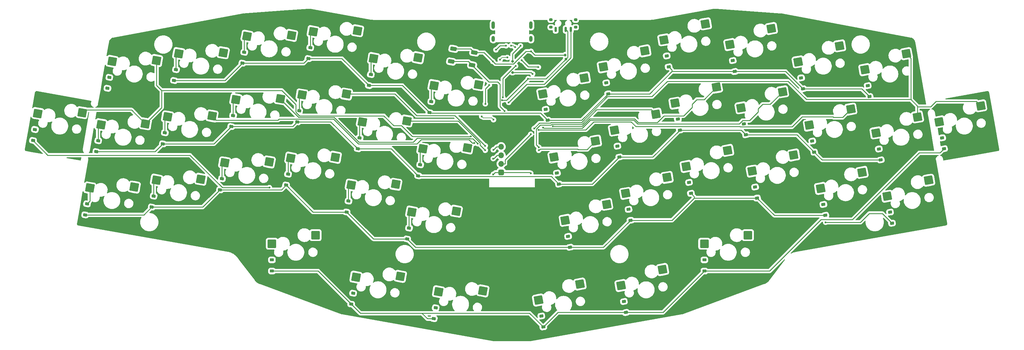
<source format=gbr>
%TF.GenerationSoftware,KiCad,Pcbnew,(6.0.2)*%
%TF.CreationDate,2022-04-05T05:22:49+08:00*%
%TF.ProjectId,TK44,544b3434-2e6b-4696-9361-645f70636258,rev?*%
%TF.SameCoordinates,Original*%
%TF.FileFunction,Copper,L2,Bot*%
%TF.FilePolarity,Positive*%
%FSLAX46Y46*%
G04 Gerber Fmt 4.6, Leading zero omitted, Abs format (unit mm)*
G04 Created by KiCad (PCBNEW (6.0.2)) date 2022-04-05 05:22:49*
%MOMM*%
%LPD*%
G01*
G04 APERTURE LIST*
G04 Aperture macros list*
%AMRoundRect*
0 Rectangle with rounded corners*
0 $1 Rounding radius*
0 $2 $3 $4 $5 $6 $7 $8 $9 X,Y pos of 4 corners*
0 Add a 4 corners polygon primitive as box body*
4,1,4,$2,$3,$4,$5,$6,$7,$8,$9,$2,$3,0*
0 Add four circle primitives for the rounded corners*
1,1,$1+$1,$2,$3*
1,1,$1+$1,$4,$5*
1,1,$1+$1,$6,$7*
1,1,$1+$1,$8,$9*
0 Add four rect primitives between the rounded corners*
20,1,$1+$1,$2,$3,$4,$5,0*
20,1,$1+$1,$4,$5,$6,$7,0*
20,1,$1+$1,$6,$7,$8,$9,0*
20,1,$1+$1,$8,$9,$2,$3,0*%
G04 Aperture macros list end*
%TA.AperFunction,SMDPad,CuDef*%
%ADD10RoundRect,0.250000X-1.183076X-0.806818X0.835780X-1.162797X1.183076X0.806818X-0.835780X1.162797X0*%
%TD*%
%TA.AperFunction,ComponentPad*%
%ADD11C,0.800000*%
%TD*%
%TA.AperFunction,SMDPad,CuDef*%
%ADD12RoundRect,0.250000X-0.835780X-1.162797X1.183076X-0.806818X0.835780X1.162797X-1.183076X0.806818X0*%
%TD*%
%TA.AperFunction,SMDPad,CuDef*%
%ADD13RoundRect,0.250000X-1.025000X-1.000000X1.025000X-1.000000X1.025000X1.000000X-1.025000X1.000000X0*%
%TD*%
%TA.AperFunction,ComponentPad*%
%ADD14O,1.000000X1.762000*%
%TD*%
%TA.AperFunction,ComponentPad*%
%ADD15O,1.000000X2.219000*%
%TD*%
%TA.AperFunction,SMDPad,CuDef*%
%ADD16RoundRect,0.425000X0.425000X0.425000X-0.425000X0.425000X-0.425000X-0.425000X0.425000X-0.425000X0*%
%TD*%
%TA.AperFunction,SMDPad,CuDef*%
%ADD17O,1.700000X1.700000*%
%TD*%
%TA.AperFunction,SMDPad,CuDef*%
%ADD18RoundRect,0.225000X0.330232X-0.286700X0.408374X0.156464X-0.330232X0.286700X-0.408374X-0.156464X0*%
%TD*%
%TA.AperFunction,SMDPad,CuDef*%
%ADD19RoundRect,0.225000X0.408374X-0.156464X0.330232X0.286700X-0.408374X0.156464X-0.330232X-0.286700X0*%
%TD*%
%TA.AperFunction,SMDPad,CuDef*%
%ADD20RoundRect,0.200000X-0.300000X-0.200000X0.300000X-0.200000X0.300000X0.200000X-0.300000X0.200000X0*%
%TD*%
%TA.AperFunction,SMDPad,CuDef*%
%ADD21RoundRect,0.175000X-0.175000X-0.575000X0.175000X-0.575000X0.175000X0.575000X-0.175000X0.575000X0*%
%TD*%
%TA.AperFunction,SMDPad,CuDef*%
%ADD22RoundRect,0.300000X-0.692219X-0.182571X0.588031X-0.408314X0.692219X0.182571X-0.588031X0.408314X0*%
%TD*%
%TA.AperFunction,SMDPad,CuDef*%
%ADD23RoundRect,0.225000X0.375000X-0.225000X0.375000X0.225000X-0.375000X0.225000X-0.375000X-0.225000X0*%
%TD*%
%TA.AperFunction,ViaPad*%
%ADD24C,0.600000*%
%TD*%
%TA.AperFunction,Conductor*%
%ADD25C,0.250000*%
%TD*%
%TA.AperFunction,Conductor*%
%ADD26C,0.200000*%
%TD*%
G04 APERTURE END LIST*
D10*
%TO.P,SW28,1,1*%
%TO.N,Net-(D28-Pad2)*%
X142158303Y-154076691D03*
D11*
X142158303Y-154076691D03*
%TO.P,SW28,2,2*%
%TO.N,/P1.01*%
X155329980Y-153820029D03*
D10*
X155329980Y-153820029D03*
%TD*%
D11*
%TO.P,SW30,1,1*%
%TO.N,Net-(D30-Pad2)*%
X178028303Y-170066691D03*
D10*
X178028303Y-170066691D03*
%TO.P,SW30,2,2*%
%TO.N,/P1.04*%
X191199980Y-169810029D03*
D11*
X191199980Y-169810029D03*
%TD*%
%TO.P,SW32,1,1*%
%TO.N,Net-(D32-Pad2)*%
X241450471Y-164526186D03*
D12*
X241450471Y-164526186D03*
D11*
%TO.P,SW32,2,2*%
%TO.N,/P0.29*%
X253740014Y-159780024D03*
D12*
X253740014Y-159780024D03*
%TD*%
D11*
%TO.P,SW34,1,1*%
%TO.N,Net-(D34-Pad2)*%
X278970471Y-157906186D03*
D12*
X278970471Y-157906186D03*
%TO.P,SW34,2,2*%
%TO.N,/P0.31*%
X291260014Y-153160024D03*
D11*
X291260014Y-153160024D03*
%TD*%
D10*
%TO.P,SW3,1,1*%
%TO.N,Net-(D3-Pad2)*%
X129188303Y-117926691D03*
D11*
X129188303Y-117926691D03*
D10*
%TO.P,SW3,2,2*%
%TO.N,/P1.03*%
X142359980Y-117670029D03*
D11*
X142359980Y-117670029D03*
%TD*%
D12*
%TO.P,SW31,1,1*%
%TO.N,Net-(D31-Pad2)*%
X223520471Y-172526186D03*
D11*
X223520471Y-172526186D03*
D12*
%TO.P,SW31,2,2*%
%TO.N,/P0.28*%
X235810014Y-167780024D03*
D11*
X235810014Y-167780024D03*
%TD*%
D10*
%TO.P,SW26,1,1*%
%TO.N,Net-(D26-Pad2)*%
X102318303Y-160586691D03*
D11*
X102318303Y-160586691D03*
D10*
%TO.P,SW26,2,2*%
%TO.N,/P1.00*%
X115489980Y-160330029D03*
D11*
X115489980Y-160330029D03*
%TD*%
D10*
%TO.P,SW37,1,1*%
%TO.N,Net-(D37-Pad2)*%
X67108303Y-140836691D03*
D11*
X67108303Y-140836691D03*
%TO.P,SW37,2,2*%
%TO.N,/P0.22*%
X80279980Y-140580029D03*
D10*
X80279980Y-140580029D03*
%TD*%
D11*
%TO.P,D46,1,K*%
%TO.N,Net-(D46-Pad1)*%
X207890000Y-128650000D03*
%TO.P,D46,2,A*%
%TO.N,/VBUS*%
X207890000Y-125350000D03*
%TD*%
%TO.P,SW2,1,1*%
%TO.N,Net-(D2-Pad2)*%
X108938303Y-123066691D03*
D10*
X108938303Y-123066691D03*
D11*
%TO.P,SW2,2,2*%
%TO.N,/P1.00*%
X122109980Y-122810029D03*
D10*
X122109980Y-122810029D03*
%TD*%
D11*
%TO.P,SW43,1,1*%
%TO.N,Net-(D43-Pad2)*%
X264763000Y-179450000D03*
D13*
X264763000Y-179450000D03*
D11*
%TO.P,SW43,2,2*%
%TO.N,/P0.30*%
X277690000Y-176910000D03*
D13*
X277690000Y-176910000D03*
%TD*%
D10*
%TO.P,SW5,1,1*%
%TO.N,Net-(D5-Pad2)*%
X166708303Y-124546691D03*
D11*
X166708303Y-124546691D03*
%TO.P,SW5,2,2*%
%TO.N,/P1.02*%
X179879980Y-124290029D03*
D10*
X179879980Y-124290029D03*
%TD*%
D12*
%TO.P,SW19,1,1*%
%TO.N,Net-(D19-Pad2)*%
X220210471Y-153766186D03*
D11*
X220210471Y-153766186D03*
%TO.P,SW19,2,2*%
%TO.N,/P0.28*%
X232500014Y-149020024D03*
D12*
X232500014Y-149020024D03*
%TD*%
D10*
%TO.P,SW13,1,1*%
%TO.N,Net-(D13-Pad2)*%
X85878303Y-144146691D03*
D11*
X85878303Y-144146691D03*
%TO.P,SW13,2,2*%
%TO.N,/P0.22*%
X99049980Y-143890029D03*
D10*
X99049980Y-143890029D03*
%TD*%
%TO.P,SW40,1,1*%
%TO.N,Net-(D40-Pad2)*%
X185948344Y-193706673D03*
D11*
X185948344Y-193706673D03*
%TO.P,SW40,2,2*%
%TO.N,/P1.04*%
X199120020Y-193450012D03*
D10*
X199120020Y-193450012D03*
%TD*%
%TO.P,SW17,1,1*%
%TO.N,Net-(D17-Pad2)*%
X163398303Y-143306691D03*
D11*
X163398303Y-143306691D03*
%TO.P,SW17,2,2*%
%TO.N,/P1.02*%
X176569980Y-143050029D03*
D10*
X176569980Y-143050029D03*
%TD*%
D11*
%TO.P,SW7,1,1*%
%TO.N,Net-(D7-Pad2)*%
X216900471Y-135006186D03*
D12*
X216900471Y-135006186D03*
%TO.P,SW7,2,2*%
%TO.N,/P0.28*%
X229190014Y-130260024D03*
D11*
X229190014Y-130260024D03*
%TD*%
D12*
%TO.P,SW24,1,1*%
%TO.N,Net-(D24-Pad2)*%
X315660471Y-146606186D03*
D11*
X315660471Y-146606186D03*
%TO.P,SW24,2,2*%
%TO.N,/P0.05*%
X327950014Y-141860024D03*
D12*
X327950014Y-141860024D03*
%TD*%
D11*
%TO.P,SW11,1,1*%
%TO.N,Net-(D11-Pad2)*%
X292600471Y-125526186D03*
D12*
X292600471Y-125526186D03*
%TO.P,SW11,2,2*%
%TO.N,/P0.04*%
X304890014Y-120780024D03*
D11*
X304890014Y-120780024D03*
%TD*%
D10*
%TO.P,SW1,1,1*%
%TO.N,Net-(D1-Pad2)*%
X89188303Y-125386691D03*
D11*
X89188303Y-125386691D03*
D10*
%TO.P,SW1,2,2*%
%TO.N,/P0.22*%
X102359980Y-125130029D03*
D11*
X102359980Y-125130029D03*
%TD*%
D13*
%TO.P,SW38,1,1*%
%TO.N,Net-(D38-Pad2)*%
X136553000Y-179450000D03*
D11*
X136553000Y-179450000D03*
D13*
%TO.P,SW38,2,2*%
%TO.N,/P1.01*%
X149480000Y-176910000D03*
D11*
X149480000Y-176910000D03*
%TD*%
%TO.P,SW18,1,1*%
%TO.N,Net-(D18-Pad2)*%
X181328303Y-151306691D03*
D10*
X181328303Y-151306691D03*
%TO.P,SW18,2,2*%
%TO.N,/P1.04*%
X194499980Y-151050029D03*
D11*
X194499980Y-151050029D03*
%TD*%
%TO.P,SW10,1,1*%
%TO.N,Net-(D10-Pad2)*%
X272350471Y-120396186D03*
D12*
X272350471Y-120396186D03*
%TO.P,SW10,2,2*%
%TO.N,/P0.31*%
X284640014Y-115650024D03*
D11*
X284640014Y-115650024D03*
%TD*%
D12*
%TO.P,SW20,1,1*%
%TO.N,Net-(D20-Pad2)*%
X238140471Y-145766186D03*
D11*
X238140471Y-145766186D03*
D12*
%TO.P,SW20,2,2*%
%TO.N,/P0.29*%
X250430014Y-141020024D03*
D11*
X250430014Y-141020024D03*
%TD*%
%TO.P,SW9,1,1*%
%TO.N,Net-(D9-Pad2)*%
X252770471Y-119006186D03*
D12*
X252770471Y-119006186D03*
D11*
%TO.P,SW9,2,2*%
%TO.N,/P0.30*%
X265060014Y-114260024D03*
D12*
X265060014Y-114260024D03*
%TD*%
D11*
%TO.P,SW4,1,1*%
%TO.N,Net-(D4-Pad2)*%
X148768303Y-116556691D03*
D10*
X148768303Y-116556691D03*
%TO.P,SW4,2,2*%
%TO.N,/P1.01*%
X161939980Y-116300029D03*
D11*
X161939980Y-116300029D03*
%TD*%
D12*
%TO.P,SW21,1,1*%
%TO.N,Net-(D21-Pad2)*%
X256070471Y-137776186D03*
D11*
X256070471Y-137776186D03*
D12*
%TO.P,SW21,2,2*%
%TO.N,/P0.30*%
X268360014Y-133030024D03*
D11*
X268360014Y-133030024D03*
%TD*%
%TO.P,SW44,1,1*%
%TO.N,Net-(D44-Pad2)*%
X334430471Y-143296186D03*
D12*
X334430471Y-143296186D03*
D11*
%TO.P,SW44,2,2*%
%TO.N,/P0.05*%
X346720014Y-138550024D03*
D12*
X346720014Y-138550024D03*
%TD*%
D11*
%TO.P,SW42,1,1*%
%TO.N,Net-(D42-Pad2)*%
X240080471Y-191856186D03*
D12*
X240080471Y-191856186D03*
D11*
%TO.P,SW42,2,2*%
%TO.N,/P0.29*%
X252370014Y-187110024D03*
D12*
X252370014Y-187110024D03*
%TD*%
%TO.P,SW36,1,1*%
%TO.N,Net-(D36-Pad2)*%
X318980471Y-165366186D03*
D11*
X318980471Y-165366186D03*
D12*
%TO.P,SW36,2,2*%
%TO.N,/P0.05*%
X331270014Y-160620024D03*
D11*
X331270014Y-160620024D03*
%TD*%
%TO.P,SW12,1,1*%
%TO.N,Net-(D12-Pad2)*%
X312360471Y-127846186D03*
D12*
X312360471Y-127846186D03*
D11*
%TO.P,SW12,2,2*%
%TO.N,/P0.05*%
X324650014Y-123100024D03*
D12*
X324650014Y-123100024D03*
%TD*%
D14*
%TO.P,J3,*%
%TO.N,*%
X213325300Y-118661000D03*
D15*
X202174700Y-114622400D03*
X213325300Y-114635100D03*
D14*
X202174600Y-118661000D03*
%TD*%
D12*
%TO.P,SW41,1,1*%
%TO.N,Net-(D41-Pad2)*%
X215600411Y-196166203D03*
D11*
X215600411Y-196166203D03*
D12*
%TO.P,SW41,2,2*%
%TO.N,/P0.28*%
X227889955Y-191420042D03*
D11*
X227889955Y-191420042D03*
%TD*%
D10*
%TO.P,SW6,1,1*%
%TO.N,Net-(D6-Pad2)*%
X184638303Y-132546691D03*
D11*
X184638303Y-132546691D03*
%TO.P,SW6,2,2*%
%TO.N,/P1.04*%
X197809980Y-132290029D03*
D10*
X197809980Y-132290029D03*
%TD*%
D12*
%TO.P,SW23,1,1*%
%TO.N,Net-(D23-Pad2)*%
X295910471Y-144286186D03*
D11*
X295910471Y-144286186D03*
D12*
%TO.P,SW23,2,2*%
%TO.N,/P0.04*%
X308200014Y-139540024D03*
D11*
X308200014Y-139540024D03*
%TD*%
D10*
%TO.P,SW29,1,1*%
%TO.N,Net-(D29-Pad2)*%
X160088303Y-162066691D03*
D11*
X160088303Y-162066691D03*
D10*
%TO.P,SW29,2,2*%
%TO.N,/P1.02*%
X173259980Y-161810029D03*
D11*
X173259980Y-161810029D03*
%TD*%
D10*
%TO.P,SW39,1,1*%
%TO.N,Net-(D39-Pad2)*%
X161468303Y-189386691D03*
D11*
X161468303Y-189386691D03*
%TO.P,SW39,2,2*%
%TO.N,/P1.02*%
X174639980Y-189130029D03*
D10*
X174639980Y-189130029D03*
%TD*%
D12*
%TO.P,SW35,1,1*%
%TO.N,Net-(D35-Pad2)*%
X299220471Y-163046186D03*
D11*
X299220471Y-163046186D03*
%TO.P,SW35,2,2*%
%TO.N,/P0.04*%
X311510014Y-158300024D03*
D12*
X311510014Y-158300024D03*
%TD*%
D11*
%TO.P,SW25,1,1*%
%TO.N,Net-(D25-Pad2)*%
X82568303Y-162906691D03*
D10*
X82568303Y-162906691D03*
%TO.P,SW25,2,2*%
%TO.N,/P0.22*%
X95739980Y-162650029D03*
D11*
X95739980Y-162650029D03*
%TD*%
D12*
%TO.P,SW8,1,1*%
%TO.N,Net-(D8-Pad2)*%
X234830471Y-127006186D03*
D11*
X234830471Y-127006186D03*
D12*
%TO.P,SW8,2,2*%
%TO.N,/P0.29*%
X247120014Y-122260024D03*
D11*
X247120014Y-122260024D03*
%TD*%
%TO.P,SW16,1,1*%
%TO.N,Net-(D16-Pad2)*%
X145468303Y-135316691D03*
D10*
X145468303Y-135316691D03*
%TO.P,SW16,2,2*%
%TO.N,/P1.01*%
X158639980Y-135060029D03*
D11*
X158639980Y-135060029D03*
%TD*%
D12*
%TO.P,SW33,1,1*%
%TO.N,Net-(D33-Pad2)*%
X259380471Y-156526186D03*
D11*
X259380471Y-156526186D03*
%TO.P,SW33,2,2*%
%TO.N,/P0.30*%
X271670014Y-151780024D03*
D12*
X271670014Y-151780024D03*
%TD*%
D11*
%TO.P,SW14,1,1*%
%TO.N,Net-(D14-Pad2)*%
X105628303Y-141826691D03*
D10*
X105628303Y-141826691D03*
%TO.P,SW14,2,2*%
%TO.N,/P1.00*%
X118799980Y-141570029D03*
D11*
X118799980Y-141570029D03*
%TD*%
D12*
%TO.P,SW22,1,1*%
%TO.N,Net-(D22-Pad2)*%
X275670471Y-139156186D03*
D11*
X275670471Y-139156186D03*
D12*
%TO.P,SW22,2,2*%
%TO.N,/P0.31*%
X287960014Y-134410024D03*
D11*
X287960014Y-134410024D03*
%TD*%
D10*
%TO.P,SW27,1,1*%
%TO.N,Net-(D27-Pad2)*%
X122568303Y-155456691D03*
D11*
X122568303Y-155456691D03*
%TO.P,SW27,2,2*%
%TO.N,/P1.03*%
X135739980Y-155200029D03*
D10*
X135739980Y-155200029D03*
%TD*%
D16*
%TO.P,J2,1,Pin_1*%
%TO.N,GND*%
X204520000Y-158300000D03*
D17*
%TO.P,J2,2,Pin_2*%
%TO.N,/nRF_VDD*%
X204520000Y-155760000D03*
%TO.P,J2,3,Pin_3*%
%TO.N,/SWD*%
X204520000Y-153220000D03*
%TO.P,J2,4,Pin_4*%
%TO.N,/SWC*%
X204520000Y-150680000D03*
%TD*%
D10*
%TO.P,SW15,1,1*%
%TO.N,Net-(D15-Pad2)*%
X125878303Y-136696691D03*
D11*
X125878303Y-136696691D03*
D10*
%TO.P,SW15,2,2*%
%TO.N,/P1.03*%
X139049980Y-136440029D03*
D11*
X139049980Y-136440029D03*
%TD*%
%TO.P,D5,1,K*%
%TO.N,/P1.15*%
X165303481Y-132534933D03*
D18*
X165303481Y-132534933D03*
D11*
%TO.P,D5,2,A*%
%TO.N,Net-(D5-Pad2)*%
X165876519Y-129285067D03*
D18*
X165876519Y-129285067D03*
%TD*%
%TO.P,D25,1,K*%
%TO.N,/P1.10*%
X81163481Y-170894933D03*
D11*
X81163481Y-170894933D03*
D18*
%TO.P,D25,2,A*%
%TO.N,Net-(D25-Pad2)*%
X81736519Y-167645067D03*
D11*
X81736519Y-167645067D03*
%TD*%
D19*
%TO.P,D32,1,K*%
%TO.N,/P1.10*%
X242866519Y-172514933D03*
D11*
X242866519Y-172514933D03*
%TO.P,D32,2,A*%
%TO.N,Net-(D32-Pad2)*%
X242293481Y-169265067D03*
D19*
X242293481Y-169265067D03*
%TD*%
%TO.P,D7,1,K*%
%TO.N,/P1.15*%
X218297319Y-142851433D03*
D11*
X218297319Y-142851433D03*
D19*
%TO.P,D7,2,A*%
%TO.N,Net-(D7-Pad2)*%
X217724281Y-139601567D03*
D11*
X217724281Y-139601567D03*
%TD*%
D18*
%TO.P,D28,1,K*%
%TO.N,/P1.10*%
X140753481Y-162064933D03*
D11*
X140753481Y-162064933D03*
%TO.P,D28,2,A*%
%TO.N,Net-(D28-Pad2)*%
X141326519Y-158815067D03*
D18*
X141326519Y-158815067D03*
%TD*%
D20*
%TO.P,SW45,*%
%TO.N,*%
X226580000Y-115260000D03*
X226580000Y-113050000D03*
X219280000Y-113050000D03*
X219280000Y-115260000D03*
D21*
%TO.P,SW45,1*%
%TO.N,unconnected-(SW45-Pad1)*%
X220680000Y-115910000D03*
%TO.P,SW45,2*%
%TO.N,/VBAT*%
X223680000Y-115910000D03*
%TO.P,SW45,3*%
%TO.N,Net-(Q1-Pad3)*%
X225180000Y-115910000D03*
%TD*%
D22*
%TO.P,SWT1,1,1*%
%TO.N,/RESET*%
X189707924Y-125404143D03*
X195912213Y-126498126D03*
%TO.P,SWT1,2,2*%
%TO.N,GND*%
X196572076Y-122755857D03*
X190367787Y-121661874D03*
%TD*%
D11*
%TO.P,D21,1,K*%
%TO.N,/P1.13*%
X257486519Y-145764933D03*
D19*
X257486519Y-145764933D03*
D11*
%TO.P,D21,2,A*%
%TO.N,Net-(D21-Pad2)*%
X256913481Y-142515067D03*
D19*
X256913481Y-142515067D03*
%TD*%
%TO.P,D8,1,K*%
%TO.N,/P1.15*%
X236246519Y-134994933D03*
D11*
X236246519Y-134994933D03*
D19*
%TO.P,D8,2,A*%
%TO.N,Net-(D8-Pad2)*%
X235673481Y-131745067D03*
D11*
X235673481Y-131745067D03*
%TD*%
D18*
%TO.P,D6,1,K*%
%TO.N,/P1.15*%
X183233481Y-140534933D03*
D11*
X183233481Y-140534933D03*
D18*
%TO.P,D6,2,A*%
%TO.N,Net-(D6-Pad2)*%
X183806519Y-137285067D03*
D11*
X183806519Y-137285067D03*
%TD*%
D18*
%TO.P,D14,1,K*%
%TO.N,/P1.13*%
X104223481Y-149814933D03*
D11*
X104223481Y-149814933D03*
D18*
%TO.P,D14,2,A*%
%TO.N,Net-(D14-Pad2)*%
X104796519Y-146565067D03*
D11*
X104796519Y-146565067D03*
%TD*%
D18*
%TO.P,D4,1,K*%
%TO.N,/P1.15*%
X147363481Y-124544933D03*
D11*
X147363481Y-124544933D03*
D18*
%TO.P,D4,2,A*%
%TO.N,Net-(D4-Pad2)*%
X147936519Y-121295067D03*
D11*
X147936519Y-121295067D03*
%TD*%
D19*
%TO.P,D23,1,K*%
%TO.N,/P1.13*%
X297326519Y-152274933D03*
D11*
X297326519Y-152274933D03*
D19*
%TO.P,D23,2,A*%
%TO.N,Net-(D23-Pad2)*%
X296753481Y-149025067D03*
D11*
X296753481Y-149025067D03*
%TD*%
D18*
%TO.P,D37,1,K*%
%TO.N,/P1.11*%
X65713481Y-148824933D03*
D11*
X65713481Y-148824933D03*
%TO.P,D37,2,A*%
%TO.N,Net-(D37-Pad2)*%
X66286519Y-145575067D03*
D18*
X66286519Y-145575067D03*
%TD*%
%TO.P,D18,1,K*%
%TO.N,/P1.13*%
X179923481Y-159294933D03*
D11*
X179923481Y-159294933D03*
D18*
%TO.P,D18,2,A*%
%TO.N,Net-(D18-Pad2)*%
X180496519Y-156045067D03*
D11*
X180496519Y-156045067D03*
%TD*%
D18*
%TO.P,D3,1,K*%
%TO.N,/P1.15*%
X127783481Y-125914933D03*
D11*
X127783481Y-125914933D03*
%TO.P,D3,2,A*%
%TO.N,Net-(D3-Pad2)*%
X128356519Y-122665067D03*
D18*
X128356519Y-122665067D03*
%TD*%
D11*
%TO.P,D43,1,K*%
%TO.N,/P1.11*%
X264770000Y-187560000D03*
D23*
X264770000Y-187560000D03*
%TO.P,D43,2,A*%
%TO.N,Net-(D43-Pad2)*%
X264770000Y-184260000D03*
D11*
X264770000Y-184260000D03*
%TD*%
D18*
%TO.P,D2,1,K*%
%TO.N,/P1.15*%
X107533481Y-131054933D03*
D11*
X107533481Y-131054933D03*
D18*
%TO.P,D2,2,A*%
%TO.N,Net-(D2-Pad2)*%
X108106519Y-127805067D03*
D11*
X108106519Y-127805067D03*
%TD*%
%TO.P,D12,1,K*%
%TO.N,/P1.15*%
X313776519Y-135834933D03*
D19*
X313776519Y-135834933D03*
D11*
%TO.P,D12,2,A*%
%TO.N,Net-(D12-Pad2)*%
X313203481Y-132585067D03*
D19*
X313203481Y-132585067D03*
%TD*%
D23*
%TO.P,D38,1,K*%
%TO.N,/P1.11*%
X136560000Y-187560000D03*
D11*
X136560000Y-187560000D03*
%TO.P,D38,2,A*%
%TO.N,Net-(D38-Pad2)*%
X136560000Y-184260000D03*
D23*
X136560000Y-184260000D03*
%TD*%
D19*
%TO.P,D22,1,K*%
%TO.N,/P1.13*%
X277086519Y-147144933D03*
D11*
X277086519Y-147144933D03*
D19*
%TO.P,D22,2,A*%
%TO.N,Net-(D22-Pad2)*%
X276513481Y-143895067D03*
D11*
X276513481Y-143895067D03*
%TD*%
%TO.P,J1,1,Pin_1*%
%TO.N,/VBAT*%
X223700689Y-124671685D03*
%TO.P,J1,2,Pin_2*%
%TO.N,GND*%
X223492311Y-123489915D03*
%TD*%
D18*
%TO.P,D26,1,K*%
%TO.N,/P1.10*%
X100913481Y-168574933D03*
D11*
X100913481Y-168574933D03*
%TO.P,D26,2,A*%
%TO.N,Net-(D26-Pad2)*%
X101486519Y-165325067D03*
D18*
X101486519Y-165325067D03*
%TD*%
D11*
%TO.P,D36,1,K*%
%TO.N,/P1.10*%
X320396519Y-173354933D03*
D19*
X320396519Y-173354933D03*
%TO.P,D36,2,A*%
%TO.N,Net-(D36-Pad2)*%
X319823481Y-170105067D03*
D11*
X319823481Y-170105067D03*
%TD*%
%TO.P,D27,1,K*%
%TO.N,/P1.10*%
X121163481Y-163444933D03*
D18*
X121163481Y-163444933D03*
D11*
%TO.P,D27,2,A*%
%TO.N,Net-(D27-Pad2)*%
X121736519Y-160195067D03*
D18*
X121736519Y-160195067D03*
%TD*%
D19*
%TO.P,D20,1,K*%
%TO.N,/P1.13*%
X239556519Y-153754933D03*
D11*
X239556519Y-153754933D03*
%TO.P,D20,2,A*%
%TO.N,Net-(D20-Pad2)*%
X238983481Y-150505067D03*
D19*
X238983481Y-150505067D03*
%TD*%
D11*
%TO.P,D16,1,K*%
%TO.N,/P1.13*%
X144063481Y-143304933D03*
D18*
X144063481Y-143304933D03*
%TO.P,D16,2,A*%
%TO.N,Net-(D16-Pad2)*%
X144636519Y-140055067D03*
D11*
X144636519Y-140055067D03*
%TD*%
%TO.P,D11,1,K*%
%TO.N,/P1.15*%
X294016519Y-133514933D03*
D19*
X294016519Y-133514933D03*
%TO.P,D11,2,A*%
%TO.N,Net-(D11-Pad2)*%
X293443481Y-130265067D03*
D11*
X293443481Y-130265067D03*
%TD*%
D19*
%TO.P,D31,1,K*%
%TO.N,/P1.10*%
X224936519Y-180514933D03*
D11*
X224936519Y-180514933D03*
%TO.P,D31,2,A*%
%TO.N,Net-(D31-Pad2)*%
X224363481Y-177265067D03*
D19*
X224363481Y-177265067D03*
%TD*%
D11*
%TO.P,D35,1,K*%
%TO.N,/P1.10*%
X300636519Y-171034933D03*
D19*
X300636519Y-171034933D03*
D11*
%TO.P,D35,2,A*%
%TO.N,Net-(D35-Pad2)*%
X300063481Y-167785067D03*
D19*
X300063481Y-167785067D03*
%TD*%
%TO.P,D9,1,K*%
%TO.N,/P1.15*%
X254186519Y-126994933D03*
D11*
X254186519Y-126994933D03*
%TO.P,D9,2,A*%
%TO.N,Net-(D9-Pad2)*%
X253613481Y-123745067D03*
D19*
X253613481Y-123745067D03*
%TD*%
%TO.P,D44,1,K*%
%TO.N,/P1.11*%
X335846519Y-151284933D03*
D11*
X335846519Y-151284933D03*
D19*
%TO.P,D44,2,A*%
%TO.N,Net-(D44-Pad2)*%
X335273481Y-148035067D03*
D11*
X335273481Y-148035067D03*
%TD*%
D18*
%TO.P,D40,1,K*%
%TO.N,/P1.11*%
X184543481Y-201694933D03*
D11*
X184543481Y-201694933D03*
%TO.P,D40,2,A*%
%TO.N,Net-(D40-Pad2)*%
X185116519Y-198445067D03*
D18*
X185116519Y-198445067D03*
%TD*%
D19*
%TO.P,D34,1,K*%
%TO.N,/P1.10*%
X280386519Y-165894933D03*
D11*
X280386519Y-165894933D03*
%TO.P,D34,2,A*%
%TO.N,Net-(D34-Pad2)*%
X279813481Y-162645067D03*
D19*
X279813481Y-162645067D03*
%TD*%
D18*
%TO.P,D1,1,K*%
%TO.N,/P1.15*%
X87783481Y-133374933D03*
D11*
X87783481Y-133374933D03*
D18*
%TO.P,D1,2,A*%
%TO.N,Net-(D1-Pad2)*%
X88356519Y-130125067D03*
D11*
X88356519Y-130125067D03*
%TD*%
%TO.P,D39,1,K*%
%TO.N,/P1.11*%
X160063481Y-197374933D03*
D18*
X160063481Y-197374933D03*
%TO.P,D39,2,A*%
%TO.N,Net-(D39-Pad2)*%
X160636519Y-194125067D03*
D11*
X160636519Y-194125067D03*
%TD*%
D19*
%TO.P,D42,1,K*%
%TO.N,/P1.11*%
X241496519Y-199844933D03*
D11*
X241496519Y-199844933D03*
%TO.P,D42,2,A*%
%TO.N,Net-(D42-Pad2)*%
X240923481Y-196595067D03*
D19*
X240923481Y-196595067D03*
%TD*%
D18*
%TO.P,D17,1,K*%
%TO.N,/P1.13*%
X161993481Y-151294933D03*
D11*
X161993481Y-151294933D03*
%TO.P,D17,2,A*%
%TO.N,Net-(D17-Pad2)*%
X162566519Y-148045067D03*
D18*
X162566519Y-148045067D03*
%TD*%
D11*
%TO.P,D15,1,K*%
%TO.N,/P1.13*%
X124473481Y-144684933D03*
D18*
X124473481Y-144684933D03*
%TO.P,D15,2,A*%
%TO.N,Net-(D15-Pad2)*%
X125046519Y-141435067D03*
D11*
X125046519Y-141435067D03*
%TD*%
D19*
%TO.P,D33,1,K*%
%TO.N,/P1.10*%
X260796519Y-164514933D03*
D11*
X260796519Y-164514933D03*
%TO.P,D33,2,A*%
%TO.N,Net-(D33-Pad2)*%
X260223481Y-161265067D03*
D19*
X260223481Y-161265067D03*
%TD*%
%TO.P,D24,1,K*%
%TO.N,/P1.13*%
X317076519Y-154594933D03*
D11*
X317076519Y-154594933D03*
%TO.P,D24,2,A*%
%TO.N,Net-(D24-Pad2)*%
X316503481Y-151345067D03*
D19*
X316503481Y-151345067D03*
%TD*%
D11*
%TO.P,D13,1,K*%
%TO.N,/P1.13*%
X84473481Y-152134933D03*
D18*
X84473481Y-152134933D03*
D11*
%TO.P,D13,2,A*%
%TO.N,Net-(D13-Pad2)*%
X85046519Y-148885067D03*
D18*
X85046519Y-148885067D03*
%TD*%
D19*
%TO.P,D10,1,K*%
%TO.N,/P1.15*%
X273766519Y-128384933D03*
D11*
X273766519Y-128384933D03*
%TO.P,D10,2,A*%
%TO.N,Net-(D10-Pad2)*%
X273193481Y-125135067D03*
D19*
X273193481Y-125135067D03*
%TD*%
%TO.P,D19,1,K*%
%TO.N,/P1.13*%
X221626519Y-161754933D03*
D11*
X221626519Y-161754933D03*
%TO.P,D19,2,A*%
%TO.N,Net-(D19-Pad2)*%
X221053481Y-158505067D03*
D19*
X221053481Y-158505067D03*
%TD*%
%TO.P,D41,1,K*%
%TO.N,/P1.11*%
X217016519Y-204154933D03*
D11*
X217016519Y-204154933D03*
D19*
%TO.P,D41,2,A*%
%TO.N,Net-(D41-Pad2)*%
X216443481Y-200905067D03*
D11*
X216443481Y-200905067D03*
%TD*%
%TO.P,D30,1,K*%
%TO.N,/P1.10*%
X176623481Y-178054933D03*
D18*
X176623481Y-178054933D03*
D11*
%TO.P,D30,2,A*%
%TO.N,Net-(D30-Pad2)*%
X177196519Y-174805067D03*
D18*
X177196519Y-174805067D03*
%TD*%
D11*
%TO.P,D29,1,K*%
%TO.N,/P1.10*%
X158683481Y-170054933D03*
D18*
X158683481Y-170054933D03*
D11*
%TO.P,D29,2,A*%
%TO.N,Net-(D29-Pad2)*%
X159256519Y-166805067D03*
D18*
X159256519Y-166805067D03*
%TD*%
D24*
%TO.N,/P1.10*%
X300732900Y-173090800D03*
%TO.N,/P1.11*%
X135820400Y-162808200D03*
%TO.N,Net-(D46-Pad1)*%
X213845500Y-129064600D03*
%TO.N,/VBUS*%
X210265000Y-120755900D03*
%TO.N,/VBAT*%
X204794700Y-136890700D03*
X212520000Y-130527800D03*
%TO.N,GND*%
X202162000Y-158887400D03*
X213374400Y-122386800D03*
X199830000Y-137970000D03*
X201000000Y-132380000D03*
X213314400Y-158565100D03*
X202056800Y-125394500D03*
%TO.N,/nRF_VDD*%
X213305400Y-146974600D03*
%TO.N,/SWD*%
X202185900Y-154212700D03*
%TO.N,/SWC*%
X202191000Y-151617100D03*
%TO.N,/DATA+*%
X204210000Y-124870000D03*
X198770000Y-141700000D03*
X202250000Y-142690000D03*
X206360000Y-124210000D03*
%TO.N,/DATA-*%
X208816300Y-126730200D03*
X207500000Y-120690000D03*
X208647721Y-121180952D03*
X205006900Y-136077200D03*
%TO.N,/CC2*%
X202980000Y-121948800D03*
X206000000Y-120750500D03*
%TO.N,Net-(Q1-Pad3)*%
X206750000Y-137553200D03*
%TO.N,/P0.05*%
X214315900Y-145252100D03*
%TO.N,/P0.04*%
X215627600Y-145683700D03*
%TO.N,/P0.31*%
X217005900Y-145036600D03*
%TO.N,/P0.30*%
X219815500Y-144599100D03*
%TO.N,/P0.29*%
X215700500Y-150852100D03*
%TO.N,/P0.28*%
X215677300Y-151730000D03*
%TO.N,/P1.02*%
X199803200Y-151730000D03*
%TO.N,/P1.01*%
X199795500Y-150400500D03*
%TO.N,/P1.03*%
X197614000Y-149778500D03*
%TO.N,/P1.00*%
X196587600Y-149636500D03*
%TO.N,/P0.22*%
X195561200Y-147687500D03*
%TO.N,/RESET*%
X205550000Y-140098400D03*
%TO.N,/BLUE_LED*%
X215546600Y-127110800D03*
X210640000Y-125070600D03*
%TD*%
D25*
%TO.N,/P1.15*%
X216169600Y-140723700D02*
X218297300Y-142851400D01*
X107533500Y-131054900D02*
X122643500Y-131054900D01*
X236246500Y-134994900D02*
X228390000Y-142851400D01*
X157313500Y-124544900D02*
X165303500Y-132534900D01*
X127783500Y-125914900D02*
X145993500Y-125914900D01*
X183233500Y-140534900D02*
X183422300Y-140723700D01*
X273766500Y-128384900D02*
X255146400Y-128384900D01*
X255146400Y-128384900D02*
X248536400Y-134994900D01*
X294016500Y-133514900D02*
X288886500Y-128384900D01*
X311456500Y-133514900D02*
X294016500Y-133514900D01*
X183233500Y-140534900D02*
X175233500Y-132534900D01*
X228390000Y-142851400D02*
X218297300Y-142851400D01*
X122643500Y-131054900D02*
X127783500Y-125914900D01*
X147363500Y-124544900D02*
X157313500Y-124544900D01*
X254186500Y-126994900D02*
X255146400Y-127954800D01*
X175233500Y-132534900D02*
X165303500Y-132534900D01*
X183422300Y-140723700D02*
X216169600Y-140723700D01*
X313776500Y-135834900D02*
X311456500Y-133514900D01*
X145993500Y-125914900D02*
X147363500Y-124544900D01*
X288886500Y-128384900D02*
X273766500Y-128384900D01*
X255146400Y-127954800D02*
X255146400Y-128384900D01*
X248536400Y-134994900D02*
X236246500Y-134994900D01*
%TO.N,Net-(D2-Pad2)*%
X108106500Y-123898500D02*
X108938300Y-123066700D01*
X108106500Y-127805100D02*
X108106500Y-123898500D01*
%TO.N,Net-(D3-Pad2)*%
X128356500Y-122665100D02*
X128356500Y-118758500D01*
X128356500Y-118758500D02*
X129188300Y-117926700D01*
%TO.N,Net-(D4-Pad2)*%
X147936500Y-117388500D02*
X148768300Y-116556700D01*
X147936500Y-121295100D02*
X147936500Y-117388500D01*
%TO.N,Net-(D5-Pad2)*%
X165876500Y-129285100D02*
X165876500Y-125378500D01*
X165876500Y-125378500D02*
X166708300Y-124546700D01*
%TO.N,Net-(D6-Pad2)*%
X183806500Y-133378500D02*
X184638300Y-132546700D01*
X183806500Y-137285100D02*
X183806500Y-133378500D01*
%TO.N,/P1.13*%
X179923500Y-159294900D02*
X180144800Y-159516200D01*
X84473500Y-152134900D02*
X101903500Y-152134900D01*
X142683500Y-144684900D02*
X144063500Y-143304900D01*
X249496500Y-153754900D02*
X257486500Y-145764900D01*
X101903500Y-152134900D02*
X104223500Y-149814900D01*
X180144800Y-159516200D02*
X219387800Y-159516200D01*
X219387800Y-159516200D02*
X221626500Y-161754900D01*
X292196500Y-147144900D02*
X277086500Y-147144900D01*
X221626500Y-161754900D02*
X231556500Y-161754900D01*
X161993500Y-151294900D02*
X171923500Y-151294900D01*
X154003500Y-143304900D02*
X161993500Y-151294900D01*
X299646500Y-154594900D02*
X297326500Y-152274900D01*
X124473500Y-144684900D02*
X119343500Y-149814900D01*
X171923500Y-151294900D02*
X179923500Y-159294900D01*
X275706500Y-145764900D02*
X277086500Y-147144900D01*
X124473500Y-144684900D02*
X142683500Y-144684900D01*
X119343500Y-149814900D02*
X104223500Y-149814900D01*
X257486500Y-145764900D02*
X275706500Y-145764900D01*
X297326500Y-152274900D02*
X292196500Y-147144900D01*
X231556500Y-161754900D02*
X239556500Y-153754900D01*
X239556500Y-153754900D02*
X249496500Y-153754900D01*
X317076500Y-154594900D02*
X299646500Y-154594900D01*
X144063500Y-143304900D02*
X154003500Y-143304900D01*
%TO.N,Net-(D13-Pad2)*%
X85046500Y-148885100D02*
X85046500Y-144978500D01*
X85046500Y-144978500D02*
X85878300Y-144146700D01*
%TO.N,Net-(D14-Pad2)*%
X104796500Y-142658500D02*
X105628300Y-141826700D01*
X104796500Y-146565100D02*
X104796500Y-142658500D01*
%TO.N,Net-(D15-Pad2)*%
X125046500Y-141435100D02*
X125046500Y-137528500D01*
X125046500Y-137528500D02*
X125878300Y-136696700D01*
%TO.N,Net-(D16-Pad2)*%
X144636500Y-140055100D02*
X144636500Y-136148500D01*
X144636500Y-136148500D02*
X145468300Y-135316700D01*
%TO.N,Net-(D17-Pad2)*%
X162566500Y-148045100D02*
X162566500Y-144138500D01*
X162566500Y-144138500D02*
X163398300Y-143306700D01*
%TO.N,Net-(D18-Pad2)*%
X180496500Y-156045100D02*
X180496500Y-152138500D01*
X180496500Y-152138500D02*
X181328300Y-151306700D01*
%TO.N,/P1.10*%
X179083500Y-180514900D02*
X176623500Y-178054900D01*
X116033500Y-168574900D02*
X100913500Y-168574900D01*
X148743500Y-170054900D02*
X140753500Y-162064900D01*
X313655400Y-170500300D02*
X317541900Y-170500300D01*
X176623500Y-178054900D02*
X166683500Y-178054900D01*
X140753500Y-162064900D02*
X139373500Y-163444900D01*
X158683500Y-170054900D02*
X148743500Y-170054900D01*
X300732900Y-173090800D02*
X311064900Y-173090800D01*
X234866500Y-180514900D02*
X224936500Y-180514900D01*
X98593500Y-170894900D02*
X81163500Y-170894900D01*
X285526500Y-171034900D02*
X280386500Y-165894900D01*
X317541900Y-170500300D02*
X320396500Y-173354900D01*
X261763500Y-165894900D02*
X255143500Y-172514900D01*
X224936500Y-180514900D02*
X179083500Y-180514900D01*
X261763500Y-165481900D02*
X261763500Y-165894900D01*
X311064900Y-173090800D02*
X313655400Y-170500300D01*
X260796500Y-164514900D02*
X261763500Y-165481900D01*
X139373500Y-163444900D02*
X121163500Y-163444900D01*
X300636500Y-171034900D02*
X285526500Y-171034900D01*
X261763500Y-165894900D02*
X280386500Y-165894900D01*
X242866500Y-172514900D02*
X234866500Y-180514900D01*
X100913500Y-168574900D02*
X98593500Y-170894900D01*
X121163500Y-163444900D02*
X116033500Y-168574900D01*
X255143500Y-172514900D02*
X242866500Y-172514900D01*
X166683500Y-178054900D02*
X158683500Y-170054900D01*
%TO.N,Net-(D25-Pad2)*%
X81736500Y-167645100D02*
X82568300Y-166813300D01*
X82568300Y-166813300D02*
X82568300Y-162906700D01*
%TO.N,Net-(D26-Pad2)*%
X101486500Y-161418500D02*
X102318300Y-160586700D01*
X101486500Y-165325100D02*
X101486500Y-161418500D01*
%TO.N,Net-(D27-Pad2)*%
X121736500Y-156288500D02*
X122568300Y-155456700D01*
X121736500Y-160195100D02*
X121736500Y-156288500D01*
%TO.N,Net-(D28-Pad2)*%
X141326500Y-158815100D02*
X141326500Y-154908500D01*
X141326500Y-154908500D02*
X142158300Y-154076700D01*
%TO.N,Net-(D29-Pad2)*%
X159256500Y-162898500D02*
X160088300Y-162066700D01*
X159256500Y-166805100D02*
X159256500Y-162898500D01*
%TO.N,Net-(D30-Pad2)*%
X177196500Y-170898500D02*
X178028300Y-170066700D01*
X177196500Y-174805100D02*
X177196500Y-170898500D01*
%TO.N,/P1.11*%
X160063500Y-197374900D02*
X162753200Y-200064600D01*
X181004600Y-200064600D02*
X212926200Y-200064600D01*
X217016500Y-204154900D02*
X221326500Y-199844900D01*
X162753200Y-200064600D02*
X181004600Y-200064600D01*
X121866400Y-162808200D02*
X135820400Y-162808200D01*
X308684800Y-172295100D02*
X328491400Y-152488500D01*
X328491400Y-152488500D02*
X334642900Y-152488500D01*
X212926200Y-200064600D02*
X217016500Y-204154900D01*
X252485100Y-199844900D02*
X264770000Y-187560000D01*
X221326500Y-199844900D02*
X241496500Y-199844900D01*
X299369700Y-172295100D02*
X308684800Y-172295100D01*
X264770000Y-187560000D02*
X284104800Y-187560000D01*
X65713500Y-148824900D02*
X70105000Y-153216400D01*
X181004600Y-200064600D02*
X182634933Y-201694933D01*
X70105000Y-153216400D02*
X112274600Y-153216400D01*
X284104800Y-187560000D02*
X299369700Y-172295100D01*
X136560000Y-187560000D02*
X150248600Y-187560000D01*
X150248600Y-187560000D02*
X160063500Y-197374900D01*
X241496500Y-199844900D02*
X252485100Y-199844900D01*
X112274600Y-153216400D02*
X121866400Y-162808200D01*
X334642900Y-152488500D02*
X335846500Y-151284900D01*
X182634933Y-201694933D02*
X184543481Y-201694933D01*
%TO.N,Net-(D46-Pad1)*%
X213430900Y-128650000D02*
X213845500Y-129064600D01*
X207890000Y-128650000D02*
X213430900Y-128650000D01*
%TO.N,/VBUS*%
X207890000Y-125350000D02*
X207890000Y-123130900D01*
X207890000Y-123130900D02*
X210265000Y-120755900D01*
%TO.N,/VBAT*%
X224262200Y-116492200D02*
X224262200Y-124110200D01*
X224262200Y-124110200D02*
X223700700Y-124671700D01*
X212520000Y-130527800D02*
X217844600Y-130527800D01*
X223680000Y-115910000D02*
X224262200Y-116492200D01*
X212520000Y-130527800D02*
X206157100Y-136890700D01*
X206157100Y-136890700D02*
X204794700Y-136890700D01*
X217844600Y-130527800D02*
X223700700Y-124671700D01*
%TO.N,GND*%
X213374400Y-122386800D02*
X214477500Y-123489900D01*
X199418200Y-122755900D02*
X202056800Y-125394500D01*
X196572100Y-122755900D02*
X199418200Y-122755900D01*
X214477500Y-123489900D02*
X223492300Y-123489900D01*
X204520000Y-158300000D02*
X213049300Y-158300000D01*
X204520000Y-158300000D02*
X202749400Y-158300000D01*
X202056800Y-125394500D02*
X202790300Y-126128000D01*
X208152800Y-126128000D02*
X211894000Y-122386800D01*
X213049300Y-158300000D02*
X213314400Y-158565100D01*
X190367800Y-121661900D02*
X195478100Y-121661900D01*
X202749400Y-158300000D02*
X202162000Y-158887400D01*
X211894000Y-122386800D02*
X213374400Y-122386800D01*
X199830000Y-133550000D02*
X199830000Y-137970000D01*
X202790300Y-126128000D02*
X208152800Y-126128000D01*
X195478100Y-121661900D02*
X196572100Y-122755900D01*
X201000000Y-132380000D02*
X199830000Y-133550000D01*
%TO.N,/nRF_VDD*%
X205695300Y-154584700D02*
X213305400Y-146974600D01*
X204520000Y-155760000D02*
X205695300Y-155760000D01*
X205695300Y-155760000D02*
X205695300Y-154584700D01*
%TO.N,/SWD*%
X203344700Y-153220000D02*
X202352000Y-154212700D01*
X204520000Y-153220000D02*
X203344700Y-153220000D01*
X202352000Y-154212700D02*
X202185900Y-154212700D01*
%TO.N,/SWC*%
X204520000Y-150680000D02*
X203128100Y-150680000D01*
X203128100Y-150680000D02*
X202191000Y-151617100D01*
D26*
%TO.N,/DATA+*%
X201710000Y-142150000D02*
X202250000Y-142690000D01*
X204870000Y-124210000D02*
X204210000Y-124870000D01*
X199220000Y-142150000D02*
X198770000Y-141700000D01*
X201710000Y-142150000D02*
X199220000Y-142150000D01*
X206360000Y-124210000D02*
X204870000Y-124210000D01*
%TO.N,/DATA-*%
X207500000Y-120690000D02*
X208080000Y-120690000D01*
D25*
X208719300Y-126730200D02*
X208816300Y-126730200D01*
D26*
X208080000Y-120690000D02*
X208570952Y-121180952D01*
X208570952Y-121180952D02*
X208647721Y-121180952D01*
D25*
X205006900Y-130442600D02*
X208719300Y-126730200D01*
X205006900Y-136077200D02*
X205006900Y-130442600D01*
%TO.N,/CC2*%
X202980000Y-121948800D02*
X204178300Y-120750500D01*
X204178300Y-120750500D02*
X206000000Y-120750500D01*
%TO.N,Net-(Q1-Pad3)*%
X225180000Y-115910000D02*
X225180000Y-124249400D01*
X225180000Y-124249400D02*
X217273700Y-132155700D01*
X217273700Y-132155700D02*
X212147500Y-132155700D01*
X212147500Y-132155700D02*
X206750000Y-137553200D01*
%TO.N,/P0.05*%
X295016600Y-136679700D02*
X289617100Y-131280200D01*
X324650000Y-123100000D02*
X325990600Y-124440600D01*
X253788200Y-131280200D02*
X249238900Y-135829500D01*
X249238900Y-135829500D02*
X236048800Y-135829500D01*
X236048800Y-135829500D02*
X228354800Y-143523500D01*
X215870700Y-143697300D02*
X214315900Y-145252100D01*
X219196100Y-143697300D02*
X215870700Y-143697300D01*
X228354800Y-143523500D02*
X219369900Y-143523500D01*
X346720000Y-138550000D02*
X345436800Y-137266800D01*
X325990600Y-124440600D02*
X325990600Y-136679700D01*
X327950000Y-138639100D02*
X325990600Y-136679700D01*
X327950000Y-138810000D02*
X327950000Y-138639100D01*
X331891400Y-138810000D02*
X327950000Y-138810000D01*
X325990600Y-136679700D02*
X295016600Y-136679700D01*
X327950000Y-138810000D02*
X327950000Y-141860000D01*
X333434600Y-137266800D02*
X331891400Y-138810000D01*
X289617100Y-131280200D02*
X253788200Y-131280200D01*
X345436800Y-137266800D02*
X333434600Y-137266800D01*
X219369900Y-143523500D02*
X219196100Y-143697300D01*
%TO.N,/P0.04*%
X290773700Y-144797600D02*
X275376200Y-144797600D01*
X229601800Y-145683700D02*
X215627600Y-145683700D01*
X243076400Y-143304000D02*
X231981500Y-143304000D01*
X302879300Y-141819000D02*
X293752300Y-141819000D01*
X305746800Y-141993200D02*
X303053500Y-141993200D01*
X293752300Y-141819000D02*
X290773700Y-144797600D01*
X244473900Y-144701500D02*
X243076400Y-143304000D01*
X275376200Y-144797600D02*
X275280100Y-144701500D01*
X308200000Y-139540000D02*
X305746800Y-141993200D01*
X275280100Y-144701500D02*
X244473900Y-144701500D01*
X231981500Y-143304000D02*
X229601800Y-145683700D01*
X303053500Y-141993200D02*
X302879300Y-141819000D01*
%TO.N,/P0.31*%
X287960000Y-134410000D02*
X284287100Y-138082900D01*
X230935400Y-142853600D02*
X228564600Y-145224400D01*
X243899600Y-142853600D02*
X230935400Y-142853600D01*
X228564600Y-145224400D02*
X217193700Y-145224400D01*
X244966900Y-143920900D02*
X243899600Y-142853600D01*
X280746100Y-140376900D02*
X278204000Y-142919000D01*
X284287100Y-138082900D02*
X282099400Y-138082900D01*
X276110700Y-142919000D02*
X275108800Y-143920900D01*
X282099400Y-138082900D02*
X280746100Y-139436200D01*
X280746100Y-139436200D02*
X280746100Y-140376900D01*
X278204000Y-142919000D02*
X276110700Y-142919000D01*
X275108800Y-143920900D02*
X244966900Y-143920900D01*
X217193700Y-145224400D02*
X217005900Y-145036600D01*
%TO.N,/P0.30*%
X244086200Y-142403200D02*
X245153600Y-143470600D01*
X262499400Y-136702900D02*
X264687100Y-136702900D01*
X250872500Y-143470600D02*
X252804100Y-141539000D01*
X245153600Y-143470600D02*
X250872500Y-143470600D01*
X264687100Y-136702900D02*
X268360000Y-133030000D01*
X219815500Y-144599100D02*
X228553000Y-144599100D01*
X252804100Y-141539000D02*
X258604000Y-141539000D01*
X258604000Y-141539000D02*
X261146100Y-138996900D01*
X230748900Y-142403200D02*
X244086200Y-142403200D01*
X228553000Y-144599100D02*
X230748900Y-142403200D01*
X261146100Y-138996900D02*
X261146100Y-138056200D01*
X261146100Y-138056200D02*
X262499400Y-136702900D01*
%TO.N,/P0.29*%
X216148100Y-144254700D02*
X214969300Y-145433500D01*
X219556500Y-143973800D02*
X219275600Y-144254700D01*
X219275600Y-144254700D02*
X216148100Y-144254700D01*
X214969300Y-150120900D02*
X215700500Y-150852100D01*
X250430000Y-141020000D02*
X249093200Y-139683200D01*
X214969300Y-145433500D02*
X214969300Y-150120900D01*
X232832000Y-139683200D02*
X228541400Y-143973800D01*
X249093200Y-139683200D02*
X232832000Y-139683200D01*
X228541400Y-143973800D02*
X219556500Y-143973800D01*
%TO.N,/P0.28*%
X215772200Y-151730000D02*
X216155900Y-151346300D01*
X216155900Y-151346300D02*
X227226600Y-151346300D01*
X227226600Y-151346300D02*
X227394900Y-151514600D01*
X215677300Y-151730000D02*
X215772200Y-151730000D01*
X227394900Y-151514600D02*
X230005400Y-151514600D01*
X230005400Y-151514600D02*
X232500000Y-149020000D01*
%TO.N,/P1.02*%
X198239300Y-149481200D02*
X191808100Y-143050000D01*
X191808100Y-143050000D02*
X176570000Y-143050000D01*
X198239300Y-150166100D02*
X198239300Y-149481200D01*
X199803200Y-151730000D02*
X198239300Y-150166100D01*
%TO.N,/P1.01*%
X179421700Y-141441000D02*
X173040700Y-135060000D01*
X190836000Y-141441000D02*
X179421700Y-141441000D01*
X173040700Y-135060000D02*
X158640000Y-135060000D01*
X199795500Y-150400500D02*
X190836000Y-141441000D01*
%TO.N,/P1.03*%
X139050000Y-136519600D02*
X144501100Y-141970700D01*
X139050000Y-136440000D02*
X139050000Y-136519600D01*
X196148300Y-148312800D02*
X197614000Y-149778500D01*
X195302200Y-148312800D02*
X196148300Y-148312800D01*
X154965600Y-141970700D02*
X162363900Y-149369000D01*
X179650300Y-148159800D02*
X195149200Y-148159800D01*
X144501100Y-141970700D02*
X154965600Y-141970700D01*
X195149200Y-148159800D02*
X195302200Y-148312800D01*
X178441100Y-149369000D02*
X179650300Y-148159800D01*
X162363900Y-149369000D02*
X178441100Y-149369000D01*
%TO.N,/P1.00*%
X120017700Y-142787700D02*
X138329000Y-142787700D01*
X179544200Y-149847900D02*
X180782000Y-148610100D01*
X195989000Y-149636500D02*
X196587600Y-149636500D01*
X162205900Y-149847900D02*
X179544200Y-149847900D01*
X180782000Y-148610100D02*
X194962600Y-148610100D01*
X138329000Y-142787700D02*
X138667200Y-142449500D01*
X154807500Y-142449500D02*
X162205900Y-149847900D01*
X118800000Y-141570000D02*
X120017700Y-142787700D01*
X194962600Y-148610100D02*
X195989000Y-149636500D01*
X138667200Y-142449500D02*
X154807500Y-142449500D01*
%TO.N,/P0.22*%
X172678100Y-144453300D02*
X169745200Y-141520400D01*
X144742900Y-141520400D02*
X143651200Y-140428700D01*
X139474900Y-133994100D02*
X103858500Y-133994100D01*
X94929100Y-139769100D02*
X81090900Y-139769100D01*
X99050000Y-143890000D02*
X94929100Y-139769100D01*
X81090900Y-139769100D02*
X80280000Y-140580000D01*
X103858500Y-139081500D02*
X99050000Y-143890000D01*
X174944300Y-144453300D02*
X172678100Y-144453300D01*
X102360000Y-125130000D02*
X102360000Y-132495600D01*
X143651200Y-140428700D02*
X143651200Y-138170400D01*
X103858500Y-133994100D02*
X103858500Y-139081500D01*
X102360000Y-132495600D02*
X103858500Y-133994100D01*
X169745200Y-141520400D02*
X144742900Y-141520400D01*
X178178500Y-147687500D02*
X174944300Y-144453300D01*
X143651200Y-138170400D02*
X139474900Y-133994100D01*
X195561200Y-147687500D02*
X178178500Y-147687500D01*
%TO.N,/RESET*%
X200867700Y-131453600D02*
X194818200Y-125404100D01*
X204190000Y-132150000D02*
X203493600Y-131453600D01*
X203493600Y-131453600D02*
X200867700Y-131453600D01*
X205550000Y-140098400D02*
X204170189Y-138718589D01*
X204170189Y-132169811D02*
X204190000Y-132150000D01*
X204170189Y-138718589D02*
X204170189Y-132169811D01*
X194818200Y-125404100D02*
X189707900Y-125404100D01*
%TO.N,/BLUE_LED*%
X215546600Y-127110800D02*
X215423400Y-126987600D01*
X215423400Y-126987500D02*
X212556900Y-126987500D01*
X212556900Y-126987500D02*
X210640000Y-125070600D01*
X215423400Y-126987600D02*
X215423400Y-126987500D01*
%TD*%
%TA.AperFunction,NonConductor*%
G36*
X218213622Y-113084021D02*
G01*
X218260115Y-113137677D01*
X218271501Y-113190019D01*
X218271501Y-113306634D01*
X218271764Y-113309492D01*
X218271764Y-113309501D01*
X218272054Y-113312654D01*
X218278247Y-113380062D01*
X218280246Y-113386440D01*
X218280246Y-113386441D01*
X218307334Y-113472877D01*
X218329528Y-113543699D01*
X218418361Y-113690381D01*
X218539619Y-113811639D01*
X218686301Y-113900472D01*
X218693548Y-113902743D01*
X218693550Y-113902744D01*
X218736364Y-113916161D01*
X218849938Y-113951753D01*
X218923365Y-113958500D01*
X218926263Y-113958500D01*
X219280925Y-113958499D01*
X219636634Y-113958499D01*
X219639492Y-113958236D01*
X219639501Y-113958236D01*
X219675004Y-113954974D01*
X219710062Y-113951753D01*
X219748188Y-113939805D01*
X219866450Y-113902744D01*
X219866452Y-113902743D01*
X219873699Y-113900472D01*
X220020381Y-113811639D01*
X220141639Y-113690381D01*
X220230472Y-113543699D01*
X220281753Y-113380062D01*
X220288500Y-113306635D01*
X220288500Y-113190019D01*
X220308502Y-113121898D01*
X220362158Y-113075405D01*
X220414500Y-113064019D01*
X220924867Y-113064019D01*
X220992988Y-113084021D01*
X221039481Y-113137677D01*
X221049585Y-113207951D01*
X221020091Y-113272531D01*
X220985954Y-113300221D01*
X220885729Y-113355777D01*
X220885726Y-113355779D01*
X220880150Y-113358870D01*
X220875309Y-113363019D01*
X220875305Y-113363022D01*
X220754747Y-113466353D01*
X220732302Y-113485591D01*
X220728391Y-113490633D01*
X220728390Y-113490634D01*
X220687229Y-113543699D01*
X220612954Y-113639453D01*
X220610138Y-113645176D01*
X220610136Y-113645179D01*
X220530873Y-113806263D01*
X220526982Y-113814171D01*
X220525373Y-113820349D01*
X220525372Y-113820351D01*
X220479657Y-113995856D01*
X220477898Y-114002607D01*
X220475513Y-114048116D01*
X220468050Y-114190522D01*
X220467707Y-114197064D01*
X220477679Y-114262998D01*
X220494458Y-114373945D01*
X220496825Y-114389599D01*
X220499028Y-114395587D01*
X220499030Y-114395594D01*
X220531866Y-114484839D01*
X220536616Y-114555676D01*
X220502315Y-114617837D01*
X220439852Y-114651584D01*
X220425146Y-114653817D01*
X220397562Y-114656352D01*
X220379527Y-114658009D01*
X220293403Y-114684999D01*
X220222419Y-114686284D01*
X220162008Y-114648987D01*
X220147949Y-114630038D01*
X220145576Y-114626120D01*
X220141639Y-114619619D01*
X220020381Y-114498361D01*
X219873699Y-114409528D01*
X219866452Y-114407257D01*
X219866450Y-114407256D01*
X219786071Y-114382067D01*
X219710062Y-114358247D01*
X219636635Y-114351500D01*
X219633737Y-114351500D01*
X219279075Y-114351501D01*
X218923366Y-114351501D01*
X218920508Y-114351764D01*
X218920499Y-114351764D01*
X218884996Y-114355026D01*
X218849938Y-114358247D01*
X218843560Y-114360246D01*
X218843559Y-114360246D01*
X218693550Y-114407256D01*
X218693548Y-114407257D01*
X218686301Y-114409528D01*
X218539619Y-114498361D01*
X218418361Y-114619619D01*
X218329528Y-114766301D01*
X218327257Y-114773548D01*
X218327256Y-114773550D01*
X218321105Y-114793179D01*
X218278247Y-114929938D01*
X218271500Y-115003365D01*
X218271501Y-115516634D01*
X218271764Y-115519492D01*
X218271764Y-115519501D01*
X218272958Y-115532498D01*
X218278247Y-115590062D01*
X218280246Y-115596440D01*
X218280246Y-115596441D01*
X218326789Y-115744958D01*
X218329528Y-115753699D01*
X218418361Y-115900381D01*
X218539619Y-116021639D01*
X218686301Y-116110472D01*
X218693548Y-116112743D01*
X218693550Y-116112744D01*
X218732615Y-116124986D01*
X218849938Y-116161753D01*
X218923365Y-116168500D01*
X218926263Y-116168500D01*
X219280925Y-116168499D01*
X219636634Y-116168499D01*
X219639492Y-116168236D01*
X219639501Y-116168236D01*
X219683973Y-116164150D01*
X219753638Y-116177837D01*
X219804845Y-116227014D01*
X219821500Y-116289621D01*
X219821500Y-116539634D01*
X219828009Y-116610473D01*
X219830008Y-116616853D01*
X219830009Y-116616856D01*
X219859900Y-116712237D01*
X219877481Y-116768336D01*
X219881416Y-116774833D01*
X219881417Y-116774836D01*
X219921608Y-116841200D01*
X219963179Y-116909842D01*
X220080158Y-117026821D01*
X220086660Y-117030758D01*
X220086659Y-117030758D01*
X220215164Y-117108583D01*
X220215167Y-117108584D01*
X220221664Y-117112519D01*
X220228914Y-117114791D01*
X220373144Y-117159991D01*
X220373147Y-117159992D01*
X220379527Y-117161991D01*
X220450366Y-117168500D01*
X220909634Y-117168500D01*
X220980473Y-117161991D01*
X220986853Y-117159992D01*
X220986856Y-117159991D01*
X221131086Y-117114791D01*
X221138336Y-117112519D01*
X221144833Y-117108584D01*
X221144836Y-117108583D01*
X221273341Y-117030758D01*
X221273340Y-117030758D01*
X221279842Y-117026821D01*
X221396821Y-116909842D01*
X221438392Y-116841200D01*
X221478583Y-116774836D01*
X221478584Y-116774833D01*
X221482519Y-116768336D01*
X221500100Y-116712237D01*
X221529991Y-116616856D01*
X221529992Y-116616853D01*
X221531991Y-116610473D01*
X221538500Y-116539634D01*
X221538500Y-115280366D01*
X221533507Y-115226026D01*
X221547192Y-115156361D01*
X221596368Y-115105153D01*
X221624022Y-115094708D01*
X221623727Y-115093765D01*
X221803451Y-115037444D01*
X221803456Y-115037442D01*
X221809541Y-115035535D01*
X221941632Y-114962315D01*
X221974271Y-114944223D01*
X221974274Y-114944221D01*
X221979850Y-114941130D01*
X221984691Y-114936981D01*
X221984695Y-114936978D01*
X222122855Y-114818560D01*
X222127698Y-114814409D01*
X222247046Y-114660547D01*
X222251457Y-114651584D01*
X222330200Y-114491556D01*
X222333018Y-114485829D01*
X222335765Y-114475284D01*
X222380492Y-114303575D01*
X222380492Y-114303572D01*
X222382102Y-114297393D01*
X222392293Y-114102936D01*
X222363175Y-113910401D01*
X222360972Y-113904415D01*
X222360971Y-113904409D01*
X222298140Y-113733640D01*
X222298138Y-113733635D01*
X222295937Y-113727654D01*
X222193326Y-113562160D01*
X222175869Y-113543699D01*
X222063919Y-113425315D01*
X222059534Y-113420678D01*
X222010646Y-113386446D01*
X221905259Y-113312654D01*
X221900025Y-113308989D01*
X221892321Y-113305655D01*
X221891471Y-113304948D01*
X221888594Y-113303340D01*
X221888894Y-113302803D01*
X221837748Y-113260245D01*
X221816388Y-113192537D01*
X221835025Y-113124030D01*
X221887741Y-113076474D01*
X221942363Y-113064019D01*
X223924867Y-113064019D01*
X223992988Y-113084021D01*
X224039481Y-113137677D01*
X224049585Y-113207951D01*
X224020091Y-113272531D01*
X223985954Y-113300221D01*
X223885729Y-113355777D01*
X223885726Y-113355779D01*
X223880150Y-113358870D01*
X223875309Y-113363019D01*
X223875305Y-113363022D01*
X223754747Y-113466353D01*
X223732302Y-113485591D01*
X223728391Y-113490633D01*
X223728390Y-113490634D01*
X223687229Y-113543699D01*
X223612954Y-113639453D01*
X223610138Y-113645176D01*
X223610136Y-113645179D01*
X223530873Y-113806263D01*
X223526982Y-113814171D01*
X223525373Y-113820349D01*
X223525372Y-113820351D01*
X223479657Y-113995856D01*
X223477898Y-114002607D01*
X223475513Y-114048116D01*
X223468050Y-114190522D01*
X223467707Y-114197064D01*
X223477679Y-114262998D01*
X223494458Y-114373945D01*
X223496825Y-114389599D01*
X223499028Y-114395587D01*
X223499030Y-114395594D01*
X223531866Y-114484839D01*
X223536616Y-114555676D01*
X223502315Y-114617837D01*
X223439852Y-114651584D01*
X223425146Y-114653817D01*
X223397562Y-114656352D01*
X223379527Y-114658009D01*
X223373147Y-114660008D01*
X223373144Y-114660009D01*
X223277713Y-114689916D01*
X223221664Y-114707481D01*
X223215167Y-114711416D01*
X223215164Y-114711417D01*
X223188489Y-114727572D01*
X223080158Y-114793179D01*
X222963179Y-114910158D01*
X222959242Y-114916659D01*
X222882368Y-115043595D01*
X222877481Y-115051664D01*
X222875209Y-115058914D01*
X222836353Y-115182903D01*
X222828009Y-115209527D01*
X222821500Y-115280366D01*
X222821500Y-116539634D01*
X222828009Y-116610473D01*
X222830008Y-116616853D01*
X222830009Y-116616856D01*
X222859900Y-116712237D01*
X222877481Y-116768336D01*
X222881416Y-116774833D01*
X222881417Y-116774836D01*
X222921608Y-116841200D01*
X222963179Y-116909842D01*
X223080158Y-117026821D01*
X223086660Y-117030758D01*
X223086659Y-117030758D01*
X223215164Y-117108583D01*
X223215167Y-117108584D01*
X223221664Y-117112519D01*
X223228914Y-117114791D01*
X223373144Y-117159991D01*
X223373147Y-117159992D01*
X223379527Y-117161991D01*
X223450366Y-117168500D01*
X223502700Y-117168500D01*
X223570821Y-117188502D01*
X223617314Y-117242158D01*
X223628700Y-117294500D01*
X223628700Y-122455415D01*
X223608698Y-122523536D01*
X223555042Y-122570029D01*
X223502700Y-122581415D01*
X223396824Y-122581415D01*
X223390372Y-122582787D01*
X223390367Y-122582787D01*
X223307145Y-122600477D01*
X223210023Y-122621121D01*
X223203993Y-122623806D01*
X223203992Y-122623806D01*
X223041589Y-122696112D01*
X223041587Y-122696113D01*
X223035559Y-122698797D01*
X223030218Y-122702677D01*
X223030217Y-122702678D01*
X222982318Y-122737479D01*
X222881058Y-122811049D01*
X222876636Y-122815961D01*
X222871734Y-122820374D01*
X222870604Y-122819119D01*
X222817323Y-122851948D01*
X222784126Y-122856400D01*
X214792095Y-122856400D01*
X214723974Y-122836398D01*
X214702999Y-122819495D01*
X214457779Y-122574274D01*
X214208820Y-122325315D01*
X214174795Y-122263003D01*
X214172701Y-122250265D01*
X214172242Y-122246170D01*
X214167797Y-122206545D01*
X214134893Y-122112058D01*
X214110464Y-122041906D01*
X214110462Y-122041903D01*
X214108145Y-122035248D01*
X214094486Y-122013389D01*
X214015759Y-121887398D01*
X214012026Y-121881424D01*
X214000939Y-121870259D01*
X213889178Y-121757715D01*
X213889174Y-121757712D01*
X213884215Y-121752718D01*
X213875204Y-121746999D01*
X213815161Y-121708895D01*
X213731066Y-121655527D01*
X213687208Y-121639910D01*
X213566825Y-121597043D01*
X213566820Y-121597042D01*
X213560190Y-121594681D01*
X213553202Y-121593848D01*
X213553199Y-121593847D01*
X213430098Y-121579168D01*
X213380080Y-121573204D01*
X213373077Y-121573940D01*
X213373076Y-121573940D01*
X213206688Y-121591428D01*
X213206686Y-121591429D01*
X213199688Y-121592164D01*
X213027979Y-121650618D01*
X212891439Y-121734619D01*
X212825419Y-121753300D01*
X211972768Y-121753300D01*
X211961585Y-121752773D01*
X211954092Y-121751098D01*
X211946166Y-121751347D01*
X211946165Y-121751347D01*
X211886002Y-121753238D01*
X211882044Y-121753300D01*
X211854144Y-121753300D01*
X211850154Y-121753804D01*
X211838320Y-121754736D01*
X211794111Y-121756126D01*
X211786497Y-121758338D01*
X211786492Y-121758339D01*
X211774659Y-121761777D01*
X211755296Y-121765788D01*
X211735203Y-121768326D01*
X211727836Y-121771243D01*
X211727831Y-121771244D01*
X211694092Y-121784602D01*
X211682865Y-121788446D01*
X211675561Y-121790568D01*
X211640407Y-121800782D01*
X211633581Y-121804819D01*
X211622972Y-121811093D01*
X211605224Y-121819788D01*
X211586383Y-121827248D01*
X211579967Y-121831910D01*
X211579966Y-121831910D01*
X211550613Y-121853236D01*
X211540693Y-121859752D01*
X211509465Y-121878220D01*
X211509462Y-121878222D01*
X211502638Y-121882258D01*
X211488317Y-121896579D01*
X211473284Y-121909419D01*
X211456893Y-121921328D01*
X211439276Y-121942623D01*
X211428702Y-121955405D01*
X211420712Y-121964184D01*
X208738595Y-124646301D01*
X208676283Y-124680327D01*
X208605468Y-124675262D01*
X208548632Y-124632715D01*
X208523821Y-124566195D01*
X208523500Y-124557206D01*
X208523500Y-123445494D01*
X208543502Y-123377373D01*
X208560405Y-123356399D01*
X210325177Y-121591627D01*
X210387489Y-121557601D01*
X210402837Y-121555243D01*
X210428600Y-121552898D01*
X210435302Y-121550720D01*
X210435304Y-121550720D01*
X210594409Y-121499024D01*
X210594412Y-121499023D01*
X210601108Y-121496847D01*
X210713844Y-121429643D01*
X210750860Y-121407577D01*
X210750862Y-121407576D01*
X210756912Y-121403969D01*
X210888266Y-121278882D01*
X210988643Y-121127802D01*
X211042781Y-120985284D01*
X211050555Y-120964820D01*
X211050556Y-120964818D01*
X211053055Y-120958238D01*
X211057845Y-120924153D01*
X211077748Y-120782539D01*
X211077748Y-120782536D01*
X211078299Y-120778617D01*
X211078616Y-120755900D01*
X211058397Y-120575645D01*
X211056080Y-120568991D01*
X211001064Y-120411006D01*
X211001062Y-120411003D01*
X210998745Y-120404348D01*
X210987384Y-120386166D01*
X210906359Y-120256498D01*
X210902626Y-120250524D01*
X210896083Y-120243935D01*
X210779778Y-120126815D01*
X210779774Y-120126812D01*
X210774815Y-120121818D01*
X210768007Y-120117497D01*
X210693558Y-120070251D01*
X210621666Y-120024627D01*
X210573778Y-120007575D01*
X210457425Y-119966143D01*
X210457420Y-119966142D01*
X210450790Y-119963781D01*
X210443802Y-119962948D01*
X210443799Y-119962947D01*
X210320698Y-119948268D01*
X210270680Y-119942304D01*
X210263677Y-119943040D01*
X210263676Y-119943040D01*
X210097288Y-119960528D01*
X210097286Y-119960529D01*
X210090288Y-119961264D01*
X209997425Y-119992877D01*
X209926969Y-120016862D01*
X209918579Y-120019718D01*
X209889789Y-120037430D01*
X209770095Y-120111066D01*
X209770092Y-120111068D01*
X209764088Y-120114762D01*
X209759053Y-120119693D01*
X209759050Y-120119695D01*
X209639525Y-120236743D01*
X209634493Y-120241671D01*
X209536235Y-120394138D01*
X209533826Y-120400758D01*
X209533824Y-120400761D01*
X209476606Y-120557966D01*
X209474197Y-120564585D01*
X209473314Y-120571571D01*
X209473314Y-120571573D01*
X209472823Y-120575462D01*
X209471814Y-120577776D01*
X209471658Y-120578420D01*
X209471545Y-120578393D01*
X209444440Y-120640538D01*
X209385380Y-120679939D01*
X209314394Y-120681154D01*
X209258412Y-120648453D01*
X209157536Y-120546870D01*
X209149951Y-120542056D01*
X209086345Y-120501691D01*
X209004387Y-120449679D01*
X208963503Y-120435121D01*
X208840146Y-120391195D01*
X208840141Y-120391194D01*
X208833511Y-120388833D01*
X208826523Y-120388000D01*
X208826520Y-120387999D01*
X208656422Y-120367716D01*
X208591149Y-120339788D01*
X208582246Y-120331697D01*
X208544315Y-120293766D01*
X208533448Y-120281375D01*
X208519013Y-120262563D01*
X208513987Y-120256013D01*
X208482075Y-120231526D01*
X208482072Y-120231523D01*
X208464068Y-120217708D01*
X208393429Y-120163504D01*
X208393427Y-120163503D01*
X208386876Y-120158476D01*
X208238851Y-120097162D01*
X208230664Y-120096084D01*
X208230663Y-120096084D01*
X208219458Y-120094609D01*
X208188262Y-120090502D01*
X208119885Y-120081500D01*
X208119882Y-120081500D01*
X208119874Y-120081499D01*
X208088189Y-120077328D01*
X208080000Y-120076250D01*
X208077163Y-120076624D01*
X208011441Y-120057326D01*
X208010641Y-120056750D01*
X208009815Y-120055918D01*
X207999455Y-120049343D01*
X207971969Y-120031900D01*
X207856666Y-119958727D01*
X207755487Y-119922699D01*
X207698023Y-119881005D01*
X207672223Y-119814862D01*
X207686278Y-119745271D01*
X207735726Y-119694325D01*
X207797754Y-119678000D01*
X212266304Y-119678000D01*
X212267075Y-119678002D01*
X212344658Y-119678476D01*
X212353287Y-119676010D01*
X212353292Y-119676009D01*
X212373054Y-119670361D01*
X212389815Y-119666783D01*
X212410160Y-119663869D01*
X212410165Y-119663868D01*
X212419051Y-119662595D01*
X212427225Y-119658879D01*
X212427566Y-119658779D01*
X212498562Y-119658857D01*
X212560575Y-119700078D01*
X212569395Y-119710892D01*
X212606235Y-119756062D01*
X212610982Y-119759989D01*
X212610984Y-119759991D01*
X212753875Y-119878201D01*
X212753879Y-119878203D01*
X212758625Y-119882130D01*
X212932599Y-119976198D01*
X213121532Y-120034682D01*
X213127657Y-120035326D01*
X213127658Y-120035326D01*
X213312096Y-120054711D01*
X213312098Y-120054711D01*
X213318225Y-120055355D01*
X213400724Y-120047847D01*
X213509049Y-120037989D01*
X213509052Y-120037988D01*
X213515188Y-120037430D01*
X213521094Y-120035692D01*
X213521098Y-120035691D01*
X213645614Y-119999044D01*
X213704919Y-119981590D01*
X213710377Y-119978737D01*
X213710381Y-119978735D01*
X213812184Y-119925513D01*
X213880190Y-119889960D01*
X214034325Y-119766032D01*
X214161454Y-119614526D01*
X214164421Y-119609128D01*
X214164425Y-119609123D01*
X214253767Y-119446608D01*
X214256733Y-119441213D01*
X214259146Y-119433608D01*
X214314673Y-119258564D01*
X214314673Y-119258563D01*
X214316535Y-119252694D01*
X214333800Y-119098773D01*
X214333800Y-118230231D01*
X214333397Y-118226113D01*
X214325635Y-118146960D01*
X214319380Y-118083167D01*
X214317477Y-118076862D01*
X214282790Y-117961975D01*
X214262216Y-117893831D01*
X214169366Y-117719204D01*
X214099009Y-117632938D01*
X214048260Y-117570713D01*
X214048257Y-117570710D01*
X214044365Y-117565938D01*
X214038024Y-117560692D01*
X213896725Y-117443799D01*
X213896721Y-117443797D01*
X213891975Y-117439870D01*
X213718001Y-117345802D01*
X213529068Y-117287318D01*
X213522943Y-117286674D01*
X213522942Y-117286674D01*
X213338504Y-117267289D01*
X213338502Y-117267289D01*
X213332375Y-117266645D01*
X213267677Y-117272533D01*
X213141551Y-117284011D01*
X213141548Y-117284012D01*
X213135412Y-117284570D01*
X213129506Y-117286308D01*
X213129502Y-117286309D01*
X212945681Y-117340410D01*
X212944949Y-117337924D01*
X212885512Y-117343770D01*
X212822315Y-117311417D01*
X212786643Y-117250033D01*
X212783006Y-117219980D01*
X212783006Y-116303393D01*
X212803008Y-116235272D01*
X212856664Y-116188779D01*
X212926938Y-116178675D01*
X212946262Y-116183027D01*
X213121532Y-116237282D01*
X213127657Y-116237926D01*
X213127658Y-116237926D01*
X213312096Y-116257311D01*
X213312098Y-116257311D01*
X213318225Y-116257955D01*
X213400724Y-116250447D01*
X213509049Y-116240589D01*
X213509052Y-116240588D01*
X213515188Y-116240030D01*
X213521094Y-116238292D01*
X213521098Y-116238291D01*
X213640878Y-116203038D01*
X213704919Y-116184190D01*
X213710377Y-116181337D01*
X213710381Y-116181335D01*
X213814638Y-116126830D01*
X213880190Y-116092560D01*
X214034325Y-115968632D01*
X214161454Y-115817126D01*
X214164421Y-115811728D01*
X214164425Y-115811723D01*
X214253767Y-115649208D01*
X214256733Y-115643813D01*
X214271761Y-115596441D01*
X214314673Y-115461164D01*
X214314673Y-115461163D01*
X214316535Y-115455294D01*
X214333800Y-115301373D01*
X214333800Y-113975831D01*
X214319380Y-113828767D01*
X214315398Y-113815576D01*
X214278617Y-113693755D01*
X214262216Y-113639431D01*
X214169366Y-113464804D01*
X214094818Y-113373399D01*
X214048260Y-113316313D01*
X214048257Y-113316310D01*
X214044365Y-113311538D01*
X214038439Y-113306635D01*
X214020009Y-113291389D01*
X214014829Y-113287103D01*
X213975091Y-113228271D01*
X213973468Y-113157293D01*
X214010477Y-113096705D01*
X214074367Y-113065744D01*
X214095144Y-113064019D01*
X218145501Y-113064019D01*
X218213622Y-113084021D01*
G37*
%TD.AperFunction*%
%TA.AperFunction,NonConductor*%
G36*
X205844692Y-124839068D02*
G01*
X205981229Y-124928415D01*
X205993159Y-124936222D01*
X205999763Y-124938678D01*
X205999765Y-124938679D01*
X206156558Y-124996990D01*
X206156560Y-124996990D01*
X206163168Y-124999448D01*
X206246995Y-125010633D01*
X206335980Y-125022507D01*
X206335984Y-125022507D01*
X206342961Y-125023438D01*
X206349972Y-125022800D01*
X206349976Y-125022800D01*
X206500317Y-125009117D01*
X206523600Y-125006998D01*
X206530302Y-125004820D01*
X206530304Y-125004820D01*
X206689409Y-124953124D01*
X206689412Y-124953123D01*
X206696108Y-124950947D01*
X206851912Y-124858069D01*
X206855150Y-124854986D01*
X206920552Y-124830096D01*
X206990025Y-124844727D01*
X207040559Y-124894595D01*
X207056111Y-124963867D01*
X207050209Y-124994645D01*
X206996458Y-125160072D01*
X206995768Y-125166633D01*
X206995768Y-125166635D01*
X206978571Y-125330255D01*
X206976496Y-125350000D01*
X206977186Y-125356565D01*
X206977186Y-125363170D01*
X206975623Y-125363170D01*
X206964282Y-125425172D01*
X206915778Y-125477017D01*
X206851746Y-125494500D01*
X205000806Y-125494500D01*
X204932685Y-125474498D01*
X204886192Y-125420842D01*
X204876088Y-125350568D01*
X204895858Y-125298773D01*
X204906368Y-125282954D01*
X204933643Y-125241902D01*
X204998055Y-125072338D01*
X205000073Y-125057983D01*
X205013420Y-124963008D01*
X205042708Y-124898334D01*
X205049099Y-124891449D01*
X205085143Y-124855405D01*
X205147455Y-124821379D01*
X205174238Y-124818500D01*
X205775699Y-124818500D01*
X205844692Y-124839068D01*
G37*
%TD.AperFunction*%
%TA.AperFunction,NonConductor*%
G36*
X212897296Y-123040868D02*
G01*
X212984105Y-123097674D01*
X213007559Y-123113022D01*
X213014163Y-123115478D01*
X213014165Y-123115479D01*
X213170958Y-123173790D01*
X213170960Y-123173790D01*
X213177568Y-123176248D01*
X213184553Y-123177180D01*
X213184557Y-123177181D01*
X213222224Y-123182207D01*
X213239586Y-123184523D01*
X213304462Y-123213359D01*
X213312016Y-123220321D01*
X213973848Y-123882153D01*
X213981388Y-123890439D01*
X213985500Y-123896918D01*
X213991277Y-123902343D01*
X214035151Y-123943543D01*
X214037993Y-123946298D01*
X214057730Y-123966035D01*
X214060927Y-123968515D01*
X214069947Y-123976218D01*
X214102179Y-124006486D01*
X214109125Y-124010305D01*
X214109128Y-124010307D01*
X214119934Y-124016248D01*
X214136453Y-124027099D01*
X214152459Y-124039514D01*
X214159728Y-124042659D01*
X214159732Y-124042662D01*
X214193037Y-124057074D01*
X214203687Y-124062291D01*
X214242440Y-124083595D01*
X214250115Y-124085566D01*
X214250116Y-124085566D01*
X214256846Y-124087294D01*
X214261552Y-124088502D01*
X214262062Y-124088633D01*
X214280767Y-124095037D01*
X214299355Y-124103081D01*
X214307178Y-124104320D01*
X214307188Y-124104323D01*
X214343024Y-124109999D01*
X214354644Y-124112405D01*
X214389789Y-124121428D01*
X214397470Y-124123400D01*
X214417724Y-124123400D01*
X214437434Y-124124951D01*
X214457443Y-124128120D01*
X214465335Y-124127374D01*
X214490967Y-124124951D01*
X214501462Y-124123959D01*
X214513319Y-124123400D01*
X222751580Y-124123400D01*
X222819701Y-124143402D01*
X222866194Y-124197058D01*
X222876298Y-124267332D01*
X222867509Y-124297796D01*
X222866162Y-124300129D01*
X222864122Y-124306409D01*
X222864121Y-124306410D01*
X222855154Y-124334008D01*
X222807147Y-124481757D01*
X222806457Y-124488318D01*
X222806457Y-124488320D01*
X222801284Y-124537539D01*
X222790476Y-124640379D01*
X222789779Y-124647007D01*
X222762766Y-124712664D01*
X222753564Y-124722932D01*
X217619100Y-129857395D01*
X217556788Y-129891421D01*
X217530005Y-129894300D01*
X214461703Y-129894300D01*
X214393582Y-129874298D01*
X214347089Y-129820642D01*
X214336985Y-129750368D01*
X214366479Y-129685788D01*
X214374811Y-129677054D01*
X214468766Y-129587582D01*
X214569143Y-129436502D01*
X214614287Y-129317662D01*
X214631055Y-129273520D01*
X214631056Y-129273518D01*
X214633555Y-129266938D01*
X214635118Y-129255817D01*
X214658248Y-129091239D01*
X214658248Y-129091236D01*
X214658799Y-129087317D01*
X214659116Y-129064600D01*
X214638897Y-128884345D01*
X214635787Y-128875415D01*
X214581564Y-128719706D01*
X214581562Y-128719703D01*
X214579245Y-128713048D01*
X214544498Y-128657440D01*
X214486859Y-128565198D01*
X214483126Y-128559224D01*
X214472104Y-128548125D01*
X214360278Y-128435515D01*
X214360274Y-128435512D01*
X214355315Y-128430518D01*
X214331484Y-128415394D01*
X214294146Y-128391699D01*
X214202166Y-128333327D01*
X214031290Y-128272481D01*
X213998034Y-128268516D01*
X213984252Y-128266872D01*
X213918979Y-128238944D01*
X213912919Y-128233609D01*
X213873249Y-128196357D01*
X213870406Y-128193601D01*
X213850670Y-128173865D01*
X213847473Y-128171385D01*
X213838451Y-128163680D01*
X213838383Y-128163616D01*
X213806221Y-128133414D01*
X213799275Y-128129595D01*
X213799272Y-128129593D01*
X213788466Y-128123652D01*
X213771947Y-128112801D01*
X213771483Y-128112441D01*
X213755941Y-128100386D01*
X213748672Y-128097241D01*
X213748668Y-128097238D01*
X213715363Y-128082826D01*
X213704713Y-128077609D01*
X213665960Y-128056305D01*
X213646337Y-128051267D01*
X213627634Y-128044863D01*
X213616320Y-128039967D01*
X213616319Y-128039967D01*
X213609045Y-128036819D01*
X213601222Y-128035580D01*
X213601212Y-128035577D01*
X213565376Y-128029901D01*
X213553756Y-128027495D01*
X213518611Y-128018472D01*
X213518610Y-128018472D01*
X213510930Y-128016500D01*
X213490676Y-128016500D01*
X213470965Y-128014949D01*
X213458786Y-128013020D01*
X213450957Y-128011780D01*
X213443065Y-128012526D01*
X213406939Y-128015941D01*
X213395081Y-128016500D01*
X208633094Y-128016500D01*
X208564973Y-127996498D01*
X208518480Y-127942842D01*
X208508376Y-127872568D01*
X208537870Y-127807988D01*
X208543999Y-127801405D01*
X208769765Y-127575639D01*
X208832077Y-127541613D01*
X208847439Y-127539253D01*
X208979900Y-127527198D01*
X208986602Y-127525020D01*
X208986604Y-127525020D01*
X209145709Y-127473324D01*
X209145712Y-127473323D01*
X209152408Y-127471147D01*
X209290996Y-127388532D01*
X209302160Y-127381877D01*
X209302162Y-127381876D01*
X209308212Y-127378269D01*
X209439566Y-127253182D01*
X209539943Y-127102102D01*
X209587230Y-126977620D01*
X209601855Y-126939120D01*
X209601856Y-126939118D01*
X209604355Y-126932538D01*
X209606412Y-126917903D01*
X209629048Y-126756839D01*
X209629048Y-126756836D01*
X209629599Y-126752917D01*
X209629916Y-126730200D01*
X209609697Y-126549945D01*
X209605661Y-126538355D01*
X209552364Y-126385306D01*
X209552362Y-126385303D01*
X209550045Y-126378648D01*
X209534643Y-126354000D01*
X209457659Y-126230798D01*
X209453926Y-126224824D01*
X209446734Y-126217581D01*
X209380513Y-126150897D01*
X209326115Y-126096118D01*
X209315846Y-126089601D01*
X209308699Y-126085065D01*
X209261901Y-126031676D01*
X209251396Y-125961460D01*
X209280520Y-125896712D01*
X209287119Y-125889585D01*
X209736271Y-125440433D01*
X209798583Y-125406407D01*
X209869398Y-125411472D01*
X209926234Y-125454019D01*
X209933142Y-125464257D01*
X209991732Y-125561001D01*
X209995380Y-125567024D01*
X210000269Y-125572087D01*
X210000270Y-125572088D01*
X210067437Y-125641641D01*
X210121382Y-125697502D01*
X210187446Y-125740733D01*
X210255862Y-125785503D01*
X210273159Y-125796822D01*
X210279763Y-125799278D01*
X210279765Y-125799279D01*
X210436558Y-125857590D01*
X210436560Y-125857590D01*
X210443168Y-125860048D01*
X210450153Y-125860980D01*
X210450157Y-125860981D01*
X210485087Y-125865641D01*
X210505187Y-125868323D01*
X210570063Y-125897158D01*
X210577617Y-125904121D01*
X211315586Y-126642091D01*
X212053248Y-127379753D01*
X212060788Y-127388039D01*
X212064900Y-127394518D01*
X212070677Y-127399943D01*
X212114551Y-127441143D01*
X212117393Y-127443898D01*
X212137130Y-127463635D01*
X212140327Y-127466115D01*
X212149347Y-127473818D01*
X212181579Y-127504086D01*
X212188525Y-127507905D01*
X212188528Y-127507907D01*
X212199334Y-127513848D01*
X212215853Y-127524699D01*
X212231859Y-127537114D01*
X212239128Y-127540259D01*
X212239132Y-127540262D01*
X212272437Y-127554674D01*
X212283087Y-127559891D01*
X212321840Y-127581195D01*
X212329515Y-127583166D01*
X212329516Y-127583166D01*
X212341462Y-127586233D01*
X212360167Y-127592637D01*
X212378755Y-127600681D01*
X212386578Y-127601920D01*
X212386588Y-127601923D01*
X212422424Y-127607599D01*
X212434044Y-127610005D01*
X212453991Y-127615126D01*
X212476870Y-127621000D01*
X212497124Y-127621000D01*
X212516834Y-127622551D01*
X212536843Y-127625720D01*
X212544735Y-127624974D01*
X212580861Y-127621559D01*
X212592719Y-127621000D01*
X214861800Y-127621000D01*
X214929921Y-127641002D01*
X214952433Y-127659470D01*
X215027982Y-127737702D01*
X215086483Y-127775984D01*
X215166605Y-127828414D01*
X215179759Y-127837022D01*
X215186363Y-127839478D01*
X215186365Y-127839479D01*
X215343158Y-127897790D01*
X215343160Y-127897790D01*
X215349768Y-127900248D01*
X215413599Y-127908765D01*
X215522580Y-127923307D01*
X215522584Y-127923307D01*
X215529561Y-127924238D01*
X215536572Y-127923600D01*
X215536576Y-127923600D01*
X215679059Y-127910632D01*
X215710200Y-127907798D01*
X215716902Y-127905620D01*
X215716904Y-127905620D01*
X215876009Y-127853924D01*
X215876012Y-127853923D01*
X215882708Y-127851747D01*
X215992719Y-127786167D01*
X216032460Y-127762477D01*
X216032462Y-127762476D01*
X216038512Y-127758869D01*
X216169866Y-127633782D01*
X216270243Y-127482702D01*
X216321173Y-127348629D01*
X216332155Y-127319720D01*
X216332156Y-127319718D01*
X216334655Y-127313138D01*
X216336699Y-127298597D01*
X216359348Y-127137439D01*
X216359348Y-127137436D01*
X216359899Y-127133517D01*
X216360216Y-127110800D01*
X216339997Y-126930545D01*
X216337131Y-126922315D01*
X216282664Y-126765906D01*
X216282662Y-126765903D01*
X216280345Y-126759248D01*
X216269056Y-126741181D01*
X216187959Y-126611398D01*
X216184226Y-126605424D01*
X216177272Y-126598421D01*
X216061378Y-126481715D01*
X216061374Y-126481712D01*
X216056415Y-126476718D01*
X216046268Y-126470278D01*
X215972525Y-126423480D01*
X215903266Y-126379527D01*
X215844142Y-126358474D01*
X215739025Y-126321043D01*
X215739020Y-126321042D01*
X215732390Y-126318681D01*
X215725402Y-126317848D01*
X215725399Y-126317847D01*
X215585313Y-126301143D01*
X215552280Y-126297204D01*
X215545277Y-126297940D01*
X215545276Y-126297940D01*
X215378888Y-126315428D01*
X215378886Y-126315429D01*
X215371888Y-126316164D01*
X215280491Y-126347278D01*
X215239886Y-126354000D01*
X212871494Y-126354000D01*
X212803373Y-126333998D01*
X212782399Y-126317095D01*
X212131422Y-125666118D01*
X211474420Y-125009115D01*
X211440395Y-124946805D01*
X211438301Y-124934066D01*
X211437345Y-124925541D01*
X211433397Y-124890345D01*
X211401320Y-124798233D01*
X211376064Y-124725706D01*
X211376062Y-124725703D01*
X211373745Y-124719048D01*
X211368941Y-124711360D01*
X211281359Y-124571198D01*
X211277626Y-124565224D01*
X211259951Y-124547425D01*
X211154778Y-124441515D01*
X211154774Y-124441512D01*
X211149815Y-124436518D01*
X211032006Y-124361754D01*
X210985211Y-124308369D01*
X210974705Y-124238154D01*
X211003828Y-124173405D01*
X211010428Y-124166277D01*
X212119500Y-123057205D01*
X212181812Y-123023179D01*
X212208595Y-123020300D01*
X212828303Y-123020300D01*
X212897296Y-123040868D01*
G37*
%TD.AperFunction*%
%TA.AperFunction,NonConductor*%
G36*
X217136126Y-131181302D02*
G01*
X217182619Y-131234958D01*
X217192723Y-131305232D01*
X217163229Y-131369812D01*
X217157100Y-131376395D01*
X217048200Y-131485295D01*
X216985888Y-131519321D01*
X216959105Y-131522200D01*
X212871592Y-131522200D01*
X212803471Y-131502198D01*
X212756978Y-131448542D01*
X212746874Y-131378268D01*
X212776368Y-131313688D01*
X212832656Y-131276367D01*
X212849409Y-131270924D01*
X212849412Y-131270923D01*
X212856108Y-131268747D01*
X212971670Y-131199858D01*
X213006541Y-131179071D01*
X213071058Y-131161300D01*
X217068005Y-131161300D01*
X217136126Y-131181302D01*
G37*
%TD.AperFunction*%
%TA.AperFunction,NonConductor*%
G36*
X199966207Y-131448012D02*
G01*
X200303274Y-131785079D01*
X200337300Y-131847391D01*
X200332235Y-131918206D01*
X200320093Y-131942425D01*
X200271235Y-132018238D01*
X200268826Y-132024858D01*
X200268824Y-132024861D01*
X200219081Y-132161528D01*
X200209197Y-132188685D01*
X200202138Y-132244567D01*
X200173757Y-132309641D01*
X200166227Y-132317869D01*
X199780888Y-132703207D01*
X199718576Y-132737232D01*
X199647760Y-132732167D01*
X199590925Y-132689620D01*
X199566114Y-132623100D01*
X199567707Y-132592231D01*
X199568593Y-132587211D01*
X199676640Y-131974442D01*
X199748221Y-131568489D01*
X199748222Y-131568481D01*
X199748785Y-131565288D01*
X199751431Y-131528151D01*
X199776223Y-131461625D01*
X199833048Y-131419063D01*
X199903862Y-131413979D01*
X199966207Y-131448012D01*
G37*
%TD.AperFunction*%
%TA.AperFunction,NonConductor*%
G36*
X272782981Y-129038402D02*
G01*
X272825642Y-129084372D01*
X272826069Y-129085160D01*
X272832089Y-129096270D01*
X272945982Y-129223876D01*
X272951983Y-129228070D01*
X272951984Y-129228071D01*
X273036273Y-129286981D01*
X273086177Y-129321859D01*
X273092984Y-129324561D01*
X273092986Y-129324562D01*
X273238343Y-129382260D01*
X273238346Y-129382261D01*
X273245151Y-129384962D01*
X273252396Y-129386025D01*
X273252398Y-129386026D01*
X273342073Y-129399188D01*
X273414379Y-129409801D01*
X273421231Y-129409304D01*
X273421236Y-129409304D01*
X273504346Y-129403273D01*
X273515666Y-129402452D01*
X273518832Y-129401894D01*
X273518838Y-129401893D01*
X273960798Y-129323963D01*
X274350255Y-129255291D01*
X274449145Y-129227077D01*
X274572952Y-129159995D01*
X274593093Y-129149082D01*
X274593095Y-129149081D01*
X274599530Y-129145594D01*
X274706189Y-129050397D01*
X274770330Y-129019959D01*
X274790090Y-129018400D01*
X288571906Y-129018400D01*
X288640027Y-129038402D01*
X288661001Y-129055305D01*
X292834466Y-133228770D01*
X292868492Y-133291082D01*
X292869601Y-133322822D01*
X292871228Y-133322882D01*
X292870976Y-133329755D01*
X292869977Y-133336561D01*
X292870207Y-133339727D01*
X292848175Y-133405711D01*
X292792851Y-133450206D01*
X292722254Y-133457727D01*
X292655650Y-133422846D01*
X291502905Y-132270100D01*
X290120752Y-130887947D01*
X290113212Y-130879661D01*
X290109100Y-130873182D01*
X290059448Y-130826556D01*
X290056607Y-130823802D01*
X290036870Y-130804065D01*
X290033673Y-130801585D01*
X290024651Y-130793880D01*
X290016047Y-130785800D01*
X289992421Y-130763614D01*
X289985475Y-130759795D01*
X289985472Y-130759793D01*
X289974666Y-130753852D01*
X289958147Y-130743001D01*
X289957683Y-130742641D01*
X289942141Y-130730586D01*
X289934872Y-130727441D01*
X289934868Y-130727438D01*
X289901563Y-130713026D01*
X289890913Y-130707809D01*
X289852160Y-130686505D01*
X289832537Y-130681467D01*
X289813834Y-130675063D01*
X289802520Y-130670167D01*
X289802519Y-130670167D01*
X289795245Y-130667019D01*
X289787422Y-130665780D01*
X289787412Y-130665777D01*
X289751576Y-130660101D01*
X289739956Y-130657695D01*
X289704811Y-130648672D01*
X289704810Y-130648672D01*
X289697130Y-130646700D01*
X289676876Y-130646700D01*
X289657165Y-130645149D01*
X289644986Y-130643220D01*
X289637157Y-130641980D01*
X289599698Y-130645521D01*
X289593139Y-130646141D01*
X289581281Y-130646700D01*
X254084694Y-130646700D01*
X254016573Y-130626698D01*
X253970080Y-130573042D01*
X253959976Y-130502768D01*
X253989470Y-130438188D01*
X253995599Y-130431605D01*
X255371899Y-129055305D01*
X255434211Y-129021279D01*
X255460994Y-129018400D01*
X272714860Y-129018400D01*
X272782981Y-129038402D01*
G37*
%TD.AperFunction*%
%TA.AperFunction,NonConductor*%
G36*
X311210027Y-134168402D02*
G01*
X311231001Y-134185305D01*
X312594466Y-135548770D01*
X312628492Y-135611082D01*
X312629601Y-135642824D01*
X312631228Y-135642884D01*
X312630976Y-135649754D01*
X312629977Y-135656561D01*
X312634109Y-135713502D01*
X312635336Y-135730405D01*
X312637327Y-135757849D01*
X312637882Y-135760998D01*
X312637883Y-135761004D01*
X312648113Y-135819022D01*
X312661854Y-135896945D01*
X312662096Y-135898320D01*
X312654227Y-135968879D01*
X312609460Y-136023983D01*
X312538010Y-136046200D01*
X295331194Y-136046200D01*
X295263073Y-136026198D01*
X295242099Y-136009295D01*
X293936468Y-134703664D01*
X293902442Y-134641352D01*
X293907507Y-134570537D01*
X293950054Y-134513701D01*
X294003683Y-134490483D01*
X294049768Y-134482357D01*
X294600255Y-134385291D01*
X294699145Y-134357077D01*
X294822887Y-134290030D01*
X294843093Y-134279082D01*
X294843095Y-134279081D01*
X294849530Y-134275594D01*
X294956189Y-134180397D01*
X295020330Y-134149959D01*
X295040090Y-134148400D01*
X311141906Y-134148400D01*
X311210027Y-134168402D01*
G37*
%TD.AperFunction*%
%TA.AperFunction,NonConductor*%
G36*
X207193753Y-129255817D02*
G01*
X207243357Y-129289562D01*
X207274332Y-129323963D01*
X207278747Y-129328866D01*
X207284086Y-129332745D01*
X207426895Y-129436502D01*
X207433248Y-129441118D01*
X207439276Y-129443802D01*
X207439278Y-129443803D01*
X207601681Y-129516109D01*
X207607712Y-129518794D01*
X207701113Y-129538647D01*
X207788056Y-129557128D01*
X207788061Y-129557128D01*
X207794513Y-129558500D01*
X207985487Y-129558500D01*
X207991939Y-129557128D01*
X207991944Y-129557128D01*
X208078887Y-129538647D01*
X208172288Y-129518794D01*
X208178319Y-129516109D01*
X208340722Y-129443803D01*
X208340724Y-129443802D01*
X208346752Y-129441118D01*
X208353106Y-129436502D01*
X208495914Y-129332745D01*
X208501253Y-129328866D01*
X208505668Y-129323963D01*
X208510580Y-129319540D01*
X208511705Y-129320789D01*
X208565014Y-129287949D01*
X208598200Y-129283500D01*
X212975336Y-129283500D01*
X213043457Y-129303502D01*
X213089950Y-129357158D01*
X213094890Y-129369716D01*
X213106918Y-129405873D01*
X213110570Y-129411903D01*
X213196463Y-129553730D01*
X213200880Y-129561024D01*
X213205769Y-129566087D01*
X213205770Y-129566088D01*
X213316521Y-129680773D01*
X213349453Y-129743669D01*
X213343153Y-129814386D01*
X213299621Y-129870470D01*
X213225884Y-129894300D01*
X213067338Y-129894300D01*
X212999824Y-129874685D01*
X212929753Y-129830217D01*
X212876666Y-129796527D01*
X212837198Y-129782473D01*
X212712425Y-129738043D01*
X212712420Y-129738042D01*
X212705790Y-129735681D01*
X212698802Y-129734848D01*
X212698799Y-129734847D01*
X212575698Y-129720168D01*
X212525680Y-129714204D01*
X212518677Y-129714940D01*
X212518676Y-129714940D01*
X212352288Y-129732428D01*
X212352286Y-129732429D01*
X212345288Y-129733164D01*
X212173579Y-129791618D01*
X212119319Y-129824999D01*
X212025095Y-129882966D01*
X212025092Y-129882968D01*
X212019088Y-129886662D01*
X212014053Y-129891593D01*
X212014050Y-129891595D01*
X211894525Y-130008643D01*
X211889493Y-130013571D01*
X211791235Y-130166038D01*
X211788826Y-130172658D01*
X211788824Y-130172661D01*
X211737396Y-130313958D01*
X211729197Y-130336485D01*
X211722137Y-130392368D01*
X211693757Y-130457441D01*
X211686227Y-130465668D01*
X206031278Y-136120617D01*
X205968966Y-136154643D01*
X205898151Y-136149578D01*
X205841315Y-136107031D01*
X205816968Y-136045567D01*
X205801082Y-135903944D01*
X205800297Y-135896945D01*
X205786811Y-135858219D01*
X205742964Y-135732306D01*
X205742962Y-135732303D01*
X205740645Y-135725648D01*
X205724004Y-135699017D01*
X205659546Y-135595861D01*
X205640400Y-135529092D01*
X205640400Y-130757194D01*
X205660402Y-130689073D01*
X205677305Y-130668099D01*
X207060626Y-129284778D01*
X207122938Y-129250752D01*
X207193753Y-129255817D01*
G37*
%TD.AperFunction*%
%TA.AperFunction,NonConductor*%
G36*
X141006938Y-136441208D02*
G01*
X141056717Y-136471822D01*
X142980795Y-138395900D01*
X143014821Y-138458212D01*
X143017700Y-138484995D01*
X143017700Y-139287206D01*
X142997698Y-139355327D01*
X142944042Y-139401820D01*
X142873768Y-139411924D01*
X142809188Y-139382430D01*
X142802605Y-139376301D01*
X141863531Y-138437226D01*
X140758279Y-137331974D01*
X140724253Y-137269662D01*
X140723288Y-137220999D01*
X140843536Y-136539037D01*
X140875063Y-136475425D01*
X140935977Y-136438955D01*
X141006938Y-136441208D01*
G37*
%TD.AperFunction*%
%TA.AperFunction,NonConductor*%
G36*
X145557245Y-137118002D02*
G01*
X145798149Y-137160480D01*
X145861761Y-137192008D01*
X145898231Y-137252921D01*
X145895978Y-137323882D01*
X145877359Y-137359778D01*
X145873176Y-137365400D01*
X145821699Y-137434588D01*
X145819283Y-137439339D01*
X145819281Y-137439343D01*
X145721509Y-137631647D01*
X145715290Y-137643879D01*
X145645666Y-137868107D01*
X145644965Y-137873396D01*
X145615622Y-138094782D01*
X145614816Y-138100860D01*
X145615016Y-138106189D01*
X145615016Y-138106190D01*
X145616999Y-138158994D01*
X145623625Y-138335483D01*
X145628836Y-138360317D01*
X145668473Y-138549224D01*
X145671839Y-138565268D01*
X145758079Y-138783644D01*
X145783939Y-138826260D01*
X145876581Y-138978928D01*
X145879881Y-138984367D01*
X146033762Y-139161699D01*
X146037894Y-139165087D01*
X146211193Y-139307184D01*
X146211199Y-139307188D01*
X146215321Y-139310568D01*
X146219957Y-139313207D01*
X146219960Y-139313209D01*
X146376771Y-139402471D01*
X146419367Y-139426718D01*
X146640066Y-139506828D01*
X146645315Y-139507777D01*
X146645318Y-139507778D01*
X146709452Y-139519375D01*
X146871107Y-139548607D01*
X146875246Y-139548802D01*
X146875253Y-139548803D01*
X146894217Y-139549697D01*
X146894226Y-139549697D01*
X146895706Y-139549767D01*
X147060727Y-139549767D01*
X147142076Y-139542864D01*
X147230414Y-139535369D01*
X147230418Y-139535368D01*
X147235725Y-139534918D01*
X147240880Y-139533580D01*
X147240886Y-139533579D01*
X147427706Y-139485090D01*
X147462983Y-139475934D01*
X147467849Y-139473742D01*
X147467852Y-139473741D01*
X147672194Y-139381691D01*
X147672197Y-139381690D01*
X147677055Y-139379501D01*
X147871818Y-139248379D01*
X147883507Y-139237229D01*
X147971171Y-139153601D01*
X148041704Y-139086316D01*
X148044915Y-139082001D01*
X148143181Y-138949926D01*
X148181855Y-138897946D01*
X148184569Y-138892609D01*
X148285846Y-138693411D01*
X148285846Y-138693410D01*
X148288264Y-138688655D01*
X148350131Y-138489408D01*
X148356306Y-138469522D01*
X148357888Y-138464427D01*
X148365727Y-138405285D01*
X148388038Y-138236957D01*
X148388038Y-138236954D01*
X148388738Y-138231674D01*
X148388407Y-138222843D01*
X148386248Y-138165366D01*
X148381718Y-138044710D01*
X148399150Y-137975887D01*
X148451023Y-137927414D01*
X148525162Y-137915209D01*
X148546994Y-137918277D01*
X148547002Y-137918278D01*
X148551353Y-137918889D01*
X148764567Y-137918889D01*
X148766753Y-137918736D01*
X148766757Y-137918736D01*
X148972864Y-137904324D01*
X148972869Y-137904323D01*
X148977249Y-137904017D01*
X149255426Y-137844888D01*
X149259555Y-137843385D01*
X149259559Y-137843384D01*
X149518523Y-137749129D01*
X149518527Y-137749127D01*
X149522668Y-137747620D01*
X149526558Y-137745552D01*
X149526564Y-137745549D01*
X149622091Y-137694756D01*
X149691628Y-137680436D01*
X149757869Y-137705984D01*
X149799781Y-137763289D01*
X149804059Y-137834156D01*
X149791661Y-137866703D01*
X149730353Y-137978221D01*
X149728900Y-137981890D01*
X149728898Y-137981895D01*
X149622281Y-138251179D01*
X149614157Y-138271698D01*
X149535660Y-138577425D01*
X149496100Y-138890579D01*
X149496100Y-139206221D01*
X149535660Y-139519375D01*
X149614157Y-139825102D01*
X149615610Y-139828771D01*
X149615610Y-139828772D01*
X149728597Y-140114143D01*
X149730353Y-140118579D01*
X149732259Y-140122047D01*
X149732260Y-140122048D01*
X149880030Y-140390838D01*
X149882416Y-140395179D01*
X150022236Y-140587626D01*
X150048372Y-140623598D01*
X150067946Y-140650540D01*
X150082928Y-140666494D01*
X150090584Y-140674647D01*
X150122635Y-140737997D01*
X150115348Y-140808619D01*
X150071037Y-140864090D01*
X149998734Y-140886900D01*
X145717261Y-140886900D01*
X145649140Y-140866898D01*
X145602647Y-140813242D01*
X145592543Y-140742968D01*
X145606373Y-140701068D01*
X145607055Y-140699805D01*
X145652909Y-140614822D01*
X145680645Y-140517129D01*
X145775711Y-139977983D01*
X145776153Y-139971793D01*
X145782532Y-139882283D01*
X145782532Y-139882282D01*
X145783022Y-139875407D01*
X145757887Y-139706223D01*
X145754909Y-139698757D01*
X145715109Y-139598998D01*
X145694507Y-139547358D01*
X145685781Y-139534918D01*
X145600481Y-139413325D01*
X145596279Y-139407335D01*
X145590814Y-139402474D01*
X145590811Y-139402471D01*
X145473944Y-139298529D01*
X145473943Y-139298528D01*
X145468475Y-139293665D01*
X145336168Y-139222277D01*
X145285716Y-139172327D01*
X145270000Y-139111389D01*
X145270000Y-137217514D01*
X145290002Y-137149393D01*
X145343658Y-137102900D01*
X145417879Y-137093428D01*
X145557245Y-137118002D01*
G37*
%TD.AperFunction*%
%TA.AperFunction,NonConductor*%
G36*
X263686846Y-131933702D02*
G01*
X263733339Y-131987358D01*
X263743443Y-132057632D01*
X263713949Y-132122212D01*
X263706255Y-132130334D01*
X263673953Y-132161528D01*
X263596469Y-132236353D01*
X263596465Y-132236357D01*
X263593304Y-132239410D01*
X263590597Y-132242875D01*
X263590595Y-132242877D01*
X263505521Y-132351766D01*
X263418214Y-132463514D01*
X263392793Y-132507545D01*
X263281084Y-132701031D01*
X263276018Y-132709805D01*
X263274368Y-132713889D01*
X263274365Y-132713895D01*
X263205729Y-132883777D01*
X263169483Y-132973489D01*
X263168419Y-132977758D01*
X263168418Y-132977760D01*
X263165494Y-132989489D01*
X263100682Y-133249434D01*
X263100223Y-133253802D01*
X263100222Y-133253807D01*
X263071414Y-133527900D01*
X263070955Y-133532269D01*
X263071108Y-133536657D01*
X263071108Y-133536663D01*
X263080635Y-133809459D01*
X263080880Y-133816488D01*
X263081642Y-133820811D01*
X263081643Y-133820818D01*
X263106848Y-133963762D01*
X263130264Y-134096560D01*
X263131619Y-134100731D01*
X263131621Y-134100738D01*
X263202417Y-134318624D01*
X263218146Y-134367033D01*
X263220074Y-134370986D01*
X263220076Y-134370991D01*
X263268426Y-134470121D01*
X263342816Y-134622643D01*
X263345271Y-134626282D01*
X263345274Y-134626288D01*
X263412014Y-134725234D01*
X263501846Y-134858415D01*
X263504790Y-134861684D01*
X263504791Y-134861686D01*
X263512374Y-134870108D01*
X263692142Y-135069760D01*
X263909999Y-135252564D01*
X264151177Y-135403269D01*
X264410983Y-135518941D01*
X264461602Y-135533456D01*
X264643812Y-135585705D01*
X264703780Y-135623709D01*
X264733682Y-135688102D01*
X264724024Y-135758438D01*
X264698176Y-135795919D01*
X264461600Y-136032495D01*
X264399288Y-136066521D01*
X264372505Y-136069400D01*
X262578167Y-136069400D01*
X262566984Y-136068873D01*
X262559491Y-136067198D01*
X262551565Y-136067447D01*
X262551564Y-136067447D01*
X262491414Y-136069338D01*
X262487455Y-136069400D01*
X262459544Y-136069400D01*
X262455610Y-136069897D01*
X262455609Y-136069897D01*
X262455544Y-136069905D01*
X262443707Y-136070838D01*
X262411890Y-136071838D01*
X262407429Y-136071978D01*
X262399510Y-136072227D01*
X262388850Y-136075324D01*
X262380058Y-136077878D01*
X262360706Y-136081886D01*
X262358997Y-136082102D01*
X262340603Y-136084426D01*
X262333234Y-136087343D01*
X262333232Y-136087344D01*
X262299497Y-136100700D01*
X262288269Y-136104545D01*
X262245807Y-136116882D01*
X262238985Y-136120916D01*
X262238979Y-136120919D01*
X262228368Y-136127194D01*
X262210618Y-136135890D01*
X262199156Y-136140428D01*
X262199151Y-136140431D01*
X262191783Y-136143348D01*
X262176688Y-136154315D01*
X262156025Y-136169327D01*
X262146107Y-136175843D01*
X262128942Y-136185995D01*
X262108037Y-136198358D01*
X262093713Y-136212682D01*
X262078681Y-136225521D01*
X262062293Y-136237428D01*
X262040640Y-136263602D01*
X262034112Y-136271493D01*
X262026122Y-136280273D01*
X261492513Y-136813882D01*
X261430201Y-136847908D01*
X261359386Y-136842843D01*
X261302550Y-136800296D01*
X261279333Y-136746669D01*
X261274396Y-136718671D01*
X261274393Y-136718658D01*
X261273631Y-136714338D01*
X261272276Y-136710167D01*
X261272274Y-136710160D01*
X261187110Y-136448054D01*
X261185749Y-136443865D01*
X261183355Y-136438955D01*
X261113129Y-136294972D01*
X261061079Y-136188255D01*
X261058624Y-136184616D01*
X261058621Y-136184610D01*
X260913108Y-135968879D01*
X260902049Y-135952483D01*
X260897382Y-135947299D01*
X260846051Y-135890291D01*
X260711753Y-135741138D01*
X260493896Y-135558334D01*
X260252718Y-135407629D01*
X259992912Y-135291957D01*
X259719537Y-135213567D01*
X259715183Y-135212955D01*
X259715178Y-135212954D01*
X259541549Y-135188553D01*
X259437912Y-135173988D01*
X259224698Y-135173988D01*
X259222512Y-135174141D01*
X259222508Y-135174141D01*
X259016401Y-135188553D01*
X259016396Y-135188554D01*
X259012016Y-135188860D01*
X258733839Y-135247989D01*
X258729710Y-135249492D01*
X258729706Y-135249493D01*
X258470742Y-135343748D01*
X258470738Y-135343750D01*
X258466597Y-135345257D01*
X258462707Y-135347325D01*
X258462701Y-135347328D01*
X258219386Y-135476701D01*
X258219380Y-135476705D01*
X258215494Y-135478771D01*
X258211934Y-135481358D01*
X258211930Y-135481360D01*
X257989610Y-135642884D01*
X257985415Y-135645932D01*
X257982251Y-135648988D01*
X257982248Y-135648990D01*
X257784006Y-135840431D01*
X257784002Y-135840435D01*
X257780841Y-135843488D01*
X257718398Y-135923411D01*
X257619291Y-136050261D01*
X257561590Y-136091626D01*
X257490685Y-136095229D01*
X257425999Y-136056588D01*
X257420352Y-136050261D01*
X257413267Y-136042323D01*
X257268295Y-135941000D01*
X257215894Y-135920200D01*
X257110709Y-135878448D01*
X257110706Y-135878447D01*
X257103901Y-135875746D01*
X257096657Y-135874683D01*
X257096654Y-135874682D01*
X256996781Y-135860023D01*
X256928905Y-135850061D01*
X256824173Y-135857660D01*
X256821007Y-135858218D01*
X256821001Y-135858219D01*
X255924867Y-136016232D01*
X254706048Y-136231143D01*
X254702909Y-136232038D01*
X254702907Y-136232039D01*
X254662606Y-136243537D01*
X254603795Y-136260316D01*
X254597731Y-136263601D01*
X254597730Y-136263602D01*
X254581976Y-136272138D01*
X254448284Y-136344576D01*
X254442822Y-136349451D01*
X254333468Y-136447055D01*
X254316329Y-136462352D01*
X254312135Y-136468353D01*
X254312133Y-136468355D01*
X254219200Y-136601322D01*
X254215006Y-136607323D01*
X254212304Y-136614130D01*
X254153795Y-136761532D01*
X254149752Y-136771717D01*
X254148689Y-136778961D01*
X254148688Y-136778964D01*
X254141722Y-136826427D01*
X254124067Y-136946713D01*
X254131666Y-137051445D01*
X254132224Y-137054611D01*
X254132225Y-137054617D01*
X254495707Y-139116026D01*
X254496466Y-139120330D01*
X254525640Y-139222583D01*
X254528922Y-139228639D01*
X254528923Y-139228643D01*
X254559093Y-139284324D01*
X254609900Y-139378094D01*
X254614777Y-139383558D01*
X254614779Y-139383561D01*
X254722801Y-139504589D01*
X254722805Y-139504592D01*
X254727675Y-139510049D01*
X254872647Y-139611372D01*
X254879454Y-139614074D01*
X255030233Y-139673924D01*
X255030236Y-139673925D01*
X255037041Y-139676626D01*
X255044285Y-139677689D01*
X255044288Y-139677690D01*
X255131110Y-139690433D01*
X255212037Y-139702311D01*
X255316769Y-139694712D01*
X255319935Y-139694154D01*
X255319941Y-139694153D01*
X257010666Y-139396032D01*
X257081225Y-139403901D01*
X257136329Y-139448668D01*
X257158483Y-139516120D01*
X257152878Y-139557483D01*
X257131550Y-139626170D01*
X257131549Y-139626176D01*
X257129966Y-139631273D01*
X257129265Y-139636562D01*
X257100409Y-139854274D01*
X257099116Y-139864026D01*
X257099316Y-139869355D01*
X257099316Y-139869356D01*
X257100773Y-139908165D01*
X257107925Y-140098649D01*
X257117156Y-140142643D01*
X257154189Y-140319139D01*
X257156139Y-140328434D01*
X257242379Y-140546810D01*
X257320164Y-140674995D01*
X257343914Y-140714134D01*
X257362153Y-140782748D01*
X257340402Y-140850331D01*
X257285565Y-140895425D01*
X257236195Y-140905500D01*
X252882867Y-140905500D01*
X252871684Y-140904973D01*
X252864191Y-140903298D01*
X252856265Y-140903547D01*
X252856264Y-140903547D01*
X252796101Y-140905438D01*
X252792143Y-140905500D01*
X252764244Y-140905500D01*
X252760254Y-140906004D01*
X252748420Y-140906936D01*
X252704211Y-140908326D01*
X252696597Y-140910538D01*
X252696592Y-140910539D01*
X252684759Y-140913977D01*
X252665396Y-140917988D01*
X252645303Y-140920526D01*
X252637936Y-140923443D01*
X252637931Y-140923444D01*
X252604192Y-140936802D01*
X252592965Y-140940646D01*
X252550507Y-140952982D01*
X252543681Y-140957019D01*
X252533072Y-140963293D01*
X252515324Y-140971988D01*
X252496483Y-140979448D01*
X252490067Y-140984110D01*
X252490066Y-140984110D01*
X252460713Y-141005436D01*
X252450798Y-141011949D01*
X252421086Y-141029521D01*
X252416174Y-141032426D01*
X252347358Y-141049885D01*
X252280027Y-141027368D01*
X252235557Y-140972024D01*
X252227949Y-140945852D01*
X252225101Y-140929697D01*
X252110765Y-140281266D01*
X252004584Y-139679083D01*
X252004583Y-139679079D01*
X252004019Y-139675880D01*
X251974845Y-139573627D01*
X251968167Y-139561301D01*
X251923985Y-139479760D01*
X251890585Y-139418116D01*
X251885708Y-139412652D01*
X251885706Y-139412649D01*
X251777684Y-139291621D01*
X251777680Y-139291618D01*
X251772810Y-139286161D01*
X251627838Y-139184838D01*
X251595599Y-139172041D01*
X251470252Y-139122286D01*
X251470249Y-139122285D01*
X251463444Y-139119584D01*
X251456200Y-139118521D01*
X251456197Y-139118520D01*
X251351299Y-139103124D01*
X251288448Y-139093899D01*
X251183716Y-139101498D01*
X251180550Y-139102056D01*
X251180544Y-139102057D01*
X249738260Y-139356371D01*
X249667701Y-139348502D01*
X249627285Y-139321380D01*
X249596852Y-139290947D01*
X249589312Y-139282661D01*
X249585200Y-139276182D01*
X249535548Y-139229556D01*
X249532707Y-139226802D01*
X249512970Y-139207065D01*
X249509773Y-139204585D01*
X249500751Y-139196880D01*
X249498293Y-139194572D01*
X249468521Y-139166614D01*
X249461575Y-139162795D01*
X249461572Y-139162793D01*
X249450766Y-139156852D01*
X249434247Y-139146001D01*
X249433783Y-139145641D01*
X249418241Y-139133586D01*
X249410972Y-139130441D01*
X249410968Y-139130438D01*
X249377663Y-139116026D01*
X249367013Y-139110809D01*
X249328260Y-139089505D01*
X249308637Y-139084467D01*
X249289934Y-139078063D01*
X249278620Y-139073167D01*
X249278619Y-139073167D01*
X249271345Y-139070019D01*
X249263522Y-139068780D01*
X249263512Y-139068777D01*
X249227676Y-139063101D01*
X249216056Y-139060695D01*
X249180911Y-139051672D01*
X249180910Y-139051672D01*
X249173230Y-139049700D01*
X249152976Y-139049700D01*
X249133265Y-139048149D01*
X249127558Y-139047245D01*
X249113257Y-139044980D01*
X249105365Y-139045726D01*
X249069239Y-139049141D01*
X249057381Y-139049700D01*
X234028694Y-139049700D01*
X233960573Y-139029698D01*
X233914080Y-138976042D01*
X233903976Y-138905768D01*
X233933470Y-138841188D01*
X233939599Y-138834605D01*
X236274299Y-136499905D01*
X236336611Y-136465879D01*
X236363394Y-136463000D01*
X249160133Y-136463000D01*
X249171316Y-136463527D01*
X249178809Y-136465202D01*
X249186735Y-136464953D01*
X249186736Y-136464953D01*
X249246886Y-136463062D01*
X249250845Y-136463000D01*
X249278756Y-136463000D01*
X249282691Y-136462503D01*
X249282756Y-136462495D01*
X249294593Y-136461562D01*
X249326851Y-136460548D01*
X249330870Y-136460422D01*
X249338789Y-136460173D01*
X249358243Y-136454521D01*
X249377600Y-136450513D01*
X249389830Y-136448968D01*
X249389831Y-136448968D01*
X249397697Y-136447974D01*
X249405068Y-136445055D01*
X249405070Y-136445055D01*
X249438812Y-136431696D01*
X249450042Y-136427851D01*
X249484883Y-136417729D01*
X249484884Y-136417729D01*
X249492493Y-136415518D01*
X249499312Y-136411485D01*
X249499317Y-136411483D01*
X249509928Y-136405207D01*
X249527676Y-136396512D01*
X249546517Y-136389052D01*
X249554560Y-136383209D01*
X249582287Y-136363064D01*
X249592207Y-136356548D01*
X249623435Y-136338080D01*
X249623438Y-136338078D01*
X249630262Y-136334042D01*
X249644583Y-136319721D01*
X249659617Y-136306880D01*
X249669594Y-136299631D01*
X249676007Y-136294972D01*
X249704198Y-136260895D01*
X249712188Y-136252116D01*
X254013700Y-131950605D01*
X254076012Y-131916579D01*
X254102795Y-131913700D01*
X263618725Y-131913700D01*
X263686846Y-131933702D01*
G37*
%TD.AperFunction*%
%TA.AperFunction,NonConductor*%
G36*
X125983930Y-138500944D02*
G01*
X126208149Y-138540480D01*
X126271761Y-138572008D01*
X126308231Y-138632921D01*
X126305978Y-138703882D01*
X126287359Y-138739778D01*
X126231699Y-138814588D01*
X126229283Y-138819339D01*
X126229281Y-138819343D01*
X126127708Y-139019123D01*
X126125290Y-139023879D01*
X126107702Y-139080521D01*
X126059169Y-139236827D01*
X126055666Y-139248107D01*
X126054965Y-139253396D01*
X126025615Y-139474834D01*
X126024816Y-139480860D01*
X126025016Y-139486189D01*
X126025016Y-139486190D01*
X126027403Y-139549767D01*
X126033625Y-139715483D01*
X126044333Y-139766515D01*
X126080192Y-139937417D01*
X126081839Y-139945268D01*
X126168079Y-140163644D01*
X126170848Y-140168207D01*
X126284534Y-140355555D01*
X126289881Y-140364367D01*
X126443762Y-140541699D01*
X126447894Y-140545087D01*
X126621193Y-140687184D01*
X126621199Y-140687188D01*
X126625321Y-140690568D01*
X126629957Y-140693207D01*
X126629960Y-140693209D01*
X126795602Y-140787498D01*
X126829367Y-140806718D01*
X127050066Y-140886828D01*
X127055315Y-140887777D01*
X127055318Y-140887778D01*
X127134577Y-140902110D01*
X127281107Y-140928607D01*
X127285246Y-140928802D01*
X127285253Y-140928803D01*
X127304217Y-140929697D01*
X127304226Y-140929697D01*
X127305706Y-140929767D01*
X127470727Y-140929767D01*
X127552076Y-140922864D01*
X127640414Y-140915369D01*
X127640418Y-140915368D01*
X127645725Y-140914918D01*
X127650880Y-140913580D01*
X127650886Y-140913579D01*
X127841559Y-140864090D01*
X127872983Y-140855934D01*
X127877849Y-140853742D01*
X127877852Y-140853741D01*
X128082194Y-140761691D01*
X128082197Y-140761690D01*
X128087055Y-140759501D01*
X128100403Y-140750515D01*
X128138848Y-140724632D01*
X128281818Y-140628379D01*
X128289685Y-140620875D01*
X128395204Y-140520214D01*
X128451704Y-140466316D01*
X128464053Y-140449719D01*
X128552517Y-140330818D01*
X128591855Y-140277946D01*
X128596924Y-140267977D01*
X128695846Y-140073411D01*
X128695846Y-140073410D01*
X128698264Y-140068655D01*
X128767888Y-139844427D01*
X128775534Y-139786744D01*
X128798038Y-139616957D01*
X128798038Y-139616954D01*
X128798738Y-139611674D01*
X128791718Y-139424710D01*
X128809150Y-139355887D01*
X128861023Y-139307414D01*
X128935162Y-139295209D01*
X128956994Y-139298277D01*
X128957002Y-139298278D01*
X128961353Y-139298889D01*
X129174567Y-139298889D01*
X129176753Y-139298736D01*
X129176757Y-139298736D01*
X129382864Y-139284324D01*
X129382869Y-139284323D01*
X129387249Y-139284017D01*
X129665426Y-139224888D01*
X129669555Y-139223385D01*
X129669559Y-139223384D01*
X129928523Y-139129129D01*
X129928527Y-139129127D01*
X129932668Y-139127620D01*
X129936558Y-139125552D01*
X129936564Y-139125549D01*
X130032091Y-139074756D01*
X130101628Y-139060436D01*
X130167869Y-139085984D01*
X130209781Y-139143289D01*
X130214059Y-139214156D01*
X130201661Y-139246703D01*
X130140353Y-139358221D01*
X130138900Y-139361890D01*
X130138898Y-139361895D01*
X130026046Y-139646928D01*
X130024157Y-139651698D01*
X129945660Y-139957425D01*
X129906100Y-140270579D01*
X129906100Y-140586221D01*
X129945660Y-140899375D01*
X130024157Y-141205102D01*
X130025610Y-141208771D01*
X130025610Y-141208772D01*
X130138529Y-141493971D01*
X130140353Y-141498579D01*
X130142259Y-141502047D01*
X130142260Y-141502048D01*
X130289903Y-141770607D01*
X130292416Y-141775179D01*
X130418536Y-141948769D01*
X130422438Y-141954139D01*
X130446297Y-142021007D01*
X130430216Y-142090158D01*
X130379302Y-142139639D01*
X130320502Y-142154200D01*
X126184413Y-142154200D01*
X126116292Y-142134198D01*
X126069799Y-142080542D01*
X126059695Y-142010268D01*
X126063203Y-141993788D01*
X126089768Y-141900219D01*
X126089769Y-141900214D01*
X126090645Y-141897129D01*
X126185711Y-141357983D01*
X126186455Y-141347554D01*
X126192532Y-141262283D01*
X126192532Y-141262282D01*
X126193022Y-141255407D01*
X126167887Y-141086223D01*
X126163810Y-141076002D01*
X126135657Y-141005436D01*
X126104507Y-140927358D01*
X126100141Y-140921133D01*
X126014817Y-140799506D01*
X126006279Y-140787335D01*
X126000814Y-140782474D01*
X126000811Y-140782471D01*
X125883944Y-140678529D01*
X125883943Y-140678528D01*
X125878475Y-140673665D01*
X125746168Y-140602277D01*
X125695716Y-140552327D01*
X125680000Y-140491389D01*
X125680000Y-138597514D01*
X125700002Y-138529393D01*
X125753658Y-138482900D01*
X125827879Y-138473428D01*
X125983930Y-138500944D01*
G37*
%TD.AperFunction*%
%TA.AperFunction,NonConductor*%
G36*
X134015304Y-134647602D02*
G01*
X134061797Y-134701258D01*
X134071901Y-134771532D01*
X134056302Y-134816600D01*
X133968210Y-134969181D01*
X133965983Y-134973038D01*
X133964333Y-134977122D01*
X133964330Y-134977128D01*
X133895182Y-135148277D01*
X133859448Y-135236722D01*
X133858384Y-135240991D01*
X133858383Y-135240993D01*
X133829783Y-135355703D01*
X133790647Y-135512667D01*
X133790188Y-135517035D01*
X133790187Y-135517040D01*
X133761494Y-135790041D01*
X133760920Y-135795502D01*
X133761073Y-135799890D01*
X133761073Y-135799896D01*
X133770661Y-136074438D01*
X133770845Y-136079721D01*
X133771607Y-136084044D01*
X133771608Y-136084051D01*
X133798184Y-136234769D01*
X133820229Y-136359793D01*
X133821584Y-136363964D01*
X133821586Y-136363971D01*
X133883327Y-136553988D01*
X133908111Y-136630266D01*
X133910039Y-136634219D01*
X133910041Y-136634224D01*
X133960012Y-136736678D01*
X134032781Y-136885876D01*
X134035236Y-136889515D01*
X134035239Y-136889521D01*
X134142122Y-137047981D01*
X134191811Y-137121648D01*
X134194755Y-137124917D01*
X134194756Y-137124919D01*
X134228104Y-137161955D01*
X134382107Y-137332993D01*
X134599964Y-137515797D01*
X134841142Y-137666502D01*
X135100948Y-137782174D01*
X135374323Y-137860564D01*
X135378677Y-137861176D01*
X135378682Y-137861177D01*
X135548233Y-137885005D01*
X135655948Y-137900143D01*
X135869162Y-137900143D01*
X135871348Y-137899990D01*
X135871352Y-137899990D01*
X136077459Y-137885578D01*
X136077464Y-137885577D01*
X136081844Y-137885271D01*
X136360021Y-137826142D01*
X136364150Y-137824639D01*
X136364154Y-137824638D01*
X136623118Y-137730383D01*
X136623122Y-137730381D01*
X136627263Y-137728874D01*
X136631153Y-137726806D01*
X136631159Y-137726803D01*
X136874474Y-137597430D01*
X136874480Y-137597426D01*
X136878366Y-137595360D01*
X136881932Y-137592769D01*
X136881937Y-137592766D01*
X136988352Y-137515452D01*
X137055219Y-137491593D01*
X137124371Y-137507674D01*
X137173851Y-137558588D01*
X137179442Y-137570697D01*
X137191012Y-137599696D01*
X137195148Y-137610064D01*
X137199350Y-137616053D01*
X137199351Y-137616056D01*
X137292521Y-137748870D01*
X137292524Y-137748873D01*
X137296723Y-137754859D01*
X137302187Y-137759719D01*
X137302189Y-137759721D01*
X137422499Y-137866726D01*
X137428884Y-137872405D01*
X137584542Y-137956392D01*
X137591156Y-137958270D01*
X137591159Y-137958271D01*
X137618601Y-137966062D01*
X137685557Y-137985072D01*
X138791626Y-138180102D01*
X139800481Y-138357991D01*
X139800489Y-138357992D01*
X139803682Y-138358555D01*
X139893096Y-138364926D01*
X139902870Y-138365623D01*
X139909747Y-138366113D01*
X139926110Y-138363682D01*
X139996429Y-138373459D01*
X140033716Y-138399220D01*
X143235401Y-141600905D01*
X143269427Y-141663217D01*
X143264362Y-141734032D01*
X143221815Y-141790868D01*
X143155295Y-141815679D01*
X143146306Y-141816000D01*
X138880223Y-141816000D01*
X138812102Y-141795998D01*
X138765609Y-141742342D01*
X138755505Y-141672068D01*
X138759890Y-141652637D01*
X138771951Y-141613792D01*
X138771952Y-141613789D01*
X138773534Y-141608693D01*
X138779798Y-141561432D01*
X138803684Y-141381223D01*
X138803684Y-141381220D01*
X138804384Y-141375940D01*
X138803917Y-141363488D01*
X138799982Y-141258693D01*
X138795575Y-141141317D01*
X138770524Y-141021924D01*
X138748458Y-140916759D01*
X138748457Y-140916756D01*
X138747361Y-140911532D01*
X138661121Y-140693156D01*
X138610545Y-140609809D01*
X138542087Y-140496994D01*
X138542085Y-140496991D01*
X138539319Y-140492433D01*
X138385438Y-140315101D01*
X138345709Y-140282525D01*
X138208007Y-140169616D01*
X138208001Y-140169612D01*
X138203879Y-140166232D01*
X138199243Y-140163593D01*
X138199240Y-140163591D01*
X138004476Y-140052725D01*
X137999833Y-140050082D01*
X137779134Y-139969972D01*
X137773885Y-139969023D01*
X137773882Y-139969022D01*
X137682457Y-139952490D01*
X137548093Y-139928193D01*
X137543954Y-139927998D01*
X137543947Y-139927997D01*
X137524983Y-139927103D01*
X137524974Y-139927103D01*
X137523494Y-139927033D01*
X137358473Y-139927033D01*
X137277556Y-139933899D01*
X137188786Y-139941431D01*
X137188782Y-139941432D01*
X137183475Y-139941882D01*
X137178320Y-139943220D01*
X137178314Y-139943221D01*
X137030315Y-139981634D01*
X136956217Y-140000866D01*
X136951351Y-140003058D01*
X136951348Y-140003059D01*
X136747006Y-140095109D01*
X136747003Y-140095110D01*
X136742145Y-140097299D01*
X136737721Y-140100278D01*
X136737720Y-140100278D01*
X136732784Y-140103601D01*
X136547382Y-140228421D01*
X136543525Y-140232100D01*
X136543523Y-140232102D01*
X136496619Y-140276846D01*
X136377496Y-140390484D01*
X136374314Y-140394761D01*
X136374313Y-140394762D01*
X136325278Y-140460667D01*
X136237345Y-140578854D01*
X136234929Y-140583605D01*
X136234927Y-140583609D01*
X136134788Y-140780568D01*
X136130936Y-140788145D01*
X136061312Y-141012373D01*
X136060611Y-141017662D01*
X136031783Y-141235163D01*
X136030462Y-141245126D01*
X136039271Y-141479749D01*
X136051872Y-141539805D01*
X136083707Y-141691526D01*
X136087485Y-141709534D01*
X136173725Y-141927910D01*
X136176495Y-141932474D01*
X136176497Y-141932479D01*
X136194917Y-141962835D01*
X136213156Y-142031449D01*
X136191404Y-142099032D01*
X136136567Y-142144125D01*
X136087198Y-142154200D01*
X134508698Y-142154200D01*
X134440577Y-142134198D01*
X134394084Y-142080542D01*
X134383980Y-142010268D01*
X134406762Y-141954139D01*
X134410664Y-141948769D01*
X134536784Y-141775179D01*
X134539298Y-141770607D01*
X134686940Y-141502048D01*
X134686941Y-141502047D01*
X134688847Y-141498579D01*
X134690672Y-141493971D01*
X134803590Y-141208772D01*
X134803590Y-141208771D01*
X134805043Y-141205102D01*
X134883540Y-140899375D01*
X134923100Y-140586221D01*
X134923100Y-140270579D01*
X134883540Y-139957425D01*
X134805043Y-139651698D01*
X134803154Y-139646928D01*
X134690302Y-139361895D01*
X134690300Y-139361890D01*
X134688847Y-139358221D01*
X134669811Y-139323595D01*
X134538693Y-139085093D01*
X134538691Y-139085090D01*
X134536784Y-139081621D01*
X134366649Y-138847450D01*
X134353582Y-138829464D01*
X134353581Y-138829462D01*
X134351254Y-138826260D01*
X134151616Y-138613667D01*
X134137897Y-138599058D01*
X134137896Y-138599057D01*
X134135182Y-138596167D01*
X134129945Y-138591834D01*
X134000799Y-138484995D01*
X133891975Y-138394968D01*
X133644419Y-138237864D01*
X133628816Y-138227962D01*
X133628815Y-138227962D01*
X133625469Y-138225838D01*
X133621890Y-138224154D01*
X133621883Y-138224150D01*
X133343456Y-138093133D01*
X133343452Y-138093131D01*
X133339866Y-138091444D01*
X133333268Y-138089300D01*
X133043448Y-137995132D01*
X133043450Y-137995132D01*
X133039672Y-137993905D01*
X132729620Y-137934759D01*
X132493438Y-137919900D01*
X132335762Y-137919900D01*
X132099580Y-137934759D01*
X131789528Y-137993905D01*
X131785750Y-137995132D01*
X131785752Y-137995132D01*
X131495933Y-138089300D01*
X131489334Y-138091444D01*
X131485748Y-138093131D01*
X131485744Y-138093133D01*
X131207317Y-138224150D01*
X131207310Y-138224154D01*
X131203731Y-138225838D01*
X131138322Y-138267348D01*
X131070091Y-138286960D01*
X131002085Y-138266569D01*
X130955900Y-138212649D01*
X130946197Y-138142319D01*
X130953985Y-138113762D01*
X130993652Y-138015583D01*
X131042245Y-137895310D01*
X131044672Y-137885578D01*
X131095200Y-137682921D01*
X131111046Y-137619365D01*
X131111516Y-137614898D01*
X131140314Y-137340899D01*
X131140314Y-137340896D01*
X131140773Y-137336530D01*
X131140614Y-137331974D01*
X131131002Y-137056708D01*
X131131001Y-137056702D01*
X131130848Y-137052311D01*
X131125901Y-137024250D01*
X131089871Y-136819920D01*
X131081464Y-136772239D01*
X131080109Y-136768068D01*
X131080107Y-136768061D01*
X130994943Y-136505955D01*
X130993582Y-136501766D01*
X130990713Y-136495882D01*
X130926928Y-136365105D01*
X130868912Y-136246156D01*
X130866457Y-136242517D01*
X130866454Y-136242511D01*
X130753763Y-136075441D01*
X130709882Y-136010384D01*
X130699672Y-135999044D01*
X130653080Y-135947299D01*
X130519586Y-135799039D01*
X130301729Y-135616235D01*
X130060551Y-135465530D01*
X129800745Y-135349858D01*
X129527370Y-135271468D01*
X129523016Y-135270856D01*
X129523011Y-135270855D01*
X129346700Y-135246077D01*
X129245745Y-135231889D01*
X129032531Y-135231889D01*
X129030345Y-135232042D01*
X129030341Y-135232042D01*
X128824234Y-135246454D01*
X128824229Y-135246455D01*
X128819849Y-135246761D01*
X128541672Y-135305890D01*
X128537543Y-135307393D01*
X128537539Y-135307394D01*
X128278575Y-135401649D01*
X128278571Y-135401651D01*
X128274430Y-135403158D01*
X128270540Y-135405226D01*
X128270534Y-135405229D01*
X128027219Y-135534602D01*
X128027213Y-135534606D01*
X128023327Y-135536672D01*
X128019767Y-135539259D01*
X128019763Y-135539261D01*
X127932507Y-135602656D01*
X127865639Y-135626515D01*
X127796487Y-135610434D01*
X127747007Y-135559520D01*
X127741417Y-135547413D01*
X127735848Y-135533456D01*
X127733135Y-135526656D01*
X127727723Y-135518941D01*
X127635762Y-135387850D01*
X127635759Y-135387847D01*
X127631560Y-135381861D01*
X127626096Y-135377001D01*
X127626094Y-135376999D01*
X127504868Y-135269179D01*
X127504867Y-135269178D01*
X127499399Y-135264315D01*
X127343741Y-135180328D01*
X127337127Y-135178450D01*
X127337124Y-135178449D01*
X127287285Y-135164299D01*
X127242726Y-135151648D01*
X125689012Y-134877686D01*
X125625400Y-134846159D01*
X125588930Y-134785245D01*
X125591183Y-134714284D01*
X125631442Y-134655806D01*
X125696926Y-134628376D01*
X125710892Y-134627600D01*
X133947183Y-134627600D01*
X134015304Y-134647602D01*
G37*
%TD.AperFunction*%
%TA.AperFunction,NonConductor*%
G36*
X268221306Y-109785120D02*
G01*
X268324263Y-109788148D01*
X268348619Y-109791259D01*
X268352599Y-109792168D01*
X268361350Y-109794167D01*
X268370308Y-109793630D01*
X268370309Y-109793630D01*
X268392989Y-109792270D01*
X268409399Y-109792357D01*
X287187669Y-111117399D01*
X287206919Y-111120264D01*
X287220955Y-111123477D01*
X287230223Y-111125599D01*
X287239184Y-111125066D01*
X287256520Y-111124035D01*
X287275253Y-111124317D01*
X287366503Y-111132507D01*
X287371132Y-111133011D01*
X287497895Y-111149241D01*
X287502572Y-111149930D01*
X287585343Y-111163726D01*
X287606450Y-111169157D01*
X287623832Y-111175277D01*
X287632796Y-111175762D01*
X287632797Y-111175762D01*
X287644108Y-111176374D01*
X287655522Y-111176991D01*
X287671798Y-111178939D01*
X325997906Y-118321048D01*
X326016726Y-118326088D01*
X326039209Y-118334018D01*
X326048171Y-118334508D01*
X326048172Y-118334508D01*
X326051591Y-118334695D01*
X326053812Y-118334816D01*
X326079365Y-118338873D01*
X326255337Y-118385746D01*
X326273321Y-118392027D01*
X326462790Y-118474767D01*
X326479624Y-118483691D01*
X326654441Y-118594059D01*
X326669729Y-118605413D01*
X326825911Y-118740896D01*
X326839313Y-118754428D01*
X326859185Y-118777790D01*
X326973266Y-118911910D01*
X326984481Y-118927320D01*
X327093142Y-119103193D01*
X327101905Y-119120118D01*
X327182799Y-119310373D01*
X327188909Y-119328427D01*
X327232046Y-119496928D01*
X327232321Y-119498004D01*
X327234622Y-119514875D01*
X327234716Y-119514860D01*
X327236170Y-119523721D01*
X327236354Y-119532693D01*
X327239048Y-119541253D01*
X327239049Y-119541257D01*
X327245837Y-119562821D01*
X327249742Y-119578802D01*
X330494744Y-138011521D01*
X330495459Y-138015583D01*
X330497364Y-138036511D01*
X330497420Y-138044232D01*
X330497459Y-138049584D01*
X330477952Y-138117849D01*
X330424636Y-138164730D01*
X330371462Y-138176500D01*
X328435494Y-138176500D01*
X328367373Y-138156498D01*
X328346399Y-138139595D01*
X326661005Y-136454200D01*
X326626979Y-136391888D01*
X326624100Y-136365105D01*
X326624100Y-124519368D01*
X326624627Y-124508185D01*
X326626302Y-124500692D01*
X326625785Y-124484224D01*
X326624162Y-124432602D01*
X326624100Y-124428644D01*
X326624100Y-124400744D01*
X326623596Y-124396753D01*
X326622663Y-124384911D01*
X326622631Y-124383876D01*
X326621274Y-124340711D01*
X326619062Y-124333097D01*
X326619061Y-124333092D01*
X326615623Y-124321259D01*
X326611612Y-124301895D01*
X326611428Y-124300434D01*
X326609074Y-124281803D01*
X326606157Y-124274436D01*
X326606156Y-124274431D01*
X326592798Y-124240692D01*
X326588954Y-124229465D01*
X326581982Y-124205470D01*
X326576618Y-124187007D01*
X326575487Y-124185095D01*
X326567102Y-124117152D01*
X326568759Y-124109466D01*
X326570733Y-124104493D01*
X326572327Y-124093639D01*
X326593971Y-123946167D01*
X326596418Y-123929497D01*
X326588819Y-123824765D01*
X326588189Y-123821188D01*
X326224584Y-121759083D01*
X326224583Y-121759079D01*
X326224019Y-121755880D01*
X326194845Y-121653627D01*
X326191142Y-121646791D01*
X326143181Y-121558275D01*
X326110585Y-121498116D01*
X326105708Y-121492652D01*
X326105706Y-121492649D01*
X325997684Y-121371621D01*
X325997680Y-121371618D01*
X325992810Y-121366161D01*
X325847838Y-121264838D01*
X325837826Y-121260864D01*
X325690252Y-121202286D01*
X325690249Y-121202285D01*
X325683444Y-121199584D01*
X325676200Y-121198521D01*
X325676197Y-121198520D01*
X325566721Y-121182452D01*
X325508448Y-121173899D01*
X325403716Y-121181498D01*
X325400550Y-121182056D01*
X325400544Y-121182057D01*
X324509452Y-121339181D01*
X323285591Y-121554981D01*
X323282452Y-121555876D01*
X323282450Y-121555877D01*
X323260670Y-121562091D01*
X323183338Y-121584154D01*
X323177274Y-121587439D01*
X323177273Y-121587440D01*
X323149220Y-121602640D01*
X323027827Y-121668414D01*
X323022365Y-121673289D01*
X322976853Y-121713911D01*
X322895872Y-121786190D01*
X322891678Y-121792191D01*
X322891676Y-121792193D01*
X322801599Y-121921074D01*
X322794549Y-121931161D01*
X322789494Y-121943895D01*
X322781263Y-121964632D01*
X322737539Y-122020568D01*
X322670515Y-122043984D01*
X322601471Y-122027448D01*
X322596411Y-122024173D01*
X322596359Y-122024256D01*
X322574855Y-122010819D01*
X322355181Y-121873551D01*
X322095375Y-121757879D01*
X321822000Y-121679489D01*
X321817646Y-121678877D01*
X321817641Y-121678876D01*
X321642831Y-121654309D01*
X321540375Y-121639910D01*
X321327161Y-121639910D01*
X321324975Y-121640063D01*
X321324971Y-121640063D01*
X321118864Y-121654475D01*
X321118859Y-121654476D01*
X321114479Y-121654782D01*
X320836302Y-121713911D01*
X320832173Y-121715414D01*
X320832169Y-121715415D01*
X320573205Y-121809670D01*
X320573201Y-121809672D01*
X320569060Y-121811179D01*
X320565170Y-121813247D01*
X320565164Y-121813250D01*
X320321849Y-121942623D01*
X320321843Y-121942627D01*
X320317957Y-121944693D01*
X320314397Y-121947280D01*
X320314393Y-121947282D01*
X320091441Y-122109265D01*
X320087878Y-122111854D01*
X320084714Y-122114910D01*
X320084711Y-122114912D01*
X319886469Y-122306353D01*
X319886465Y-122306357D01*
X319883304Y-122309410D01*
X319880597Y-122312875D01*
X319880595Y-122312877D01*
X319786896Y-122432806D01*
X319708214Y-122533514D01*
X319681629Y-122579560D01*
X319570022Y-122772870D01*
X319566018Y-122779805D01*
X319564368Y-122783889D01*
X319564365Y-122783895D01*
X319491283Y-122964780D01*
X319459483Y-123043489D01*
X319458419Y-123047758D01*
X319458418Y-123047760D01*
X319449721Y-123082641D01*
X319390682Y-123319434D01*
X319390223Y-123323802D01*
X319390222Y-123323807D01*
X319361513Y-123596956D01*
X319360955Y-123602269D01*
X319361108Y-123606657D01*
X319361108Y-123606663D01*
X319370725Y-123882044D01*
X319370880Y-123886488D01*
X319371642Y-123890811D01*
X319371643Y-123890818D01*
X319400959Y-124057074D01*
X319420264Y-124166560D01*
X319421619Y-124170731D01*
X319421621Y-124170738D01*
X319484458Y-124364130D01*
X319508146Y-124437033D01*
X319510074Y-124440986D01*
X319510076Y-124440991D01*
X319555373Y-124533863D01*
X319632816Y-124692643D01*
X319635271Y-124696282D01*
X319635274Y-124696288D01*
X319724406Y-124828431D01*
X319791846Y-124928415D01*
X319794790Y-124931684D01*
X319794791Y-124931686D01*
X319823767Y-124963867D01*
X319982142Y-125139760D01*
X320199999Y-125322564D01*
X320441177Y-125473269D01*
X320700983Y-125588941D01*
X320974358Y-125667331D01*
X320978712Y-125667943D01*
X320978717Y-125667944D01*
X321148949Y-125691868D01*
X321255983Y-125706910D01*
X321469197Y-125706910D01*
X321471383Y-125706757D01*
X321471387Y-125706757D01*
X321677494Y-125692345D01*
X321677499Y-125692344D01*
X321681879Y-125692038D01*
X321960056Y-125632909D01*
X321964185Y-125631406D01*
X321964189Y-125631405D01*
X322223153Y-125537150D01*
X322223157Y-125537148D01*
X322227298Y-125535641D01*
X322231188Y-125533573D01*
X322231194Y-125533570D01*
X322474509Y-125404197D01*
X322474515Y-125404193D01*
X322478401Y-125402127D01*
X322481961Y-125399540D01*
X322481965Y-125399538D01*
X322704917Y-125237555D01*
X322704920Y-125237552D01*
X322708480Y-125234966D01*
X322711647Y-125231908D01*
X322909889Y-125040467D01*
X322909893Y-125040463D01*
X322913054Y-125037410D01*
X322916500Y-125033000D01*
X323088144Y-124813306D01*
X323089598Y-124814442D01*
X323138397Y-124774010D01*
X323208877Y-124765462D01*
X323272790Y-124796376D01*
X323282184Y-124805839D01*
X323307218Y-124833887D01*
X323452190Y-124935210D01*
X323458997Y-124937912D01*
X323609776Y-124997762D01*
X323609779Y-124997763D01*
X323616584Y-125000464D01*
X323623828Y-125001527D01*
X323623831Y-125001528D01*
X323694138Y-125011847D01*
X323791580Y-125026149D01*
X323896312Y-125018550D01*
X323899478Y-125017992D01*
X323899484Y-125017991D01*
X324617136Y-124891449D01*
X325209221Y-124787048D01*
X325279779Y-124794917D01*
X325334883Y-124839684D01*
X325357100Y-124911134D01*
X325357100Y-126792383D01*
X325337098Y-126860504D01*
X325283442Y-126906997D01*
X325213168Y-126917101D01*
X325188109Y-126910822D01*
X325157707Y-126899787D01*
X325143434Y-126894606D01*
X325138185Y-126893657D01*
X325138182Y-126893656D01*
X325028812Y-126873879D01*
X324912393Y-126852827D01*
X324908254Y-126852632D01*
X324908247Y-126852631D01*
X324889283Y-126851737D01*
X324889274Y-126851737D01*
X324887794Y-126851667D01*
X324722773Y-126851667D01*
X324643435Y-126858399D01*
X324553086Y-126866065D01*
X324553082Y-126866066D01*
X324547775Y-126866516D01*
X324542620Y-126867854D01*
X324542614Y-126867855D01*
X324372854Y-126911916D01*
X324320517Y-126925500D01*
X324315651Y-126927692D01*
X324315648Y-126927693D01*
X324111306Y-127019743D01*
X324111303Y-127019744D01*
X324106445Y-127021933D01*
X323911682Y-127153055D01*
X323907825Y-127156734D01*
X323907823Y-127156736D01*
X323857476Y-127204765D01*
X323741796Y-127315118D01*
X323738614Y-127319395D01*
X323738613Y-127319396D01*
X323720132Y-127344235D01*
X323601645Y-127503488D01*
X323599229Y-127508239D01*
X323599227Y-127508243D01*
X323498545Y-127706270D01*
X323495236Y-127712779D01*
X323425612Y-127937007D01*
X323424911Y-127942296D01*
X323395829Y-128161713D01*
X323394762Y-128169760D01*
X323394962Y-128175089D01*
X323394962Y-128175090D01*
X323396395Y-128213267D01*
X323403571Y-128404383D01*
X323411627Y-128442779D01*
X323450437Y-128627742D01*
X323451785Y-128634168D01*
X323538025Y-128852544D01*
X323557322Y-128884345D01*
X323656956Y-129048535D01*
X323659827Y-129053267D01*
X323813708Y-129230599D01*
X323817840Y-129233987D01*
X323991139Y-129376084D01*
X323991145Y-129376088D01*
X323995267Y-129379468D01*
X323999903Y-129382107D01*
X323999906Y-129382109D01*
X324132513Y-129457593D01*
X324199313Y-129495618D01*
X324420012Y-129575728D01*
X324425261Y-129576677D01*
X324425264Y-129576678D01*
X324489398Y-129588275D01*
X324651053Y-129617507D01*
X324655192Y-129617702D01*
X324655199Y-129617703D01*
X324674163Y-129618597D01*
X324674172Y-129618597D01*
X324675652Y-129618667D01*
X324840673Y-129618667D01*
X324926717Y-129611366D01*
X325010360Y-129604269D01*
X325010364Y-129604268D01*
X325015671Y-129603818D01*
X325020826Y-129602480D01*
X325020832Y-129602479D01*
X325199446Y-129556120D01*
X325270407Y-129558367D01*
X325328888Y-129598622D01*
X325356323Y-129664104D01*
X325357100Y-129678079D01*
X325357100Y-135920200D01*
X325337098Y-135988321D01*
X325283442Y-136034814D01*
X325231100Y-136046200D01*
X315042637Y-136046200D01*
X314974516Y-136026198D01*
X314928023Y-135972542D01*
X314916968Y-135929323D01*
X314915945Y-135915226D01*
X314915942Y-135915204D01*
X314915711Y-135912017D01*
X314913286Y-135898260D01*
X314821210Y-135376074D01*
X314821209Y-135376070D01*
X314820645Y-135372871D01*
X314814847Y-135352547D01*
X314794324Y-135280611D01*
X314794323Y-135280609D01*
X314792432Y-135273980D01*
X314789150Y-135267922D01*
X314789148Y-135267918D01*
X314714437Y-135130033D01*
X314714436Y-135130032D01*
X314710949Y-135123596D01*
X314597056Y-134995990D01*
X314558751Y-134969218D01*
X314477267Y-134912269D01*
X314456861Y-134898007D01*
X314450054Y-134895305D01*
X314450052Y-134895304D01*
X314304695Y-134837606D01*
X314304692Y-134837605D01*
X314297887Y-134834904D01*
X314290642Y-134833841D01*
X314290640Y-134833840D01*
X314182543Y-134817974D01*
X314128659Y-134810065D01*
X314121807Y-134810562D01*
X314121802Y-134810562D01*
X314039128Y-134816561D01*
X314027372Y-134817414D01*
X314024196Y-134817974D01*
X313775341Y-134861853D01*
X313704782Y-134853984D01*
X313664367Y-134826862D01*
X312646964Y-133809459D01*
X312612938Y-133747147D01*
X312618003Y-133676332D01*
X312660550Y-133619496D01*
X312727070Y-133594685D01*
X312754357Y-133595700D01*
X312775955Y-133598870D01*
X312851341Y-133609935D01*
X312858193Y-133609438D01*
X312858198Y-133609438D01*
X312941308Y-133603407D01*
X312952628Y-133602586D01*
X312955794Y-133602028D01*
X312955800Y-133602027D01*
X313376192Y-133527900D01*
X313787217Y-133455425D01*
X313886107Y-133427211D01*
X313995149Y-133368129D01*
X314030055Y-133349216D01*
X314030057Y-133349215D01*
X314036492Y-133345728D01*
X314164098Y-133231835D01*
X314168287Y-133225841D01*
X314168290Y-133225838D01*
X314252223Y-133105746D01*
X314262081Y-133091641D01*
X314284051Y-133036292D01*
X314322482Y-132939475D01*
X314322483Y-132939472D01*
X314325184Y-132932667D01*
X314326307Y-132925021D01*
X314349024Y-132770244D01*
X314350023Y-132763439D01*
X314344666Y-132689620D01*
X314342905Y-132665345D01*
X314342904Y-132665341D01*
X314342673Y-132662151D01*
X314339812Y-132645921D01*
X314248172Y-132126208D01*
X314248171Y-132126204D01*
X314247607Y-132123005D01*
X314238672Y-132091686D01*
X314221286Y-132030745D01*
X314221285Y-132030743D01*
X314219394Y-132024114D01*
X314216112Y-132018056D01*
X314216110Y-132018052D01*
X314141399Y-131880167D01*
X314141398Y-131880166D01*
X314137911Y-131873730D01*
X314024018Y-131746124D01*
X313961837Y-131702665D01*
X313889828Y-131652338D01*
X313883823Y-131648141D01*
X313877016Y-131645439D01*
X313877014Y-131645438D01*
X313731657Y-131587740D01*
X313731654Y-131587739D01*
X313724849Y-131585038D01*
X313717604Y-131583975D01*
X313717602Y-131583974D01*
X313619597Y-131569589D01*
X313555621Y-131560199D01*
X313548769Y-131560696D01*
X313548764Y-131560696D01*
X313466090Y-131566695D01*
X313454334Y-131567548D01*
X313451168Y-131568106D01*
X313451162Y-131568107D01*
X313117733Y-131626900D01*
X312619745Y-131714709D01*
X312520855Y-131742923D01*
X312464365Y-131773531D01*
X312378951Y-131819811D01*
X312370470Y-131824406D01*
X312242864Y-131938299D01*
X312238675Y-131944293D01*
X312238672Y-131944296D01*
X312170488Y-132041854D01*
X312144881Y-132078493D01*
X312142179Y-132085300D01*
X312085875Y-132227146D01*
X312081778Y-132237467D01*
X312080715Y-132244712D01*
X312080714Y-132244714D01*
X312071716Y-132306020D01*
X312056939Y-132406695D01*
X312059030Y-132435509D01*
X312064042Y-132504575D01*
X312064289Y-132507983D01*
X312064844Y-132511132D01*
X312064845Y-132511138D01*
X312148262Y-132984220D01*
X312140393Y-133054780D01*
X312095625Y-133109883D01*
X312028174Y-133132037D01*
X311959453Y-133114206D01*
X311937923Y-133097950D01*
X311930857Y-133091314D01*
X311898848Y-133061256D01*
X311896007Y-133058502D01*
X311876270Y-133038765D01*
X311873073Y-133036285D01*
X311864051Y-133028580D01*
X311863507Y-133028069D01*
X311831821Y-132998314D01*
X311824875Y-132994495D01*
X311824872Y-132994493D01*
X311814066Y-132988552D01*
X311797547Y-132977701D01*
X311793308Y-132974413D01*
X311781541Y-132965286D01*
X311774272Y-132962141D01*
X311774268Y-132962138D01*
X311740963Y-132947726D01*
X311730313Y-132942509D01*
X311691560Y-132921205D01*
X311671937Y-132916167D01*
X311653234Y-132909763D01*
X311641920Y-132904867D01*
X311641919Y-132904867D01*
X311634645Y-132901719D01*
X311626822Y-132900480D01*
X311626812Y-132900477D01*
X311590976Y-132894801D01*
X311579356Y-132892395D01*
X311544211Y-132883372D01*
X311544210Y-132883372D01*
X311536530Y-132881400D01*
X311516276Y-132881400D01*
X311496565Y-132879849D01*
X311484386Y-132877920D01*
X311476557Y-132876680D01*
X311440008Y-132880135D01*
X311432539Y-132880841D01*
X311420681Y-132881400D01*
X295068142Y-132881400D01*
X295000021Y-132861398D01*
X294957359Y-132815427D01*
X294957225Y-132815178D01*
X294950949Y-132803596D01*
X294837056Y-132675990D01*
X294806496Y-132654631D01*
X294705450Y-132584010D01*
X294696861Y-132578007D01*
X294690054Y-132575305D01*
X294690052Y-132575304D01*
X294544695Y-132517606D01*
X294544692Y-132517605D01*
X294537887Y-132514904D01*
X294530642Y-132513841D01*
X294530640Y-132513840D01*
X294422536Y-132497973D01*
X294368659Y-132490065D01*
X294361807Y-132490562D01*
X294361802Y-132490562D01*
X294278692Y-132496593D01*
X294267372Y-132497414D01*
X294264206Y-132497972D01*
X294264200Y-132497973D01*
X294015342Y-132541854D01*
X293944783Y-132533985D01*
X293904367Y-132506863D01*
X292886963Y-131489459D01*
X292852937Y-131427147D01*
X292858002Y-131356332D01*
X292900549Y-131299496D01*
X292967069Y-131274685D01*
X292994356Y-131275700D01*
X293044127Y-131283005D01*
X293091341Y-131289935D01*
X293098193Y-131289438D01*
X293098198Y-131289438D01*
X293186853Y-131283005D01*
X293192628Y-131282586D01*
X293195794Y-131282028D01*
X293195800Y-131282027D01*
X293664063Y-131199459D01*
X294027217Y-131135425D01*
X294126107Y-131107211D01*
X294238004Y-131046582D01*
X294270055Y-131029216D01*
X294270057Y-131029215D01*
X294276492Y-131025728D01*
X294404098Y-130911835D01*
X294408287Y-130905841D01*
X294408290Y-130905838D01*
X294497886Y-130777643D01*
X294502081Y-130771641D01*
X294520056Y-130726357D01*
X294562482Y-130619475D01*
X294562483Y-130619472D01*
X294565184Y-130612667D01*
X294568543Y-130589786D01*
X294581560Y-130501094D01*
X294590023Y-130443439D01*
X294584290Y-130364435D01*
X294582905Y-130345345D01*
X294582904Y-130345341D01*
X294582673Y-130342151D01*
X294577708Y-130313989D01*
X294488172Y-129806208D01*
X294488171Y-129806204D01*
X294487607Y-129803005D01*
X294484131Y-129790822D01*
X294461286Y-129710745D01*
X294461285Y-129710743D01*
X294459394Y-129704114D01*
X294456112Y-129698056D01*
X294456110Y-129698052D01*
X294381399Y-129560167D01*
X294381398Y-129560166D01*
X294377911Y-129553730D01*
X294264018Y-129426124D01*
X294243671Y-129411903D01*
X294129828Y-129332338D01*
X294123823Y-129328141D01*
X294117016Y-129325439D01*
X294117014Y-129325438D01*
X293971657Y-129267740D01*
X293971654Y-129267739D01*
X293964849Y-129265038D01*
X293957604Y-129263975D01*
X293957602Y-129263974D01*
X293849498Y-129248107D01*
X293795621Y-129240199D01*
X293788769Y-129240696D01*
X293788764Y-129240696D01*
X293705654Y-129246727D01*
X293694334Y-129247548D01*
X293691168Y-129248106D01*
X293691162Y-129248107D01*
X293357733Y-129306900D01*
X292859745Y-129394709D01*
X292760855Y-129422923D01*
X292610470Y-129504406D01*
X292482864Y-129618299D01*
X292478675Y-129624293D01*
X292478672Y-129624296D01*
X292416908Y-129712669D01*
X292384881Y-129758493D01*
X292382179Y-129765300D01*
X292329199Y-129898772D01*
X292321778Y-129917467D01*
X292320715Y-129924712D01*
X292320714Y-129924714D01*
X292309210Y-130003093D01*
X292296939Y-130086695D01*
X292299890Y-130127355D01*
X292304042Y-130184575D01*
X292304289Y-130187983D01*
X292304844Y-130191132D01*
X292304845Y-130191138D01*
X292388772Y-130667112D01*
X292380903Y-130737672D01*
X292336135Y-130792775D01*
X292268684Y-130814929D01*
X292199963Y-130797098D01*
X292175591Y-130778087D01*
X291661960Y-130264455D01*
X289390152Y-127992647D01*
X289382612Y-127984361D01*
X289378500Y-127977882D01*
X289349105Y-127950278D01*
X289328849Y-127931257D01*
X289326007Y-127928502D01*
X289306270Y-127908765D01*
X289303073Y-127906285D01*
X289294051Y-127898580D01*
X289267600Y-127873741D01*
X289261821Y-127868314D01*
X289254875Y-127864495D01*
X289254872Y-127864493D01*
X289244066Y-127858552D01*
X289227547Y-127847701D01*
X289221895Y-127843317D01*
X289211541Y-127835286D01*
X289204272Y-127832141D01*
X289204268Y-127832138D01*
X289170963Y-127817726D01*
X289160313Y-127812509D01*
X289121560Y-127791205D01*
X289112743Y-127788941D01*
X289101938Y-127786167D01*
X289083234Y-127779763D01*
X289071920Y-127774867D01*
X289071919Y-127774867D01*
X289064645Y-127771719D01*
X289056822Y-127770480D01*
X289056812Y-127770477D01*
X289020976Y-127764801D01*
X289009356Y-127762395D01*
X288974211Y-127753372D01*
X288974210Y-127753372D01*
X288966530Y-127751400D01*
X288946276Y-127751400D01*
X288926565Y-127749849D01*
X288926515Y-127749841D01*
X288906557Y-127746680D01*
X288873118Y-127749841D01*
X288862539Y-127750841D01*
X288850681Y-127751400D01*
X274818142Y-127751400D01*
X274750021Y-127731398D01*
X274707359Y-127685427D01*
X274706644Y-127684106D01*
X274700949Y-127673596D01*
X274587056Y-127545990D01*
X274580794Y-127541613D01*
X274458791Y-127456345D01*
X274446861Y-127448007D01*
X274440054Y-127445305D01*
X274440052Y-127445304D01*
X274294695Y-127387606D01*
X274294692Y-127387605D01*
X274287887Y-127384904D01*
X274280642Y-127383841D01*
X274280640Y-127383840D01*
X274172536Y-127367973D01*
X274118659Y-127360065D01*
X274111807Y-127360562D01*
X274111802Y-127360562D01*
X274028692Y-127366593D01*
X274017372Y-127367414D01*
X274014206Y-127367972D01*
X274014200Y-127367973D01*
X273632682Y-127435245D01*
X273182783Y-127514575D01*
X273083893Y-127542789D01*
X273019513Y-127577672D01*
X272940551Y-127620456D01*
X272933508Y-127624272D01*
X272847310Y-127701207D01*
X272826923Y-127719403D01*
X272762782Y-127749841D01*
X272743022Y-127751400D01*
X255833973Y-127751400D01*
X255765852Y-127731398D01*
X255725523Y-127689545D01*
X255722109Y-127683773D01*
X255713408Y-127666013D01*
X255708872Y-127654558D01*
X255705952Y-127647183D01*
X255679963Y-127611412D01*
X255673447Y-127601492D01*
X255650942Y-127563438D01*
X255636621Y-127549117D01*
X255623780Y-127534083D01*
X255622454Y-127532258D01*
X255611872Y-127517693D01*
X255577795Y-127489502D01*
X255569016Y-127481512D01*
X255368575Y-127281071D01*
X255334549Y-127218759D01*
X255333480Y-127187045D01*
X255331810Y-127186984D01*
X255332062Y-127180111D01*
X255333061Y-127173305D01*
X255327416Y-127095514D01*
X255325943Y-127075211D01*
X255325942Y-127075207D01*
X255325711Y-127072017D01*
X255324899Y-127067409D01*
X255231210Y-126536074D01*
X255231209Y-126536070D01*
X255230645Y-126532871D01*
X255227439Y-126521633D01*
X255204324Y-126440611D01*
X255204323Y-126440609D01*
X255202432Y-126433980D01*
X255199150Y-126427922D01*
X255199148Y-126427918D01*
X255124437Y-126290033D01*
X255124436Y-126290032D01*
X255120949Y-126283596D01*
X255007056Y-126155990D01*
X254956104Y-126120379D01*
X254890740Y-126074696D01*
X254866861Y-126058007D01*
X254860054Y-126055305D01*
X254860052Y-126055304D01*
X254714695Y-125997606D01*
X254714692Y-125997605D01*
X254707887Y-125994904D01*
X254700642Y-125993841D01*
X254700640Y-125993840D01*
X254592536Y-125977973D01*
X254538659Y-125970065D01*
X254531807Y-125970562D01*
X254531802Y-125970562D01*
X254452105Y-125976345D01*
X254437372Y-125977414D01*
X254434206Y-125977972D01*
X254434200Y-125977973D01*
X254096041Y-126037600D01*
X253602783Y-126124575D01*
X253503893Y-126152789D01*
X253433004Y-126191199D01*
X253365045Y-126228021D01*
X253353508Y-126234272D01*
X253225902Y-126348165D01*
X253221713Y-126354159D01*
X253221710Y-126354162D01*
X253157407Y-126446167D01*
X253127919Y-126488359D01*
X253125217Y-126495166D01*
X253067934Y-126639479D01*
X253064816Y-126647333D01*
X253063753Y-126654578D01*
X253063752Y-126654580D01*
X253053382Y-126725234D01*
X253039977Y-126816561D01*
X253044106Y-126873459D01*
X253047059Y-126914150D01*
X253047327Y-126917849D01*
X253047882Y-126920998D01*
X253047883Y-126921004D01*
X253141391Y-127451312D01*
X253142393Y-127456995D01*
X253143287Y-127460127D01*
X253143287Y-127460129D01*
X253166870Y-127542789D01*
X253170606Y-127555886D01*
X253173888Y-127561944D01*
X253173890Y-127561948D01*
X253248601Y-127699833D01*
X253252089Y-127706270D01*
X253365982Y-127833876D01*
X253371983Y-127838070D01*
X253371984Y-127838071D01*
X253414061Y-127867479D01*
X253506177Y-127931859D01*
X253512984Y-127934561D01*
X253512986Y-127934562D01*
X253658343Y-127992260D01*
X253658346Y-127992261D01*
X253665151Y-127994962D01*
X253672396Y-127996025D01*
X253672398Y-127996026D01*
X253770403Y-128010411D01*
X253834379Y-128019801D01*
X253841231Y-128019304D01*
X253841236Y-128019304D01*
X253924346Y-128013273D01*
X253935666Y-128012452D01*
X253938832Y-128011894D01*
X253938838Y-128011893D01*
X254187720Y-127968008D01*
X254258279Y-127975877D01*
X254298695Y-128002999D01*
X254376451Y-128080755D01*
X254410477Y-128143067D01*
X254405412Y-128213882D01*
X254376451Y-128258945D01*
X251335899Y-131299496D01*
X248310900Y-134324495D01*
X248248588Y-134358521D01*
X248221805Y-134361400D01*
X237298142Y-134361400D01*
X237230021Y-134341398D01*
X237187359Y-134295427D01*
X237185256Y-134291544D01*
X237180949Y-134283596D01*
X237067056Y-134155990D01*
X237045128Y-134140664D01*
X236950800Y-134074738D01*
X236926861Y-134058007D01*
X236920054Y-134055305D01*
X236920052Y-134055304D01*
X236774695Y-133997606D01*
X236774692Y-133997605D01*
X236767887Y-133994904D01*
X236760642Y-133993841D01*
X236760640Y-133993840D01*
X236652536Y-133977973D01*
X236598659Y-133970065D01*
X236591807Y-133970562D01*
X236591802Y-133970562D01*
X236508692Y-133976593D01*
X236497372Y-133977414D01*
X236494206Y-133977972D01*
X236494200Y-133977973D01*
X236173662Y-134034493D01*
X235662783Y-134124575D01*
X235563893Y-134152789D01*
X235493004Y-134191199D01*
X235422825Y-134229224D01*
X235413508Y-134234272D01*
X235285902Y-134348165D01*
X235281713Y-134354159D01*
X235281710Y-134354162D01*
X235226685Y-134432892D01*
X235187919Y-134488359D01*
X235185217Y-134495166D01*
X235127739Y-134639970D01*
X235124816Y-134647333D01*
X235123753Y-134654578D01*
X235123752Y-134654580D01*
X235116901Y-134701258D01*
X235099977Y-134816561D01*
X235107327Y-134917849D01*
X235107882Y-134920998D01*
X235107883Y-134921004D01*
X235143952Y-135125560D01*
X235136083Y-135196120D01*
X235108961Y-135236535D01*
X231634927Y-138710568D01*
X228164500Y-142180995D01*
X228102188Y-142215021D01*
X228075405Y-142217900D01*
X219348942Y-142217900D01*
X219280821Y-142197898D01*
X219238159Y-142151927D01*
X219235235Y-142146530D01*
X219231749Y-142140096D01*
X219117856Y-142012490D01*
X219103082Y-142002164D01*
X219008380Y-141935977D01*
X218977661Y-141914507D01*
X218970854Y-141911805D01*
X218970852Y-141911804D01*
X218825495Y-141854106D01*
X218825492Y-141854105D01*
X218818687Y-141851404D01*
X218811442Y-141850341D01*
X218811440Y-141850340D01*
X218703343Y-141834474D01*
X218649459Y-141826565D01*
X218642607Y-141827062D01*
X218642602Y-141827062D01*
X218559492Y-141833093D01*
X218548172Y-141833914D01*
X218544996Y-141834474D01*
X218296141Y-141878353D01*
X218225582Y-141870484D01*
X218185167Y-141843362D01*
X217167764Y-140825959D01*
X217133738Y-140763647D01*
X217138803Y-140692832D01*
X217181350Y-140635996D01*
X217247870Y-140611185D01*
X217275157Y-140612200D01*
X217316614Y-140618285D01*
X217372141Y-140626435D01*
X217378993Y-140625938D01*
X217378998Y-140625938D01*
X217462108Y-140619907D01*
X217473428Y-140619086D01*
X217476594Y-140618528D01*
X217476600Y-140618527D01*
X217877086Y-140547910D01*
X218308017Y-140471925D01*
X218406907Y-140443711D01*
X218511933Y-140386805D01*
X218550855Y-140365716D01*
X218550857Y-140365715D01*
X218557292Y-140362228D01*
X218684898Y-140248335D01*
X218689087Y-140242341D01*
X218689090Y-140242338D01*
X218773930Y-140120948D01*
X218782881Y-140108141D01*
X218789220Y-140092172D01*
X218843282Y-139955975D01*
X218843283Y-139955972D01*
X218845984Y-139949167D01*
X218847054Y-139941882D01*
X218864194Y-139825102D01*
X218870823Y-139779939D01*
X218864932Y-139698757D01*
X218863705Y-139681845D01*
X218863704Y-139681841D01*
X218863473Y-139678651D01*
X218861747Y-139668859D01*
X218768972Y-139142708D01*
X218768971Y-139142704D01*
X218768407Y-139139505D01*
X218767293Y-139135600D01*
X218742086Y-139047245D01*
X218742085Y-139047243D01*
X218740194Y-139040614D01*
X218736912Y-139034556D01*
X218736910Y-139034552D01*
X218662199Y-138896667D01*
X218662198Y-138896666D01*
X218658711Y-138890230D01*
X218544818Y-138762624D01*
X218520283Y-138745476D01*
X218410628Y-138668838D01*
X218404623Y-138664641D01*
X218397816Y-138661939D01*
X218397814Y-138661938D01*
X218252457Y-138604240D01*
X218252454Y-138604239D01*
X218245649Y-138601538D01*
X218238404Y-138600475D01*
X218238402Y-138600474D01*
X218130298Y-138584607D01*
X218076421Y-138576699D01*
X218069569Y-138577196D01*
X218069564Y-138577196D01*
X217986454Y-138583227D01*
X217975134Y-138584048D01*
X217971968Y-138584606D01*
X217971962Y-138584607D01*
X217717993Y-138629389D01*
X217140545Y-138731209D01*
X217041655Y-138759423D01*
X216985931Y-138789616D01*
X216914418Y-138828364D01*
X216891270Y-138840906D01*
X216763664Y-138954799D01*
X216759475Y-138960793D01*
X216759472Y-138960796D01*
X216698595Y-139047900D01*
X216665681Y-139094993D01*
X216662979Y-139101800D01*
X216605341Y-139247007D01*
X216602578Y-139253967D01*
X216601515Y-139261212D01*
X216601514Y-139261214D01*
X216589830Y-139340818D01*
X216577739Y-139423195D01*
X216582114Y-139483489D01*
X216584639Y-139518275D01*
X216585089Y-139524483D01*
X216585644Y-139527632D01*
X216585645Y-139527638D01*
X216637902Y-139824002D01*
X216671421Y-140014093D01*
X216676154Y-140040937D01*
X216668285Y-140111496D01*
X216623518Y-140166600D01*
X216556066Y-140188754D01*
X216495068Y-140173102D01*
X216494642Y-140174086D01*
X216488438Y-140171401D01*
X216488434Y-140171400D01*
X216487371Y-140170940D01*
X216487366Y-140170937D01*
X216454063Y-140156526D01*
X216443413Y-140151309D01*
X216404660Y-140130005D01*
X216385037Y-140124967D01*
X216366334Y-140118563D01*
X216355020Y-140113667D01*
X216355019Y-140113667D01*
X216347745Y-140110519D01*
X216339922Y-140109280D01*
X216339912Y-140109277D01*
X216304076Y-140103601D01*
X216292456Y-140101195D01*
X216257311Y-140092172D01*
X216257310Y-140092172D01*
X216249630Y-140090200D01*
X216229376Y-140090200D01*
X216209665Y-140088649D01*
X216197486Y-140086720D01*
X216189657Y-140085480D01*
X216181765Y-140086226D01*
X216145639Y-140089641D01*
X216133781Y-140090200D01*
X206475353Y-140090200D01*
X206407232Y-140070198D01*
X206360739Y-140016542D01*
X206350138Y-139978244D01*
X206350045Y-139977410D01*
X206343397Y-139918145D01*
X206339662Y-139907420D01*
X206286064Y-139753506D01*
X206286062Y-139753503D01*
X206283745Y-139746848D01*
X206256998Y-139704043D01*
X206191359Y-139598998D01*
X206187626Y-139593024D01*
X206182664Y-139588027D01*
X206064778Y-139469315D01*
X206064774Y-139469312D01*
X206059815Y-139464318D01*
X206044953Y-139454886D01*
X205984292Y-139416390D01*
X205906666Y-139367127D01*
X205844967Y-139345157D01*
X205742425Y-139308643D01*
X205742420Y-139308642D01*
X205735790Y-139306281D01*
X205728802Y-139305448D01*
X205728799Y-139305447D01*
X205686008Y-139300345D01*
X205620734Y-139272418D01*
X205611831Y-139264326D01*
X204840594Y-138493089D01*
X204806568Y-138430777D01*
X204803689Y-138403994D01*
X204803689Y-137816822D01*
X204823691Y-137748701D01*
X204877347Y-137702208D01*
X204918269Y-137691341D01*
X204958300Y-137687698D01*
X204965002Y-137685520D01*
X204965004Y-137685520D01*
X205124109Y-137633824D01*
X205124112Y-137633823D01*
X205130808Y-137631647D01*
X205243441Y-137564504D01*
X205281241Y-137541971D01*
X205345758Y-137524200D01*
X205820483Y-137524200D01*
X205888604Y-137544202D01*
X205935097Y-137597858D01*
X205945882Y-137637904D01*
X205954163Y-137722360D01*
X206011418Y-137894473D01*
X206015065Y-137900495D01*
X206015066Y-137900497D01*
X206100524Y-138041605D01*
X206105380Y-138049624D01*
X206110269Y-138054687D01*
X206110270Y-138054688D01*
X206160441Y-138106641D01*
X206231382Y-138180102D01*
X206300366Y-138225244D01*
X206377195Y-138275519D01*
X206383159Y-138279422D01*
X206389763Y-138281878D01*
X206389765Y-138281879D01*
X206546558Y-138340190D01*
X206546560Y-138340190D01*
X206553168Y-138342648D01*
X206636995Y-138353833D01*
X206725980Y-138365707D01*
X206725984Y-138365707D01*
X206732961Y-138366638D01*
X206739972Y-138366000D01*
X206739976Y-138366000D01*
X206882459Y-138353032D01*
X206913600Y-138350198D01*
X206920302Y-138348020D01*
X206920304Y-138348020D01*
X207079409Y-138296324D01*
X207079412Y-138296323D01*
X207086108Y-138294147D01*
X207186740Y-138234158D01*
X207235860Y-138204877D01*
X207235862Y-138204876D01*
X207241912Y-138201269D01*
X207373266Y-138076182D01*
X207473643Y-137925102D01*
X207522402Y-137796744D01*
X207535555Y-137762120D01*
X207535556Y-137762118D01*
X207538055Y-137755538D01*
X207541779Y-137729044D01*
X207547639Y-137687345D01*
X207576927Y-137622671D01*
X207583318Y-137615786D01*
X211022391Y-134176713D01*
X214954067Y-134176713D01*
X214961666Y-134281445D01*
X214962224Y-134284611D01*
X214962225Y-134284617D01*
X215325451Y-136344576D01*
X215326466Y-136350330D01*
X215355640Y-136452583D01*
X215358922Y-136458639D01*
X215358923Y-136458643D01*
X215391838Y-136519391D01*
X215439900Y-136608094D01*
X215444777Y-136613558D01*
X215444779Y-136613561D01*
X215552801Y-136734589D01*
X215552805Y-136734592D01*
X215557675Y-136740049D01*
X215702647Y-136841372D01*
X215709454Y-136844074D01*
X215860233Y-136903924D01*
X215860236Y-136903925D01*
X215867041Y-136906626D01*
X215874285Y-136907689D01*
X215874288Y-136907690D01*
X215974161Y-136922349D01*
X216042037Y-136932311D01*
X216146769Y-136924712D01*
X216149935Y-136924154D01*
X216149941Y-136924153D01*
X217840666Y-136626032D01*
X217911225Y-136633901D01*
X217966329Y-136678668D01*
X217988483Y-136746120D01*
X217982878Y-136787483D01*
X217961550Y-136856170D01*
X217961549Y-136856176D01*
X217959966Y-136861273D01*
X217959265Y-136866562D01*
X217930085Y-137086718D01*
X217929116Y-137094026D01*
X217929316Y-137099355D01*
X217929316Y-137099356D01*
X217930696Y-137136098D01*
X217937925Y-137328649D01*
X217945636Y-137365400D01*
X217983906Y-137547790D01*
X217986139Y-137558434D01*
X218072379Y-137776810D01*
X218087646Y-137801969D01*
X218182493Y-137958271D01*
X218194181Y-137977533D01*
X218348062Y-138154865D01*
X218352194Y-138158253D01*
X218525493Y-138300350D01*
X218525499Y-138300354D01*
X218529621Y-138303734D01*
X218534257Y-138306373D01*
X218534260Y-138306375D01*
X218686161Y-138392842D01*
X218733667Y-138419884D01*
X218954366Y-138499994D01*
X218959615Y-138500943D01*
X218959618Y-138500944D01*
X219008190Y-138509727D01*
X219185407Y-138541773D01*
X219189546Y-138541968D01*
X219189553Y-138541969D01*
X219208517Y-138542863D01*
X219208526Y-138542863D01*
X219210006Y-138542933D01*
X219375027Y-138542933D01*
X219461978Y-138535555D01*
X219544714Y-138528535D01*
X219544718Y-138528534D01*
X219550025Y-138528084D01*
X219555180Y-138526746D01*
X219555186Y-138526745D01*
X219744002Y-138477738D01*
X219777283Y-138469100D01*
X219782149Y-138466908D01*
X219782152Y-138466907D01*
X219986494Y-138374857D01*
X219986497Y-138374856D01*
X219991355Y-138372667D01*
X220186118Y-138241545D01*
X220190928Y-138236957D01*
X220269852Y-138161667D01*
X220356004Y-138079482D01*
X220395820Y-138025968D01*
X220433081Y-137975887D01*
X220496155Y-137891112D01*
X220498581Y-137886342D01*
X220600146Y-137686577D01*
X220600146Y-137686576D01*
X220602564Y-137681821D01*
X220672188Y-137457593D01*
X220689911Y-137323882D01*
X220702338Y-137230123D01*
X220702338Y-137230120D01*
X220703038Y-137224840D01*
X220702447Y-137209083D01*
X220698168Y-137095126D01*
X220694229Y-136990217D01*
X220668514Y-136867662D01*
X220647112Y-136765659D01*
X220647111Y-136765656D01*
X220646015Y-136760432D01*
X220641649Y-136749375D01*
X220571538Y-136571842D01*
X220565120Y-136501136D01*
X220597948Y-136438185D01*
X220662532Y-136402315D01*
X220683285Y-136397903D01*
X220683289Y-136397902D01*
X220687593Y-136396987D01*
X220691722Y-136395484D01*
X220691726Y-136395483D01*
X220950690Y-136301228D01*
X220950694Y-136301226D01*
X220954835Y-136299719D01*
X220958725Y-136297651D01*
X220958731Y-136297648D01*
X221202046Y-136168275D01*
X221202052Y-136168271D01*
X221205938Y-136166205D01*
X221209498Y-136163618D01*
X221209502Y-136163616D01*
X221432454Y-136001633D01*
X221432457Y-136001630D01*
X221436017Y-135999044D01*
X221463461Y-135972542D01*
X221622370Y-135819084D01*
X221685266Y-135786152D01*
X221755983Y-135792452D01*
X221812067Y-135835984D01*
X221835714Y-135902927D01*
X221834904Y-135925505D01*
X221810400Y-136119479D01*
X221810400Y-136435121D01*
X221849960Y-136748275D01*
X221928457Y-137054002D01*
X221929910Y-137057671D01*
X221929910Y-137057672D01*
X222042893Y-137343033D01*
X222044653Y-137347479D01*
X222046559Y-137350947D01*
X222046560Y-137350948D01*
X222193060Y-137617428D01*
X222196716Y-137624079D01*
X222317079Y-137789745D01*
X222377056Y-137872296D01*
X222382246Y-137879440D01*
X222525581Y-138032076D01*
X222595179Y-138106190D01*
X222598318Y-138109533D01*
X222601369Y-138112057D01*
X222601370Y-138112058D01*
X222661609Y-138161892D01*
X222841525Y-138310732D01*
X223073642Y-138458038D01*
X223089351Y-138468007D01*
X223108031Y-138479862D01*
X223111610Y-138481546D01*
X223111617Y-138481550D01*
X223390044Y-138612567D01*
X223390048Y-138612569D01*
X223393634Y-138614256D01*
X223397406Y-138615482D01*
X223397407Y-138615482D01*
X223440230Y-138629396D01*
X223693828Y-138711795D01*
X224003880Y-138770941D01*
X224240062Y-138785800D01*
X224397738Y-138785800D01*
X224633920Y-138770941D01*
X224943972Y-138711795D01*
X225197570Y-138629396D01*
X225240393Y-138615482D01*
X225240394Y-138615482D01*
X225244166Y-138614256D01*
X225247752Y-138612569D01*
X225247756Y-138612567D01*
X225526183Y-138481550D01*
X225526190Y-138481546D01*
X225529769Y-138479862D01*
X225548450Y-138468007D01*
X225564158Y-138458038D01*
X225796275Y-138310732D01*
X225976191Y-138161892D01*
X226036430Y-138112058D01*
X226036431Y-138112057D01*
X226039482Y-138109533D01*
X226042622Y-138106190D01*
X226112219Y-138032076D01*
X226255554Y-137879440D01*
X226260745Y-137872296D01*
X226320721Y-137789745D01*
X226441084Y-137624079D01*
X226444741Y-137617428D01*
X226591240Y-137350948D01*
X226591241Y-137350947D01*
X226593147Y-137347479D01*
X226594908Y-137343033D01*
X226707890Y-137057672D01*
X226707890Y-137057671D01*
X226709343Y-137054002D01*
X226787840Y-136748275D01*
X226827400Y-136435121D01*
X226827400Y-136119479D01*
X226787840Y-135806325D01*
X226709343Y-135500598D01*
X226700701Y-135478771D01*
X226641703Y-135329760D01*
X227934762Y-135329760D01*
X227934962Y-135335089D01*
X227934962Y-135335090D01*
X227937618Y-135405840D01*
X227943571Y-135564383D01*
X227953961Y-135613903D01*
X227988190Y-135777033D01*
X227991785Y-135794168D01*
X228078025Y-136012544D01*
X228090132Y-136032495D01*
X228194182Y-136203964D01*
X228199827Y-136213267D01*
X228353708Y-136390599D01*
X228357840Y-136393987D01*
X228531139Y-136536084D01*
X228531145Y-136536088D01*
X228535267Y-136539468D01*
X228539903Y-136542107D01*
X228539906Y-136542109D01*
X228687338Y-136626032D01*
X228739313Y-136655618D01*
X228960012Y-136735728D01*
X228965261Y-136736677D01*
X228965264Y-136736678D01*
X229035481Y-136749375D01*
X229191053Y-136777507D01*
X229195192Y-136777702D01*
X229195199Y-136777703D01*
X229214163Y-136778597D01*
X229214172Y-136778597D01*
X229215652Y-136778667D01*
X229380673Y-136778667D01*
X229466717Y-136771366D01*
X229550360Y-136764269D01*
X229550364Y-136764268D01*
X229555671Y-136763818D01*
X229560826Y-136762480D01*
X229560832Y-136762479D01*
X229762185Y-136710218D01*
X229782929Y-136704834D01*
X229787795Y-136702642D01*
X229787798Y-136702641D01*
X229992140Y-136610591D01*
X229992143Y-136610590D01*
X229997001Y-136608401D01*
X230003249Y-136604195D01*
X230055058Y-136569315D01*
X230191764Y-136477279D01*
X230197485Y-136471822D01*
X230277508Y-136395483D01*
X230361650Y-136315216D01*
X230501801Y-136126846D01*
X230504815Y-136120919D01*
X230605792Y-135922311D01*
X230605792Y-135922310D01*
X230608210Y-135917555D01*
X230677834Y-135693327D01*
X230693905Y-135572080D01*
X230707984Y-135465857D01*
X230707984Y-135465854D01*
X230708684Y-135460574D01*
X230707210Y-135421301D01*
X230703814Y-135330860D01*
X230699875Y-135225951D01*
X230673933Y-135102315D01*
X230652758Y-135001393D01*
X230652757Y-135001390D01*
X230651661Y-134996166D01*
X230565421Y-134777790D01*
X230518980Y-134701258D01*
X230446387Y-134581628D01*
X230446385Y-134581625D01*
X230443619Y-134577067D01*
X230289738Y-134399735D01*
X230213588Y-134337296D01*
X230112307Y-134254250D01*
X230112301Y-134254246D01*
X230108179Y-134250866D01*
X230103543Y-134248227D01*
X230103540Y-134248225D01*
X229908776Y-134137359D01*
X229904133Y-134134716D01*
X229683434Y-134054606D01*
X229678185Y-134053657D01*
X229678182Y-134053656D01*
X229597108Y-134038996D01*
X229452393Y-134012827D01*
X229448254Y-134012632D01*
X229448247Y-134012631D01*
X229429283Y-134011737D01*
X229429274Y-134011737D01*
X229427794Y-134011667D01*
X229262773Y-134011667D01*
X229181424Y-134018570D01*
X229093086Y-134026065D01*
X229093082Y-134026066D01*
X229087775Y-134026516D01*
X229082620Y-134027854D01*
X229082614Y-134027855D01*
X228946852Y-134063092D01*
X228860517Y-134085500D01*
X228855651Y-134087692D01*
X228855648Y-134087693D01*
X228651306Y-134179743D01*
X228651303Y-134179744D01*
X228646445Y-134181933D01*
X228451682Y-134313055D01*
X228447825Y-134316734D01*
X228447823Y-134316736D01*
X228408591Y-134354162D01*
X228281796Y-134475118D01*
X228278614Y-134479395D01*
X228278613Y-134479396D01*
X228257898Y-134507238D01*
X228141645Y-134663488D01*
X228139229Y-134668239D01*
X228139227Y-134668243D01*
X228039478Y-134864436D01*
X228035236Y-134872779D01*
X227965612Y-135097007D01*
X227964911Y-135102296D01*
X227939773Y-135291957D01*
X227934762Y-135329760D01*
X226641703Y-135329760D01*
X226594602Y-135210795D01*
X226594600Y-135210790D01*
X226593147Y-135207121D01*
X226589682Y-135200818D01*
X226442993Y-134933993D01*
X226442991Y-134933990D01*
X226441084Y-134930521D01*
X226278724Y-134707051D01*
X226257882Y-134678364D01*
X226257881Y-134678362D01*
X226255554Y-134675160D01*
X226057575Y-134464334D01*
X226042197Y-134447958D01*
X226042196Y-134447957D01*
X226039482Y-134445067D01*
X226033238Y-134439901D01*
X225813631Y-134258226D01*
X225796275Y-134243868D01*
X225547491Y-134085985D01*
X225533116Y-134076862D01*
X225533115Y-134076862D01*
X225529769Y-134074738D01*
X225526190Y-134073054D01*
X225526183Y-134073050D01*
X225247756Y-133942033D01*
X225247752Y-133942031D01*
X225244166Y-133940344D01*
X224943972Y-133842805D01*
X224633920Y-133783659D01*
X224397738Y-133768800D01*
X224240062Y-133768800D01*
X224003880Y-133783659D01*
X223693828Y-133842805D01*
X223393634Y-133940344D01*
X223390048Y-133942031D01*
X223390044Y-133942033D01*
X223111617Y-134073050D01*
X223111610Y-134073054D01*
X223108031Y-134074738D01*
X223104685Y-134076862D01*
X223104684Y-134076862D01*
X223090309Y-134085985D01*
X222841525Y-134243868D01*
X222824169Y-134258226D01*
X222604563Y-134439901D01*
X222598318Y-134445067D01*
X222595604Y-134447957D01*
X222595603Y-134447958D01*
X222580225Y-134464334D01*
X222382246Y-134675160D01*
X222379918Y-134678364D01*
X222377395Y-134681414D01*
X222375989Y-134680251D01*
X222325606Y-134719132D01*
X222254872Y-134725234D01*
X222192068Y-134692125D01*
X222157134Y-134630317D01*
X222154539Y-134588564D01*
X222162481Y-134513000D01*
X222162481Y-134512994D01*
X222162940Y-134508629D01*
X222162470Y-134495166D01*
X222153169Y-134228807D01*
X222153168Y-134228801D01*
X222153015Y-134224410D01*
X222152196Y-134219761D01*
X222115673Y-134012631D01*
X222103631Y-133944338D01*
X222102276Y-133940167D01*
X222102274Y-133940160D01*
X222017110Y-133678054D01*
X222015749Y-133673865D01*
X222013794Y-133669855D01*
X221950027Y-133539116D01*
X221891079Y-133418255D01*
X221888624Y-133414616D01*
X221888621Y-133414610D01*
X221747525Y-133205427D01*
X221732049Y-133182483D01*
X221726820Y-133176675D01*
X221670572Y-133114206D01*
X221541753Y-132971138D01*
X221323896Y-132788334D01*
X221082718Y-132637629D01*
X220822912Y-132521957D01*
X220549537Y-132443567D01*
X220545183Y-132442955D01*
X220545178Y-132442954D01*
X220371549Y-132418553D01*
X220267912Y-132403988D01*
X220054698Y-132403988D01*
X220052512Y-132404141D01*
X220052508Y-132404141D01*
X219846401Y-132418553D01*
X219846396Y-132418554D01*
X219842016Y-132418860D01*
X219563839Y-132477989D01*
X219559710Y-132479492D01*
X219559706Y-132479493D01*
X219300742Y-132573748D01*
X219300738Y-132573750D01*
X219296597Y-132575257D01*
X219292707Y-132577325D01*
X219292701Y-132577328D01*
X219049386Y-132706701D01*
X219049380Y-132706705D01*
X219045494Y-132708771D01*
X219041934Y-132711358D01*
X219041930Y-132711360D01*
X218818978Y-132873343D01*
X218815415Y-132875932D01*
X218812251Y-132878988D01*
X218812248Y-132878990D01*
X218614006Y-133070431D01*
X218614002Y-133070435D01*
X218610841Y-133073488D01*
X218536767Y-133168298D01*
X218449291Y-133280261D01*
X218391590Y-133321626D01*
X218320685Y-133325229D01*
X218255999Y-133286588D01*
X218250352Y-133280261D01*
X218243267Y-133272323D01*
X218098295Y-133171000D01*
X218091488Y-133168298D01*
X217940709Y-133108448D01*
X217940706Y-133108447D01*
X217933901Y-133105746D01*
X217926657Y-133104683D01*
X217926654Y-133104682D01*
X217826781Y-133090023D01*
X217758905Y-133080061D01*
X217654173Y-133087660D01*
X217651007Y-133088218D01*
X217651001Y-133088219D01*
X216736708Y-133249434D01*
X215536048Y-133461143D01*
X215532909Y-133462038D01*
X215532907Y-133462039D01*
X215491124Y-133473960D01*
X215433795Y-133490316D01*
X215427731Y-133493601D01*
X215427730Y-133493602D01*
X215386645Y-133515863D01*
X215278284Y-133574576D01*
X215272822Y-133579451D01*
X215164278Y-133676332D01*
X215146329Y-133692352D01*
X215142135Y-133698353D01*
X215142133Y-133698355D01*
X215049200Y-133831322D01*
X215045006Y-133837323D01*
X215042304Y-133844130D01*
X214982879Y-133993840D01*
X214979752Y-134001717D01*
X214978689Y-134008961D01*
X214978688Y-134008964D01*
X214972038Y-134054272D01*
X214954067Y-134176713D01*
X211022391Y-134176713D01*
X212372999Y-132826105D01*
X212435311Y-132792079D01*
X212462094Y-132789200D01*
X217194933Y-132789200D01*
X217206116Y-132789727D01*
X217213609Y-132791402D01*
X217221535Y-132791153D01*
X217221536Y-132791153D01*
X217281686Y-132789262D01*
X217285645Y-132789200D01*
X217313556Y-132789200D01*
X217317491Y-132788703D01*
X217317556Y-132788695D01*
X217329393Y-132787762D01*
X217361651Y-132786748D01*
X217365670Y-132786622D01*
X217373589Y-132786373D01*
X217393043Y-132780721D01*
X217412400Y-132776713D01*
X217424630Y-132775168D01*
X217424631Y-132775168D01*
X217432497Y-132774174D01*
X217439868Y-132771255D01*
X217439870Y-132771255D01*
X217473612Y-132757896D01*
X217484842Y-132754051D01*
X217519683Y-132743929D01*
X217519684Y-132743929D01*
X217527293Y-132741718D01*
X217534112Y-132737685D01*
X217534117Y-132737683D01*
X217544728Y-132731407D01*
X217562476Y-132722712D01*
X217581317Y-132715252D01*
X217590238Y-132708771D01*
X217617087Y-132689264D01*
X217627007Y-132682748D01*
X217658235Y-132664280D01*
X217658238Y-132664278D01*
X217665062Y-132660242D01*
X217679383Y-132645921D01*
X217694417Y-132633080D01*
X217704394Y-132625831D01*
X217710807Y-132621172D01*
X217738998Y-132587095D01*
X217746988Y-132578316D01*
X219563035Y-130762269D01*
X223900955Y-130762269D01*
X223901108Y-130766657D01*
X223901108Y-130766663D01*
X223910694Y-131041157D01*
X223910880Y-131046488D01*
X223911642Y-131050811D01*
X223911643Y-131050818D01*
X223931124Y-131161300D01*
X223960264Y-131326560D01*
X223961619Y-131330731D01*
X223961621Y-131330738D01*
X224010681Y-131481727D01*
X224048146Y-131597033D01*
X224050074Y-131600986D01*
X224050076Y-131600991D01*
X224093661Y-131690353D01*
X224172816Y-131852643D01*
X224175271Y-131856282D01*
X224175274Y-131856288D01*
X224246918Y-131962504D01*
X224331846Y-132088415D01*
X224334790Y-132091684D01*
X224334791Y-132091686D01*
X224337964Y-132095210D01*
X224522142Y-132299760D01*
X224739999Y-132482564D01*
X224981177Y-132633269D01*
X225240983Y-132748941D01*
X225514358Y-132827331D01*
X225518712Y-132827943D01*
X225518717Y-132827944D01*
X225688949Y-132851868D01*
X225795983Y-132866910D01*
X226009197Y-132866910D01*
X226011383Y-132866757D01*
X226011387Y-132866757D01*
X226217494Y-132852345D01*
X226217499Y-132852344D01*
X226221879Y-132852038D01*
X226500056Y-132792909D01*
X226504185Y-132791406D01*
X226504189Y-132791405D01*
X226763153Y-132697150D01*
X226763157Y-132697148D01*
X226767298Y-132695641D01*
X226771188Y-132693573D01*
X226771194Y-132693570D01*
X227014509Y-132564197D01*
X227014515Y-132564193D01*
X227018401Y-132562127D01*
X227021961Y-132559540D01*
X227021965Y-132559538D01*
X227244917Y-132397555D01*
X227244920Y-132397552D01*
X227248480Y-132394966D01*
X227251647Y-132391908D01*
X227449889Y-132200467D01*
X227449893Y-132200463D01*
X227453054Y-132197410D01*
X227505458Y-132130337D01*
X227628144Y-131973306D01*
X227629598Y-131974442D01*
X227678397Y-131934010D01*
X227748877Y-131925462D01*
X227812790Y-131956376D01*
X227822184Y-131965839D01*
X227847218Y-131993887D01*
X227992190Y-132095210D01*
X227998997Y-132097912D01*
X228149776Y-132157762D01*
X228149779Y-132157763D01*
X228156584Y-132160464D01*
X228163828Y-132161527D01*
X228163831Y-132161528D01*
X228263704Y-132176187D01*
X228331580Y-132186149D01*
X228436312Y-132178550D01*
X228439478Y-132177992D01*
X228439484Y-132177991D01*
X229459813Y-131998079D01*
X230554437Y-131805067D01*
X230656690Y-131775894D01*
X230812201Y-131691634D01*
X230866546Y-131643129D01*
X230938693Y-131578734D01*
X230944156Y-131573858D01*
X230948567Y-131567548D01*
X230949163Y-131566695D01*
X234526939Y-131566695D01*
X234531219Y-131625674D01*
X234534042Y-131664575D01*
X234534289Y-131667983D01*
X234534844Y-131671132D01*
X234534845Y-131671138D01*
X234626103Y-132188685D01*
X234629355Y-132207129D01*
X234630249Y-132210261D01*
X234630249Y-132210263D01*
X234638565Y-132239410D01*
X234657568Y-132306020D01*
X234660850Y-132312078D01*
X234660852Y-132312082D01*
X234732754Y-132444783D01*
X234739051Y-132456404D01*
X234852944Y-132584010D01*
X234858945Y-132588204D01*
X234858946Y-132588205D01*
X234910822Y-132624461D01*
X234993139Y-132681993D01*
X234999946Y-132684695D01*
X234999948Y-132684696D01*
X235145305Y-132742394D01*
X235145308Y-132742395D01*
X235152113Y-132745096D01*
X235159358Y-132746159D01*
X235159360Y-132746160D01*
X235257163Y-132760515D01*
X235321341Y-132769935D01*
X235328193Y-132769438D01*
X235328198Y-132769438D01*
X235411308Y-132763407D01*
X235422628Y-132762586D01*
X235425794Y-132762028D01*
X235425800Y-132762027D01*
X235814036Y-132693570D01*
X236257217Y-132615425D01*
X236356107Y-132587211D01*
X236458942Y-132531492D01*
X236500055Y-132509216D01*
X236500057Y-132509215D01*
X236506492Y-132505728D01*
X236634098Y-132391835D01*
X236638287Y-132385841D01*
X236638290Y-132385838D01*
X236727886Y-132257643D01*
X236732081Y-132251641D01*
X236752681Y-132199745D01*
X236792482Y-132099475D01*
X236792483Y-132099472D01*
X236795184Y-132092667D01*
X236796266Y-132085300D01*
X236814289Y-131962504D01*
X236820023Y-131923439D01*
X236814505Y-131847391D01*
X236812905Y-131825345D01*
X236812904Y-131825341D01*
X236812673Y-131822151D01*
X236811648Y-131816335D01*
X236718172Y-131286208D01*
X236718171Y-131286204D01*
X236717607Y-131283005D01*
X236706850Y-131245300D01*
X236691286Y-131190745D01*
X236691285Y-131190743D01*
X236689394Y-131184114D01*
X236686112Y-131178056D01*
X236686110Y-131178052D01*
X236611399Y-131040167D01*
X236611398Y-131040166D01*
X236607911Y-131033730D01*
X236494018Y-130906124D01*
X236465896Y-130886469D01*
X236359828Y-130812338D01*
X236353823Y-130808141D01*
X236347016Y-130805439D01*
X236347014Y-130805438D01*
X236201657Y-130747740D01*
X236201654Y-130747739D01*
X236194849Y-130745038D01*
X236187604Y-130743975D01*
X236187602Y-130743974D01*
X236079498Y-130728107D01*
X236025621Y-130720199D01*
X236018769Y-130720696D01*
X236018764Y-130720696D01*
X235935654Y-130726727D01*
X235924334Y-130727548D01*
X235921168Y-130728106D01*
X235921162Y-130728107D01*
X235587733Y-130786900D01*
X235089745Y-130874709D01*
X234990855Y-130902923D01*
X234934989Y-130933193D01*
X234871325Y-130967688D01*
X234840470Y-130984406D01*
X234712864Y-131098299D01*
X234708675Y-131104293D01*
X234708672Y-131104296D01*
X234640632Y-131201649D01*
X234614881Y-131238493D01*
X234612179Y-131245300D01*
X234556885Y-131384602D01*
X234551778Y-131397467D01*
X234550715Y-131404712D01*
X234550714Y-131404714D01*
X234539410Y-131481727D01*
X234526939Y-131566695D01*
X230949163Y-131566695D01*
X231041285Y-131434888D01*
X231041286Y-131434887D01*
X231045479Y-131428887D01*
X231051397Y-131413979D01*
X231108031Y-131271301D01*
X231108032Y-131271298D01*
X231110733Y-131264493D01*
X231111798Y-131257241D01*
X231134300Y-131103925D01*
X231136418Y-131089497D01*
X231128819Y-130984765D01*
X231128027Y-130980269D01*
X230764584Y-128919083D01*
X230764583Y-128919079D01*
X230764019Y-128915880D01*
X230734845Y-128813627D01*
X230730042Y-128804761D01*
X230690578Y-128731927D01*
X230650585Y-128658116D01*
X230645708Y-128652652D01*
X230645706Y-128652649D01*
X230537684Y-128531621D01*
X230537680Y-128531618D01*
X230532810Y-128526161D01*
X230387838Y-128424838D01*
X230364046Y-128415394D01*
X230230252Y-128362286D01*
X230230249Y-128362285D01*
X230223444Y-128359584D01*
X230216200Y-128358521D01*
X230216197Y-128358520D01*
X230116324Y-128343861D01*
X230048448Y-128333899D01*
X229943716Y-128341498D01*
X229940550Y-128342056D01*
X229940544Y-128342057D01*
X229029682Y-128502667D01*
X227825591Y-128714981D01*
X227822452Y-128715876D01*
X227822450Y-128715877D01*
X227789380Y-128725312D01*
X227723338Y-128744154D01*
X227717274Y-128747439D01*
X227717273Y-128747440D01*
X227686127Y-128764316D01*
X227567827Y-128828414D01*
X227562365Y-128833289D01*
X227483226Y-128903924D01*
X227435872Y-128946190D01*
X227431678Y-128952191D01*
X227431676Y-128952193D01*
X227342011Y-129080484D01*
X227334549Y-129091161D01*
X227330752Y-129100728D01*
X227321263Y-129124632D01*
X227277539Y-129180568D01*
X227210515Y-129203984D01*
X227141471Y-129187448D01*
X227136411Y-129184173D01*
X227136359Y-129184256D01*
X227091646Y-129156316D01*
X226895181Y-129033551D01*
X226635375Y-128917879D01*
X226362000Y-128839489D01*
X226357646Y-128838877D01*
X226357641Y-128838876D01*
X226184012Y-128814475D01*
X226080375Y-128799910D01*
X225867161Y-128799910D01*
X225864975Y-128800063D01*
X225864971Y-128800063D01*
X225658864Y-128814475D01*
X225658859Y-128814476D01*
X225654479Y-128814782D01*
X225376302Y-128873911D01*
X225372173Y-128875414D01*
X225372169Y-128875415D01*
X225113205Y-128969670D01*
X225113201Y-128969672D01*
X225109060Y-128971179D01*
X225105170Y-128973247D01*
X225105164Y-128973250D01*
X224861849Y-129102623D01*
X224861843Y-129102627D01*
X224857957Y-129104693D01*
X224854397Y-129107280D01*
X224854393Y-129107282D01*
X224637259Y-129265038D01*
X224627878Y-129271854D01*
X224624714Y-129274910D01*
X224624711Y-129274912D01*
X224426469Y-129466353D01*
X224426465Y-129466357D01*
X224423304Y-129469410D01*
X224420597Y-129472875D01*
X224420595Y-129472877D01*
X224317940Y-129604269D01*
X224248214Y-129693514D01*
X224225747Y-129732428D01*
X224109355Y-129934026D01*
X224106018Y-129939805D01*
X224104368Y-129943889D01*
X224104365Y-129943895D01*
X224029349Y-130129567D01*
X223999483Y-130203489D01*
X223998419Y-130207758D01*
X223998418Y-130207760D01*
X223974916Y-130302021D01*
X223930682Y-130479434D01*
X223930223Y-130483802D01*
X223930222Y-130483807D01*
X223901488Y-130757194D01*
X223900955Y-130762269D01*
X219563035Y-130762269D01*
X224148591Y-126176713D01*
X232884067Y-126176713D01*
X232891666Y-126281445D01*
X232892224Y-126284611D01*
X232892225Y-126284617D01*
X233255878Y-128346994D01*
X233256466Y-128350330D01*
X233285640Y-128452583D01*
X233288922Y-128458639D01*
X233288923Y-128458643D01*
X233307524Y-128492972D01*
X233369900Y-128608094D01*
X233374777Y-128613558D01*
X233374779Y-128613561D01*
X233482801Y-128734589D01*
X233482805Y-128734592D01*
X233487675Y-128740049D01*
X233632647Y-128841372D01*
X233639454Y-128844074D01*
X233790233Y-128903924D01*
X233790236Y-128903925D01*
X233797041Y-128906626D01*
X233804285Y-128907689D01*
X233804288Y-128907690D01*
X233902481Y-128922102D01*
X233972037Y-128932311D01*
X234076769Y-128924712D01*
X234079935Y-128924154D01*
X234079941Y-128924153D01*
X235770666Y-128626032D01*
X235841225Y-128633901D01*
X235896329Y-128678668D01*
X235918483Y-128746120D01*
X235912878Y-128787483D01*
X235891550Y-128856170D01*
X235891549Y-128856176D01*
X235889966Y-128861273D01*
X235889265Y-128866562D01*
X235860396Y-129084372D01*
X235859116Y-129094026D01*
X235859316Y-129099355D01*
X235859316Y-129099356D01*
X235860869Y-129140718D01*
X235867925Y-129328649D01*
X235877878Y-129376084D01*
X235914006Y-129548267D01*
X235916139Y-129558434D01*
X236002379Y-129776810D01*
X236016373Y-129799871D01*
X236107838Y-129950600D01*
X236124181Y-129977533D01*
X236278062Y-130154865D01*
X236282194Y-130158253D01*
X236455493Y-130300350D01*
X236455499Y-130300354D01*
X236459621Y-130303734D01*
X236464257Y-130306373D01*
X236464260Y-130306375D01*
X236609164Y-130388859D01*
X236663667Y-130419884D01*
X236884366Y-130499994D01*
X236889615Y-130500943D01*
X236889618Y-130500944D01*
X236970692Y-130515604D01*
X237115407Y-130541773D01*
X237119546Y-130541968D01*
X237119553Y-130541969D01*
X237138517Y-130542863D01*
X237138526Y-130542863D01*
X237140006Y-130542933D01*
X237305027Y-130542933D01*
X237386376Y-130536030D01*
X237474714Y-130528535D01*
X237474718Y-130528534D01*
X237480025Y-130528084D01*
X237485180Y-130526746D01*
X237485186Y-130526745D01*
X237688747Y-130473911D01*
X237707283Y-130469100D01*
X237712149Y-130466908D01*
X237712152Y-130466907D01*
X237916494Y-130374857D01*
X237916497Y-130374856D01*
X237921355Y-130372667D01*
X237933583Y-130364435D01*
X237984930Y-130329866D01*
X238116118Y-130241545D01*
X238131196Y-130227162D01*
X238201482Y-130160112D01*
X238286004Y-130079482D01*
X238426155Y-129891112D01*
X238431531Y-129880540D01*
X238530146Y-129686577D01*
X238530146Y-129686576D01*
X238532564Y-129681821D01*
X238594224Y-129483240D01*
X238600606Y-129462688D01*
X238602188Y-129457593D01*
X238619704Y-129325438D01*
X238632338Y-129230123D01*
X238632338Y-129230120D01*
X238633038Y-129224840D01*
X238624229Y-128990217D01*
X238598514Y-128867662D01*
X238577112Y-128765659D01*
X238577111Y-128765656D01*
X238576015Y-128760432D01*
X238571649Y-128749375D01*
X238501538Y-128571842D01*
X238495120Y-128501136D01*
X238527948Y-128438185D01*
X238592532Y-128402315D01*
X238613285Y-128397903D01*
X238613289Y-128397902D01*
X238617593Y-128396987D01*
X238621722Y-128395484D01*
X238621726Y-128395483D01*
X238880690Y-128301228D01*
X238880694Y-128301226D01*
X238884835Y-128299719D01*
X238888725Y-128297651D01*
X238888731Y-128297648D01*
X239132046Y-128168275D01*
X239132052Y-128168271D01*
X239135938Y-128166205D01*
X239139498Y-128163618D01*
X239139502Y-128163616D01*
X239362454Y-128001633D01*
X239362457Y-128001630D01*
X239366017Y-127999044D01*
X239372642Y-127992647D01*
X239552370Y-127819084D01*
X239615266Y-127786152D01*
X239685983Y-127792452D01*
X239742067Y-127835984D01*
X239765714Y-127902927D01*
X239764904Y-127925505D01*
X239740400Y-128119479D01*
X239740400Y-128435121D01*
X239779960Y-128748275D01*
X239858457Y-129054002D01*
X239859910Y-129057671D01*
X239859910Y-129057672D01*
X239972142Y-129341136D01*
X239974653Y-129347479D01*
X239976559Y-129350947D01*
X239976560Y-129350948D01*
X240123741Y-129618667D01*
X240126716Y-129624079D01*
X240248440Y-129791618D01*
X240276484Y-129830217D01*
X240312246Y-129879440D01*
X240528318Y-130109533D01*
X240531369Y-130112057D01*
X240531370Y-130112058D01*
X240640274Y-130202151D01*
X240771525Y-130310732D01*
X240939356Y-130417241D01*
X241030627Y-130475163D01*
X241038031Y-130479862D01*
X241041610Y-130481546D01*
X241041617Y-130481550D01*
X241320044Y-130612567D01*
X241320048Y-130612569D01*
X241323634Y-130614256D01*
X241327406Y-130615482D01*
X241327407Y-130615482D01*
X241366441Y-130628165D01*
X241623828Y-130711795D01*
X241933880Y-130770941D01*
X242170062Y-130785800D01*
X242327738Y-130785800D01*
X242563920Y-130770941D01*
X242873972Y-130711795D01*
X243131359Y-130628165D01*
X243170393Y-130615482D01*
X243170394Y-130615482D01*
X243174166Y-130614256D01*
X243177752Y-130612569D01*
X243177756Y-130612567D01*
X243456183Y-130481550D01*
X243456190Y-130481546D01*
X243459769Y-130479862D01*
X243467174Y-130475163D01*
X243558444Y-130417241D01*
X243726275Y-130310732D01*
X243857526Y-130202151D01*
X243966430Y-130112058D01*
X243966431Y-130112057D01*
X243969482Y-130109533D01*
X244185554Y-129879440D01*
X244221317Y-129830217D01*
X244249360Y-129791618D01*
X244371084Y-129624079D01*
X244374060Y-129618667D01*
X244521240Y-129350948D01*
X244521241Y-129350947D01*
X244523147Y-129347479D01*
X244525659Y-129341136D01*
X244637890Y-129057672D01*
X244637890Y-129057671D01*
X244639343Y-129054002D01*
X244717840Y-128748275D01*
X244757400Y-128435121D01*
X244757400Y-128119479D01*
X244717840Y-127806325D01*
X244639343Y-127500598D01*
X244633454Y-127485723D01*
X244571704Y-127329760D01*
X245864762Y-127329760D01*
X245864962Y-127335089D01*
X245864962Y-127335090D01*
X245865791Y-127357177D01*
X245873571Y-127564383D01*
X245874666Y-127569601D01*
X245918763Y-127779763D01*
X245921785Y-127794168D01*
X246008025Y-128012544D01*
X246024666Y-128039967D01*
X246119790Y-128196726D01*
X246129827Y-128213267D01*
X246283708Y-128390599D01*
X246287840Y-128393987D01*
X246461139Y-128536084D01*
X246461145Y-128536088D01*
X246465267Y-128539468D01*
X246469903Y-128542107D01*
X246469906Y-128542109D01*
X246620342Y-128627742D01*
X246669313Y-128655618D01*
X246890012Y-128735728D01*
X246895261Y-128736677D01*
X246895264Y-128736678D01*
X246954780Y-128747440D01*
X247121053Y-128777507D01*
X247125192Y-128777702D01*
X247125199Y-128777703D01*
X247144163Y-128778597D01*
X247144172Y-128778597D01*
X247145652Y-128778667D01*
X247310673Y-128778667D01*
X247396717Y-128771366D01*
X247480360Y-128764269D01*
X247480364Y-128764268D01*
X247485671Y-128763818D01*
X247490826Y-128762480D01*
X247490832Y-128762479D01*
X247703520Y-128707276D01*
X247712929Y-128704834D01*
X247717795Y-128702642D01*
X247717798Y-128702641D01*
X247922140Y-128610591D01*
X247922143Y-128610590D01*
X247927001Y-128608401D01*
X248121764Y-128477279D01*
X248157930Y-128442779D01*
X248195878Y-128406577D01*
X248291650Y-128315216D01*
X248301950Y-128301373D01*
X248395088Y-128176190D01*
X248431801Y-128126846D01*
X248434988Y-128120579D01*
X248535792Y-127922311D01*
X248535792Y-127922310D01*
X248538210Y-127917555D01*
X248600212Y-127717874D01*
X248606252Y-127698422D01*
X248607834Y-127693327D01*
X248616341Y-127629148D01*
X248637984Y-127465857D01*
X248637984Y-127465854D01*
X248638684Y-127460574D01*
X248638266Y-127449427D01*
X248633814Y-127330860D01*
X248629875Y-127225951D01*
X248604952Y-127107168D01*
X248582758Y-127001393D01*
X248582757Y-127001390D01*
X248581661Y-126996166D01*
X248495421Y-126777790D01*
X248446719Y-126697531D01*
X248376387Y-126581628D01*
X248376385Y-126581625D01*
X248373619Y-126577067D01*
X248219738Y-126399735D01*
X248179109Y-126366421D01*
X248042307Y-126254250D01*
X248042301Y-126254246D01*
X248038179Y-126250866D01*
X248033543Y-126248227D01*
X248033540Y-126248225D01*
X247838776Y-126137359D01*
X247834133Y-126134716D01*
X247613434Y-126054606D01*
X247608185Y-126053657D01*
X247608182Y-126053656D01*
X247527108Y-126038996D01*
X247382393Y-126012827D01*
X247378254Y-126012632D01*
X247378247Y-126012631D01*
X247359283Y-126011737D01*
X247359274Y-126011737D01*
X247357794Y-126011667D01*
X247192773Y-126011667D01*
X247117808Y-126018028D01*
X247023086Y-126026065D01*
X247023082Y-126026066D01*
X247017775Y-126026516D01*
X247012620Y-126027854D01*
X247012614Y-126027855D01*
X246876852Y-126063092D01*
X246790517Y-126085500D01*
X246785651Y-126087692D01*
X246785648Y-126087693D01*
X246581306Y-126179743D01*
X246581303Y-126179744D01*
X246576445Y-126181933D01*
X246381682Y-126313055D01*
X246377825Y-126316734D01*
X246377823Y-126316736D01*
X246317516Y-126374266D01*
X246211796Y-126475118D01*
X246208614Y-126479395D01*
X246208613Y-126479396D01*
X246164857Y-126538207D01*
X246071645Y-126663488D01*
X246069229Y-126668239D01*
X246069227Y-126668243D01*
X245968420Y-126866516D01*
X245965236Y-126872779D01*
X245963654Y-126877874D01*
X245906927Y-127060568D01*
X245895612Y-127097007D01*
X245894911Y-127102296D01*
X245866136Y-127319396D01*
X245864762Y-127329760D01*
X244571704Y-127329760D01*
X244524602Y-127210795D01*
X244524600Y-127210790D01*
X244523147Y-127207121D01*
X244504980Y-127174075D01*
X244372993Y-126933993D01*
X244372991Y-126933990D01*
X244371084Y-126930521D01*
X244225257Y-126729806D01*
X244187882Y-126678364D01*
X244187881Y-126678362D01*
X244185554Y-126675160D01*
X243993157Y-126470278D01*
X243972197Y-126447958D01*
X243972196Y-126447957D01*
X243969482Y-126445067D01*
X243955573Y-126433560D01*
X243833896Y-126332900D01*
X243726275Y-126243868D01*
X243459769Y-126074738D01*
X243456190Y-126073054D01*
X243456183Y-126073050D01*
X243177756Y-125942033D01*
X243177752Y-125942031D01*
X243174166Y-125940344D01*
X243111742Y-125920061D01*
X243003530Y-125884901D01*
X242873972Y-125842805D01*
X242563920Y-125783659D01*
X242327738Y-125768800D01*
X242170062Y-125768800D01*
X241933880Y-125783659D01*
X241623828Y-125842805D01*
X241494270Y-125884901D01*
X241386059Y-125920061D01*
X241323634Y-125940344D01*
X241320048Y-125942031D01*
X241320044Y-125942033D01*
X241041617Y-126073050D01*
X241041610Y-126073054D01*
X241038031Y-126074738D01*
X240771525Y-126243868D01*
X240663904Y-126332900D01*
X240542228Y-126433560D01*
X240528318Y-126445067D01*
X240525604Y-126447957D01*
X240525603Y-126447958D01*
X240504643Y-126470278D01*
X240312246Y-126675160D01*
X240309918Y-126678364D01*
X240307395Y-126681414D01*
X240305989Y-126680251D01*
X240255606Y-126719132D01*
X240184872Y-126725234D01*
X240122068Y-126692125D01*
X240087134Y-126630317D01*
X240084539Y-126588564D01*
X240092481Y-126513000D01*
X240092481Y-126512994D01*
X240092940Y-126508629D01*
X240092311Y-126490607D01*
X240083169Y-126228807D01*
X240083168Y-126228801D01*
X240083015Y-126224410D01*
X240082154Y-126219522D01*
X240046538Y-126017539D01*
X240033631Y-125944338D01*
X240032276Y-125940167D01*
X240032274Y-125940160D01*
X239951756Y-125692352D01*
X239945749Y-125673865D01*
X239943248Y-125668736D01*
X239878332Y-125535641D01*
X239821079Y-125418255D01*
X239818624Y-125414616D01*
X239818621Y-125414610D01*
X239697449Y-125234966D01*
X239662049Y-125182483D01*
X239659099Y-125179206D01*
X239595492Y-125108564D01*
X239471753Y-124971138D01*
X239454541Y-124956695D01*
X272046939Y-124956695D01*
X272050304Y-125003068D01*
X272052545Y-125033943D01*
X272054289Y-125057983D01*
X272054844Y-125061132D01*
X272054845Y-125061138D01*
X272148790Y-125593926D01*
X272149355Y-125597129D01*
X272150249Y-125600261D01*
X272150249Y-125600263D01*
X272169828Y-125668889D01*
X272177568Y-125696020D01*
X272180850Y-125702078D01*
X272180852Y-125702082D01*
X272255563Y-125839967D01*
X272259051Y-125846404D01*
X272372944Y-125974010D01*
X272378945Y-125978204D01*
X272378946Y-125978205D01*
X272440753Y-126021402D01*
X272513139Y-126071993D01*
X272519946Y-126074695D01*
X272519948Y-126074696D01*
X272665305Y-126132394D01*
X272665308Y-126132395D01*
X272672113Y-126135096D01*
X272679358Y-126136159D01*
X272679360Y-126136160D01*
X272777365Y-126150545D01*
X272841341Y-126159935D01*
X272848193Y-126159438D01*
X272848198Y-126159438D01*
X272931308Y-126153407D01*
X272942628Y-126152586D01*
X272945794Y-126152028D01*
X272945800Y-126152027D01*
X273377886Y-126075838D01*
X273777217Y-126005425D01*
X273876107Y-125977211D01*
X274026492Y-125895728D01*
X274154098Y-125781835D01*
X274158287Y-125775841D01*
X274158290Y-125775838D01*
X274247886Y-125647643D01*
X274252081Y-125641641D01*
X274268506Y-125600263D01*
X274312482Y-125489475D01*
X274312483Y-125489472D01*
X274315184Y-125482667D01*
X274316564Y-125473269D01*
X274335620Y-125343435D01*
X274340023Y-125313439D01*
X274334631Y-125239132D01*
X274332905Y-125215345D01*
X274332904Y-125215341D01*
X274332673Y-125212151D01*
X274329818Y-125195955D01*
X274241788Y-124696713D01*
X290654067Y-124696713D01*
X290661666Y-124801445D01*
X290662224Y-124804611D01*
X290662225Y-124804617D01*
X291025175Y-126863007D01*
X291026466Y-126870330D01*
X291055640Y-126972583D01*
X291058922Y-126978639D01*
X291058923Y-126978643D01*
X291081947Y-127021136D01*
X291139900Y-127128094D01*
X291144777Y-127133558D01*
X291144779Y-127133561D01*
X291252801Y-127254589D01*
X291252805Y-127254592D01*
X291257675Y-127260049D01*
X291402647Y-127361372D01*
X291409454Y-127364074D01*
X291560233Y-127423924D01*
X291560236Y-127423925D01*
X291567041Y-127426626D01*
X291574285Y-127427689D01*
X291574288Y-127427690D01*
X291674161Y-127442349D01*
X291742037Y-127452311D01*
X291846769Y-127444712D01*
X291849935Y-127444154D01*
X291849941Y-127444153D01*
X293540666Y-127146032D01*
X293611225Y-127153901D01*
X293666329Y-127198668D01*
X293688483Y-127266120D01*
X293682878Y-127307483D01*
X293661550Y-127376170D01*
X293661549Y-127376176D01*
X293659966Y-127381273D01*
X293659265Y-127386562D01*
X293633468Y-127581195D01*
X293629116Y-127614026D01*
X293637925Y-127848649D01*
X293648402Y-127898580D01*
X293683751Y-128067051D01*
X293686139Y-128078434D01*
X293772379Y-128296810D01*
X293785781Y-128318895D01*
X293881891Y-128477279D01*
X293894181Y-128497533D01*
X294048062Y-128674865D01*
X294052194Y-128678253D01*
X294225493Y-128820350D01*
X294225499Y-128820354D01*
X294229621Y-128823734D01*
X294234257Y-128826373D01*
X294234260Y-128826375D01*
X294350719Y-128892667D01*
X294433667Y-128939884D01*
X294654366Y-129019994D01*
X294659615Y-129020943D01*
X294659618Y-129020944D01*
X294719444Y-129031762D01*
X294885407Y-129061773D01*
X294889546Y-129061968D01*
X294889553Y-129061969D01*
X294908517Y-129062863D01*
X294908526Y-129062863D01*
X294910006Y-129062933D01*
X295075027Y-129062933D01*
X295156376Y-129056030D01*
X295244714Y-129048535D01*
X295244718Y-129048534D01*
X295250025Y-129048084D01*
X295255180Y-129046746D01*
X295255186Y-129046745D01*
X295444002Y-128997738D01*
X295477283Y-128989100D01*
X295482149Y-128986908D01*
X295482152Y-128986907D01*
X295686494Y-128894857D01*
X295686497Y-128894856D01*
X295691355Y-128892667D01*
X295720571Y-128872998D01*
X295767546Y-128841372D01*
X295886118Y-128761545D01*
X295894489Y-128753560D01*
X295961616Y-128689524D01*
X296056004Y-128599482D01*
X296064284Y-128588354D01*
X296181237Y-128431162D01*
X296196155Y-128411112D01*
X296199577Y-128404383D01*
X296300146Y-128206577D01*
X296300146Y-128206576D01*
X296302564Y-128201821D01*
X296372188Y-127977593D01*
X296377607Y-127936708D01*
X296402338Y-127750123D01*
X296402338Y-127750120D01*
X296403038Y-127744840D01*
X296394229Y-127510217D01*
X296368514Y-127387662D01*
X296347112Y-127285659D01*
X296347111Y-127285656D01*
X296346015Y-127280432D01*
X296341649Y-127269375D01*
X296271538Y-127091842D01*
X296265120Y-127021136D01*
X296297948Y-126958185D01*
X296362532Y-126922315D01*
X296383285Y-126917903D01*
X296383289Y-126917902D01*
X296387593Y-126916987D01*
X296391722Y-126915484D01*
X296391726Y-126915483D01*
X296650690Y-126821228D01*
X296650694Y-126821226D01*
X296654835Y-126819719D01*
X296658725Y-126817651D01*
X296658731Y-126817648D01*
X296902046Y-126688275D01*
X296902052Y-126688271D01*
X296905938Y-126686205D01*
X296909498Y-126683618D01*
X296909502Y-126683616D01*
X297132454Y-126521633D01*
X297132457Y-126521630D01*
X297136017Y-126519044D01*
X297152498Y-126503129D01*
X297322370Y-126339084D01*
X297385266Y-126306152D01*
X297455983Y-126312452D01*
X297512067Y-126355984D01*
X297535714Y-126422927D01*
X297534904Y-126445505D01*
X297510400Y-126639479D01*
X297510400Y-126955121D01*
X297549960Y-127268275D01*
X297628457Y-127574002D01*
X297629910Y-127577671D01*
X297629910Y-127577672D01*
X297741119Y-127858552D01*
X297744653Y-127867479D01*
X297746559Y-127870947D01*
X297746560Y-127870948D01*
X297885233Y-128123191D01*
X297896716Y-128144079D01*
X298017946Y-128310938D01*
X298044239Y-128347127D01*
X298082246Y-128399440D01*
X298298318Y-128629533D01*
X298301369Y-128632057D01*
X298301370Y-128632058D01*
X298353115Y-128674865D01*
X298541525Y-128830732D01*
X298760456Y-128969670D01*
X298789351Y-128988007D01*
X298808031Y-128999862D01*
X298811610Y-129001546D01*
X298811617Y-129001550D01*
X299090044Y-129132567D01*
X299090048Y-129132569D01*
X299093634Y-129134256D01*
X299097406Y-129135482D01*
X299097407Y-129135482D01*
X299128529Y-129145594D01*
X299393828Y-129231795D01*
X299703880Y-129290941D01*
X299940062Y-129305800D01*
X300097738Y-129305800D01*
X300333920Y-129290941D01*
X300643972Y-129231795D01*
X300909271Y-129145594D01*
X300940393Y-129135482D01*
X300940394Y-129135482D01*
X300944166Y-129134256D01*
X300947752Y-129132569D01*
X300947756Y-129132567D01*
X301226183Y-129001550D01*
X301226190Y-129001546D01*
X301229769Y-128999862D01*
X301248450Y-128988007D01*
X301277344Y-128969670D01*
X301496275Y-128830732D01*
X301684685Y-128674865D01*
X301736430Y-128632058D01*
X301736431Y-128632057D01*
X301739482Y-128629533D01*
X301955554Y-128399440D01*
X301993562Y-128347127D01*
X302019854Y-128310938D01*
X302141084Y-128144079D01*
X302152568Y-128123191D01*
X302291240Y-127870948D01*
X302291241Y-127870947D01*
X302293147Y-127867479D01*
X302296682Y-127858552D01*
X302407890Y-127577672D01*
X302407890Y-127577671D01*
X302409343Y-127574002D01*
X302487840Y-127268275D01*
X302527400Y-126955121D01*
X302527400Y-126639479D01*
X302487840Y-126326325D01*
X302409343Y-126020598D01*
X302401960Y-126001951D01*
X302341703Y-125849760D01*
X303634762Y-125849760D01*
X303634962Y-125855089D01*
X303634962Y-125855090D01*
X303636428Y-125894132D01*
X303643571Y-126084383D01*
X303659742Y-126161452D01*
X303689860Y-126304992D01*
X303691785Y-126314168D01*
X303778025Y-126532544D01*
X303784590Y-126543362D01*
X303894002Y-126723667D01*
X303899827Y-126733267D01*
X304053708Y-126910599D01*
X304057840Y-126913987D01*
X304231139Y-127056084D01*
X304231145Y-127056088D01*
X304235267Y-127059468D01*
X304239903Y-127062107D01*
X304239906Y-127062109D01*
X304366770Y-127134324D01*
X304439313Y-127175618D01*
X304660012Y-127255728D01*
X304665261Y-127256677D01*
X304665264Y-127256678D01*
X304729077Y-127268217D01*
X304891053Y-127297507D01*
X304895192Y-127297702D01*
X304895199Y-127297703D01*
X304914163Y-127298597D01*
X304914172Y-127298597D01*
X304915652Y-127298667D01*
X305080673Y-127298667D01*
X305166717Y-127291366D01*
X305250360Y-127284269D01*
X305250364Y-127284268D01*
X305255671Y-127283818D01*
X305260826Y-127282480D01*
X305260832Y-127282479D01*
X305458082Y-127231283D01*
X305482929Y-127224834D01*
X305487795Y-127222642D01*
X305487798Y-127222641D01*
X305692140Y-127130591D01*
X305692143Y-127130590D01*
X305697001Y-127128401D01*
X305862898Y-127016713D01*
X310414067Y-127016713D01*
X310421666Y-127121445D01*
X310422224Y-127124611D01*
X310422225Y-127124617D01*
X310785901Y-129187127D01*
X310786466Y-129190330D01*
X310815640Y-129292583D01*
X310818922Y-129298639D01*
X310818923Y-129298643D01*
X310837180Y-129332338D01*
X310899900Y-129448094D01*
X310904777Y-129453558D01*
X310904779Y-129453561D01*
X311012801Y-129574589D01*
X311012805Y-129574592D01*
X311017675Y-129580049D01*
X311162647Y-129681372D01*
X311169454Y-129684074D01*
X311320233Y-129743924D01*
X311320236Y-129743925D01*
X311327041Y-129746626D01*
X311334285Y-129747689D01*
X311334288Y-129747690D01*
X311434161Y-129762349D01*
X311502037Y-129772311D01*
X311606769Y-129764712D01*
X311609935Y-129764154D01*
X311609941Y-129764153D01*
X313300666Y-129466032D01*
X313371225Y-129473901D01*
X313426329Y-129518668D01*
X313448483Y-129586120D01*
X313442878Y-129627483D01*
X313421550Y-129696170D01*
X313421549Y-129696176D01*
X313419966Y-129701273D01*
X313419265Y-129706562D01*
X313390073Y-129926809D01*
X313389116Y-129934026D01*
X313389316Y-129939355D01*
X313389316Y-129939356D01*
X313392103Y-130013571D01*
X313397925Y-130168649D01*
X313408989Y-130221381D01*
X313444945Y-130392742D01*
X313446139Y-130398434D01*
X313532379Y-130616810D01*
X313547653Y-130641980D01*
X313651029Y-130812338D01*
X313654181Y-130817533D01*
X313808062Y-130994865D01*
X313812194Y-130998253D01*
X313985493Y-131140350D01*
X313985499Y-131140354D01*
X313989621Y-131143734D01*
X313994257Y-131146373D01*
X313994260Y-131146375D01*
X314090971Y-131201426D01*
X314193667Y-131259884D01*
X314414366Y-131339994D01*
X314419615Y-131340943D01*
X314419618Y-131340944D01*
X314500692Y-131355604D01*
X314645407Y-131381773D01*
X314649546Y-131381968D01*
X314649553Y-131381969D01*
X314668517Y-131382863D01*
X314668526Y-131382863D01*
X314670006Y-131382933D01*
X314835027Y-131382933D01*
X314916376Y-131376030D01*
X315004714Y-131368535D01*
X315004718Y-131368534D01*
X315010025Y-131368084D01*
X315015180Y-131366746D01*
X315015186Y-131366745D01*
X315232112Y-131310442D01*
X315232111Y-131310442D01*
X315237283Y-131309100D01*
X315242149Y-131306908D01*
X315242152Y-131306907D01*
X315446494Y-131214857D01*
X315446497Y-131214856D01*
X315451355Y-131212667D01*
X315646118Y-131081545D01*
X315664412Y-131064094D01*
X315731644Y-130999957D01*
X315816004Y-130919482D01*
X315842354Y-130884067D01*
X315900855Y-130805438D01*
X315956155Y-130731112D01*
X315961531Y-130720540D01*
X316060146Y-130526577D01*
X316060146Y-130526576D01*
X316062564Y-130521821D01*
X316132188Y-130297593D01*
X316136580Y-130264455D01*
X316162338Y-130070123D01*
X316162338Y-130070120D01*
X316163038Y-130064840D01*
X316162030Y-130037979D01*
X316158368Y-129940456D01*
X316154229Y-129830217D01*
X316128514Y-129707662D01*
X316107112Y-129605659D01*
X316107111Y-129605656D01*
X316106015Y-129600432D01*
X316101649Y-129589375D01*
X316031538Y-129411842D01*
X316025120Y-129341136D01*
X316057948Y-129278185D01*
X316122532Y-129242315D01*
X316143285Y-129237903D01*
X316143289Y-129237902D01*
X316147593Y-129236987D01*
X316151722Y-129235484D01*
X316151726Y-129235483D01*
X316410690Y-129141228D01*
X316410694Y-129141226D01*
X316414835Y-129139719D01*
X316418725Y-129137651D01*
X316418731Y-129137648D01*
X316662046Y-129008275D01*
X316662052Y-129008271D01*
X316665938Y-129006205D01*
X316669498Y-129003618D01*
X316669502Y-129003616D01*
X316892454Y-128841633D01*
X316892457Y-128841630D01*
X316896017Y-128839044D01*
X316901977Y-128833289D01*
X317082370Y-128659084D01*
X317145266Y-128626152D01*
X317215983Y-128632452D01*
X317272067Y-128675984D01*
X317295714Y-128742927D01*
X317294904Y-128765505D01*
X317270400Y-128959479D01*
X317270400Y-129275121D01*
X317309960Y-129588275D01*
X317388457Y-129894002D01*
X317389910Y-129897671D01*
X317389910Y-129897672D01*
X317499264Y-130173867D01*
X317504653Y-130187479D01*
X317506559Y-130190947D01*
X317506560Y-130190948D01*
X317653067Y-130457441D01*
X317656716Y-130464079D01*
X317797386Y-130657695D01*
X317836692Y-130711795D01*
X317842246Y-130719440D01*
X318058318Y-130949533D01*
X318061369Y-130952057D01*
X318061370Y-130952058D01*
X318113115Y-130994865D01*
X318301525Y-131150732D01*
X318520874Y-131289935D01*
X318549351Y-131308007D01*
X318568031Y-131319862D01*
X318571610Y-131321546D01*
X318571617Y-131321550D01*
X318850044Y-131452567D01*
X318850048Y-131452569D01*
X318853634Y-131454256D01*
X318857406Y-131455482D01*
X318857407Y-131455482D01*
X318899205Y-131469063D01*
X319153828Y-131551795D01*
X319463880Y-131610941D01*
X319700062Y-131625800D01*
X319857738Y-131625800D01*
X320093920Y-131610941D01*
X320403972Y-131551795D01*
X320658595Y-131469063D01*
X320700393Y-131455482D01*
X320700394Y-131455482D01*
X320704166Y-131454256D01*
X320707752Y-131452569D01*
X320707756Y-131452567D01*
X320986183Y-131321550D01*
X320986190Y-131321546D01*
X320989769Y-131319862D01*
X321008450Y-131308007D01*
X321036926Y-131289935D01*
X321256275Y-131150732D01*
X321444685Y-130994865D01*
X321496430Y-130952058D01*
X321496431Y-130952057D01*
X321499482Y-130949533D01*
X321715554Y-130719440D01*
X321721109Y-130711795D01*
X321760414Y-130657695D01*
X321901084Y-130464079D01*
X321904734Y-130457441D01*
X322051240Y-130190948D01*
X322051241Y-130190947D01*
X322053147Y-130187479D01*
X322058537Y-130173867D01*
X322167890Y-129897672D01*
X322167890Y-129897671D01*
X322169343Y-129894002D01*
X322247840Y-129588275D01*
X322287400Y-129275121D01*
X322287400Y-128959479D01*
X322247840Y-128646325D01*
X322169343Y-128340598D01*
X322165528Y-128330962D01*
X322054602Y-128050795D01*
X322054600Y-128050790D01*
X322053147Y-128047121D01*
X322049214Y-128039967D01*
X321902993Y-127773993D01*
X321902991Y-127773990D01*
X321901084Y-127770521D01*
X321751935Y-127565234D01*
X321717882Y-127518364D01*
X321717881Y-127518362D01*
X321715554Y-127515160D01*
X321527702Y-127315118D01*
X321502197Y-127287958D01*
X321502196Y-127287957D01*
X321499482Y-127285067D01*
X321487871Y-127275461D01*
X321364385Y-127173305D01*
X321256275Y-127083868D01*
X321010183Y-126927693D01*
X320993116Y-126916862D01*
X320993115Y-126916862D01*
X320989769Y-126914738D01*
X320986190Y-126913054D01*
X320986183Y-126913050D01*
X320707756Y-126782033D01*
X320707752Y-126782031D01*
X320704166Y-126780344D01*
X320671063Y-126769588D01*
X320562663Y-126734367D01*
X320403972Y-126682805D01*
X320093920Y-126623659D01*
X319857738Y-126608800D01*
X319700062Y-126608800D01*
X319463880Y-126623659D01*
X319153828Y-126682805D01*
X318995137Y-126734367D01*
X318886738Y-126769588D01*
X318853634Y-126780344D01*
X318850048Y-126782031D01*
X318850044Y-126782033D01*
X318571617Y-126913050D01*
X318571610Y-126913054D01*
X318568031Y-126914738D01*
X318564685Y-126916862D01*
X318564684Y-126916862D01*
X318547617Y-126927693D01*
X318301525Y-127083868D01*
X318193415Y-127173305D01*
X318069930Y-127275461D01*
X318058318Y-127285067D01*
X318055604Y-127287957D01*
X318055603Y-127287958D01*
X318030098Y-127315118D01*
X317842246Y-127515160D01*
X317839918Y-127518364D01*
X317837395Y-127521414D01*
X317835989Y-127520251D01*
X317785606Y-127559132D01*
X317714872Y-127565234D01*
X317652068Y-127532125D01*
X317617134Y-127470317D01*
X317614539Y-127428564D01*
X317622481Y-127353000D01*
X317622481Y-127352994D01*
X317622940Y-127348629D01*
X317622506Y-127336190D01*
X317613169Y-127068807D01*
X317613168Y-127068801D01*
X317613015Y-127064410D01*
X317611990Y-127058593D01*
X317575673Y-126852631D01*
X317563631Y-126784338D01*
X317562276Y-126780167D01*
X317562274Y-126780160D01*
X317477110Y-126518054D01*
X317475749Y-126513865D01*
X317473196Y-126508629D01*
X317405349Y-126369524D01*
X317351079Y-126258255D01*
X317348624Y-126254616D01*
X317348621Y-126254610D01*
X317233649Y-126084158D01*
X317192049Y-126022483D01*
X317187598Y-126017539D01*
X317125579Y-125948661D01*
X317001753Y-125811138D01*
X316783896Y-125628334D01*
X316542718Y-125477629D01*
X316282912Y-125361957D01*
X316009537Y-125283567D01*
X316005183Y-125282955D01*
X316005178Y-125282954D01*
X315831549Y-125258553D01*
X315727912Y-125243988D01*
X315514698Y-125243988D01*
X315512512Y-125244141D01*
X315512508Y-125244141D01*
X315306401Y-125258553D01*
X315306396Y-125258554D01*
X315302016Y-125258860D01*
X315023839Y-125317989D01*
X315019710Y-125319492D01*
X315019706Y-125319493D01*
X314760742Y-125413748D01*
X314760738Y-125413750D01*
X314756597Y-125415257D01*
X314752707Y-125417325D01*
X314752701Y-125417328D01*
X314509386Y-125546701D01*
X314509380Y-125546705D01*
X314505494Y-125548771D01*
X314501934Y-125551358D01*
X314501930Y-125551360D01*
X314280056Y-125712560D01*
X314275415Y-125715932D01*
X314272251Y-125718988D01*
X314272248Y-125718990D01*
X314074006Y-125910431D01*
X314074002Y-125910435D01*
X314070841Y-125913488D01*
X314009487Y-125992017D01*
X313909291Y-126120261D01*
X313851590Y-126161626D01*
X313780685Y-126165229D01*
X313715999Y-126126588D01*
X313710352Y-126120261D01*
X313703267Y-126112323D01*
X313558295Y-126011000D01*
X313535498Y-126001951D01*
X313400709Y-125948448D01*
X313400706Y-125948447D01*
X313393901Y-125945746D01*
X313386657Y-125944683D01*
X313386654Y-125944682D01*
X313286781Y-125930023D01*
X313218905Y-125920061D01*
X313114173Y-125927660D01*
X313111007Y-125928218D01*
X313111001Y-125928219D01*
X312180210Y-126092343D01*
X310996048Y-126301143D01*
X310992909Y-126302038D01*
X310992907Y-126302039D01*
X310967229Y-126309365D01*
X310893795Y-126330316D01*
X310887731Y-126333601D01*
X310887730Y-126333602D01*
X310875974Y-126339972D01*
X310738284Y-126414576D01*
X310732822Y-126419451D01*
X310623468Y-126517055D01*
X310606329Y-126532352D01*
X310602135Y-126538353D01*
X310602133Y-126538355D01*
X310511352Y-126668243D01*
X310505006Y-126677323D01*
X310502304Y-126684130D01*
X310444031Y-126830938D01*
X310439752Y-126841717D01*
X310438689Y-126848961D01*
X310438688Y-126848964D01*
X310428578Y-126917849D01*
X310414067Y-127016713D01*
X305862898Y-127016713D01*
X305891764Y-126997279D01*
X305901371Y-126988115D01*
X305977508Y-126915483D01*
X306061650Y-126835216D01*
X306072700Y-126820365D01*
X306165849Y-126695167D01*
X306201801Y-126646846D01*
X306204988Y-126640579D01*
X306305792Y-126442311D01*
X306305792Y-126442310D01*
X306308210Y-126437555D01*
X306357711Y-126278133D01*
X306376252Y-126218422D01*
X306377834Y-126213327D01*
X306390951Y-126114367D01*
X306407984Y-125985857D01*
X306407984Y-125985854D01*
X306408684Y-125980574D01*
X306408290Y-125970065D01*
X306404159Y-125860048D01*
X306399875Y-125745951D01*
X306376560Y-125634834D01*
X306352758Y-125521393D01*
X306352757Y-125521390D01*
X306351661Y-125516166D01*
X306265421Y-125297790D01*
X306208866Y-125204590D01*
X306146387Y-125101628D01*
X306146385Y-125101625D01*
X306143619Y-125097067D01*
X305989738Y-124919735D01*
X305938536Y-124877752D01*
X305812307Y-124774250D01*
X305812301Y-124774246D01*
X305808179Y-124770866D01*
X305803543Y-124768227D01*
X305803540Y-124768225D01*
X305608776Y-124657359D01*
X305604133Y-124654716D01*
X305383434Y-124574606D01*
X305378185Y-124573657D01*
X305378182Y-124573656D01*
X305287211Y-124557206D01*
X305152393Y-124532827D01*
X305148254Y-124532632D01*
X305148247Y-124532631D01*
X305129283Y-124531737D01*
X305129274Y-124531737D01*
X305127794Y-124531667D01*
X304962773Y-124531667D01*
X304881424Y-124538570D01*
X304793086Y-124546065D01*
X304793082Y-124546066D01*
X304787775Y-124546516D01*
X304782620Y-124547854D01*
X304782614Y-124547855D01*
X304618541Y-124590440D01*
X304560517Y-124605500D01*
X304555651Y-124607692D01*
X304555648Y-124607693D01*
X304351306Y-124699743D01*
X304351303Y-124699744D01*
X304346445Y-124701933D01*
X304342021Y-124704912D01*
X304342020Y-124704912D01*
X304330506Y-124712664D01*
X304151682Y-124833055D01*
X304147825Y-124836734D01*
X304147823Y-124836736D01*
X304090817Y-124891117D01*
X303981796Y-124995118D01*
X303978614Y-124999395D01*
X303978613Y-124999396D01*
X303944333Y-125045470D01*
X303841645Y-125183488D01*
X303839229Y-125188239D01*
X303839227Y-125188243D01*
X303747769Y-125368129D01*
X303735236Y-125392779D01*
X303731004Y-125406407D01*
X303677453Y-125578874D01*
X303665612Y-125617007D01*
X303664911Y-125622296D01*
X303635637Y-125843161D01*
X303634762Y-125849760D01*
X302341703Y-125849760D01*
X302294602Y-125730795D01*
X302294600Y-125730790D01*
X302293147Y-125727121D01*
X302291240Y-125723652D01*
X302142993Y-125453993D01*
X302142991Y-125453990D01*
X302141084Y-125450521D01*
X301991141Y-125244141D01*
X301957882Y-125198364D01*
X301957881Y-125198362D01*
X301955554Y-125195160D01*
X301748734Y-124974919D01*
X301742197Y-124967958D01*
X301742196Y-124967957D01*
X301739482Y-124965067D01*
X301725046Y-124953124D01*
X301565794Y-124821379D01*
X301496275Y-124763868D01*
X301242641Y-124602907D01*
X301233116Y-124596862D01*
X301233115Y-124596862D01*
X301229769Y-124594738D01*
X301226190Y-124593054D01*
X301226183Y-124593050D01*
X300947756Y-124462033D01*
X300947752Y-124462031D01*
X300944166Y-124460344D01*
X300846604Y-124428644D01*
X300772604Y-124404600D01*
X300643972Y-124362805D01*
X300333920Y-124303659D01*
X300097738Y-124288800D01*
X299940062Y-124288800D01*
X299703880Y-124303659D01*
X299393828Y-124362805D01*
X299265196Y-124404600D01*
X299191197Y-124428644D01*
X299093634Y-124460344D01*
X299090048Y-124462031D01*
X299090044Y-124462033D01*
X298811617Y-124593050D01*
X298811610Y-124593054D01*
X298808031Y-124594738D01*
X298804685Y-124596862D01*
X298804684Y-124596862D01*
X298795159Y-124602907D01*
X298541525Y-124763868D01*
X298472006Y-124821379D01*
X298312755Y-124953124D01*
X298298318Y-124965067D01*
X298295604Y-124967957D01*
X298295603Y-124967958D01*
X298289066Y-124974919D01*
X298082246Y-125195160D01*
X298079918Y-125198364D01*
X298077395Y-125201414D01*
X298075989Y-125200251D01*
X298025606Y-125239132D01*
X297954872Y-125245234D01*
X297892068Y-125212125D01*
X297857134Y-125150317D01*
X297854539Y-125108564D01*
X297862481Y-125033000D01*
X297862481Y-125032994D01*
X297862940Y-125028629D01*
X297862759Y-125023438D01*
X297853169Y-124748807D01*
X297853168Y-124748801D01*
X297853015Y-124744410D01*
X297851743Y-124737192D01*
X297815673Y-124532631D01*
X297803631Y-124464338D01*
X297802276Y-124460167D01*
X297802274Y-124460160D01*
X297717110Y-124198054D01*
X297715749Y-124193865D01*
X297712701Y-124187614D01*
X297640634Y-124039858D01*
X297591079Y-123938255D01*
X297588624Y-123934616D01*
X297588621Y-123934610D01*
X297443350Y-123719238D01*
X297432049Y-123702483D01*
X297428140Y-123698141D01*
X297382327Y-123647261D01*
X297241753Y-123491138D01*
X297023896Y-123308334D01*
X296782718Y-123157629D01*
X296522912Y-123041957D01*
X296249537Y-122963567D01*
X296245183Y-122962955D01*
X296245178Y-122962954D01*
X296071549Y-122938553D01*
X295967912Y-122923988D01*
X295754698Y-122923988D01*
X295752512Y-122924141D01*
X295752508Y-122924141D01*
X295546401Y-122938553D01*
X295546396Y-122938554D01*
X295542016Y-122938860D01*
X295263839Y-122997989D01*
X295259710Y-122999492D01*
X295259706Y-122999493D01*
X295000742Y-123093748D01*
X295000738Y-123093750D01*
X294996597Y-123095257D01*
X294992707Y-123097325D01*
X294992701Y-123097328D01*
X294749386Y-123226701D01*
X294749380Y-123226705D01*
X294745494Y-123228771D01*
X294741934Y-123231358D01*
X294741930Y-123231360D01*
X294519658Y-123392849D01*
X294515415Y-123395932D01*
X294512251Y-123398988D01*
X294512248Y-123398990D01*
X294314006Y-123590431D01*
X294314002Y-123590435D01*
X294310841Y-123593488D01*
X294235164Y-123690350D01*
X294149291Y-123800261D01*
X294091590Y-123841626D01*
X294020685Y-123845229D01*
X293955999Y-123806588D01*
X293955147Y-123805633D01*
X293943267Y-123792323D01*
X293798295Y-123691000D01*
X293791488Y-123688298D01*
X293640709Y-123628448D01*
X293640706Y-123628447D01*
X293633901Y-123625746D01*
X293626657Y-123624683D01*
X293626654Y-123624682D01*
X293517212Y-123608619D01*
X293458905Y-123600061D01*
X293354173Y-123607660D01*
X293351007Y-123608218D01*
X293351001Y-123608219D01*
X292472641Y-123763098D01*
X291236048Y-123981143D01*
X291232909Y-123982038D01*
X291232907Y-123982039D01*
X291210503Y-123988431D01*
X291133795Y-124010316D01*
X291127731Y-124013601D01*
X291127730Y-124013602D01*
X291114038Y-124021021D01*
X290978284Y-124094576D01*
X290972822Y-124099451D01*
X290852181Y-124207129D01*
X290846329Y-124212352D01*
X290842135Y-124218353D01*
X290842133Y-124218355D01*
X290749535Y-124350843D01*
X290745006Y-124357323D01*
X290742304Y-124364130D01*
X290683316Y-124512739D01*
X290679752Y-124521717D01*
X290678689Y-124528961D01*
X290678688Y-124528964D01*
X290666101Y-124614723D01*
X290654067Y-124696713D01*
X274241788Y-124696713D01*
X274238172Y-124676208D01*
X274238171Y-124676204D01*
X274237607Y-124673005D01*
X274236513Y-124669169D01*
X274211286Y-124580745D01*
X274211285Y-124580743D01*
X274209394Y-124574114D01*
X274206112Y-124568056D01*
X274206110Y-124568052D01*
X274131399Y-124430167D01*
X274131398Y-124430166D01*
X274127911Y-124423730D01*
X274014018Y-124296124D01*
X273993528Y-124281803D01*
X273879828Y-124202338D01*
X273873823Y-124198141D01*
X273867016Y-124195439D01*
X273867014Y-124195438D01*
X273721657Y-124137740D01*
X273721654Y-124137739D01*
X273714849Y-124135038D01*
X273707604Y-124133975D01*
X273707602Y-124133974D01*
X273599498Y-124118107D01*
X273545621Y-124110199D01*
X273538769Y-124110696D01*
X273538764Y-124110696D01*
X273455654Y-124116727D01*
X273444334Y-124117548D01*
X273441168Y-124118106D01*
X273441162Y-124118107D01*
X273066055Y-124184249D01*
X272609745Y-124264709D01*
X272510855Y-124292923D01*
X272455114Y-124323125D01*
X272379851Y-124363905D01*
X272360470Y-124374406D01*
X272232864Y-124488299D01*
X272134881Y-124628493D01*
X272132179Y-124635300D01*
X272076614Y-124775285D01*
X272071778Y-124787467D01*
X272070715Y-124794712D01*
X272070714Y-124794714D01*
X272060302Y-124865653D01*
X272046939Y-124956695D01*
X239454541Y-124956695D01*
X239253896Y-124788334D01*
X239012718Y-124637629D01*
X238752912Y-124521957D01*
X238479537Y-124443567D01*
X238475183Y-124442955D01*
X238475178Y-124442954D01*
X238285632Y-124416316D01*
X238197912Y-124403988D01*
X237984698Y-124403988D01*
X237982512Y-124404141D01*
X237982508Y-124404141D01*
X237776401Y-124418553D01*
X237776396Y-124418554D01*
X237772016Y-124418860D01*
X237493839Y-124477989D01*
X237489710Y-124479492D01*
X237489706Y-124479493D01*
X237230742Y-124573748D01*
X237230738Y-124573750D01*
X237226597Y-124575257D01*
X237222707Y-124577325D01*
X237222701Y-124577328D01*
X236979386Y-124706701D01*
X236979380Y-124706705D01*
X236975494Y-124708771D01*
X236971934Y-124711358D01*
X236971930Y-124711360D01*
X236749479Y-124872979D01*
X236745415Y-124875932D01*
X236742251Y-124878988D01*
X236742248Y-124878990D01*
X236544006Y-125070431D01*
X236544002Y-125070435D01*
X236540841Y-125073488D01*
X236474504Y-125158395D01*
X236379291Y-125280261D01*
X236321590Y-125321626D01*
X236250685Y-125325229D01*
X236185999Y-125286588D01*
X236183303Y-125283567D01*
X236173267Y-125272323D01*
X236028295Y-125171000D01*
X236000764Y-125160072D01*
X235870709Y-125108448D01*
X235870706Y-125108447D01*
X235863901Y-125105746D01*
X235856657Y-125104683D01*
X235856654Y-125104682D01*
X235756781Y-125090023D01*
X235688905Y-125080061D01*
X235584173Y-125087660D01*
X235581007Y-125088218D01*
X235581001Y-125088219D01*
X234694310Y-125244567D01*
X233466048Y-125461143D01*
X233462909Y-125462038D01*
X233462907Y-125462039D01*
X233447054Y-125466562D01*
X233363795Y-125490316D01*
X233357731Y-125493601D01*
X233357730Y-125493602D01*
X233333708Y-125506618D01*
X233208284Y-125574576D01*
X233202822Y-125579451D01*
X233093468Y-125677055D01*
X233076329Y-125692352D01*
X233072135Y-125698353D01*
X233072133Y-125698355D01*
X232979200Y-125831322D01*
X232975006Y-125837323D01*
X232972304Y-125844130D01*
X232912879Y-125993840D01*
X232909752Y-126001717D01*
X232908689Y-126008961D01*
X232908688Y-126008964D01*
X232896853Y-126089601D01*
X232884067Y-126176713D01*
X224148591Y-126176713D01*
X225572247Y-124753057D01*
X225580537Y-124745513D01*
X225587018Y-124741400D01*
X225595917Y-124731924D01*
X225633658Y-124691733D01*
X225636413Y-124688891D01*
X225656135Y-124669169D01*
X225658619Y-124665967D01*
X225666317Y-124656955D01*
X225691161Y-124630498D01*
X225696586Y-124624721D01*
X225706347Y-124606966D01*
X225717198Y-124590447D01*
X225729614Y-124574441D01*
X225741305Y-124547425D01*
X225747174Y-124533863D01*
X225752391Y-124523213D01*
X225773695Y-124484460D01*
X225775848Y-124476077D01*
X225777394Y-124470054D01*
X225778733Y-124464837D01*
X225785137Y-124446134D01*
X225790033Y-124434820D01*
X225790033Y-124434819D01*
X225793181Y-124427545D01*
X225794420Y-124419722D01*
X225794423Y-124419712D01*
X225800099Y-124383876D01*
X225802505Y-124372256D01*
X225811528Y-124337111D01*
X225811528Y-124337110D01*
X225813500Y-124329430D01*
X225813500Y-124309176D01*
X225815051Y-124289465D01*
X225816980Y-124277286D01*
X225818220Y-124269457D01*
X225814059Y-124225438D01*
X225813500Y-124213581D01*
X225813500Y-122762269D01*
X241830955Y-122762269D01*
X241831108Y-122766657D01*
X241831108Y-122766663D01*
X241840722Y-123041957D01*
X241840880Y-123046488D01*
X241841642Y-123050811D01*
X241841643Y-123050818D01*
X241864078Y-123178052D01*
X241890264Y-123326560D01*
X241891619Y-123330731D01*
X241891621Y-123330738D01*
X241953150Y-123520104D01*
X241978146Y-123597033D01*
X241980074Y-123600986D01*
X241980076Y-123600991D01*
X242023660Y-123690350D01*
X242102816Y-123852643D01*
X242105271Y-123856282D01*
X242105274Y-123856288D01*
X242192086Y-123984992D01*
X242261846Y-124088415D01*
X242264790Y-124091684D01*
X242264791Y-124091686D01*
X242276323Y-124104493D01*
X242452142Y-124299760D01*
X242669999Y-124482564D01*
X242911177Y-124633269D01*
X243170983Y-124748941D01*
X243444358Y-124827331D01*
X243448712Y-124827943D01*
X243448717Y-124827944D01*
X243615180Y-124851338D01*
X243725983Y-124866910D01*
X243939197Y-124866910D01*
X243941383Y-124866757D01*
X243941387Y-124866757D01*
X244147494Y-124852345D01*
X244147499Y-124852344D01*
X244151879Y-124852038D01*
X244430056Y-124792909D01*
X244434185Y-124791406D01*
X244434189Y-124791405D01*
X244693153Y-124697150D01*
X244693157Y-124697148D01*
X244697298Y-124695641D01*
X244701188Y-124693573D01*
X244701194Y-124693570D01*
X244944509Y-124564197D01*
X244944515Y-124564193D01*
X244948401Y-124562127D01*
X244951961Y-124559540D01*
X244951965Y-124559538D01*
X245174917Y-124397555D01*
X245174920Y-124397552D01*
X245178480Y-124394966D01*
X245181647Y-124391908D01*
X245379889Y-124200467D01*
X245379893Y-124200463D01*
X245383054Y-124197410D01*
X245393591Y-124183924D01*
X245558144Y-123973306D01*
X245559598Y-123974442D01*
X245608397Y-123934010D01*
X245678877Y-123925462D01*
X245742790Y-123956376D01*
X245752184Y-123965839D01*
X245777218Y-123993887D01*
X245922190Y-124095210D01*
X245928997Y-124097912D01*
X246079776Y-124157762D01*
X246079779Y-124157763D01*
X246086584Y-124160464D01*
X246093828Y-124161527D01*
X246093831Y-124161528D01*
X246156582Y-124170738D01*
X246261580Y-124186149D01*
X246366312Y-124178550D01*
X246369478Y-124177992D01*
X246369484Y-124177991D01*
X247389813Y-123998079D01*
X248484437Y-123805067D01*
X248494308Y-123802251D01*
X248543799Y-123788131D01*
X248586690Y-123775894D01*
X248
... [987400 chars truncated]
</source>
